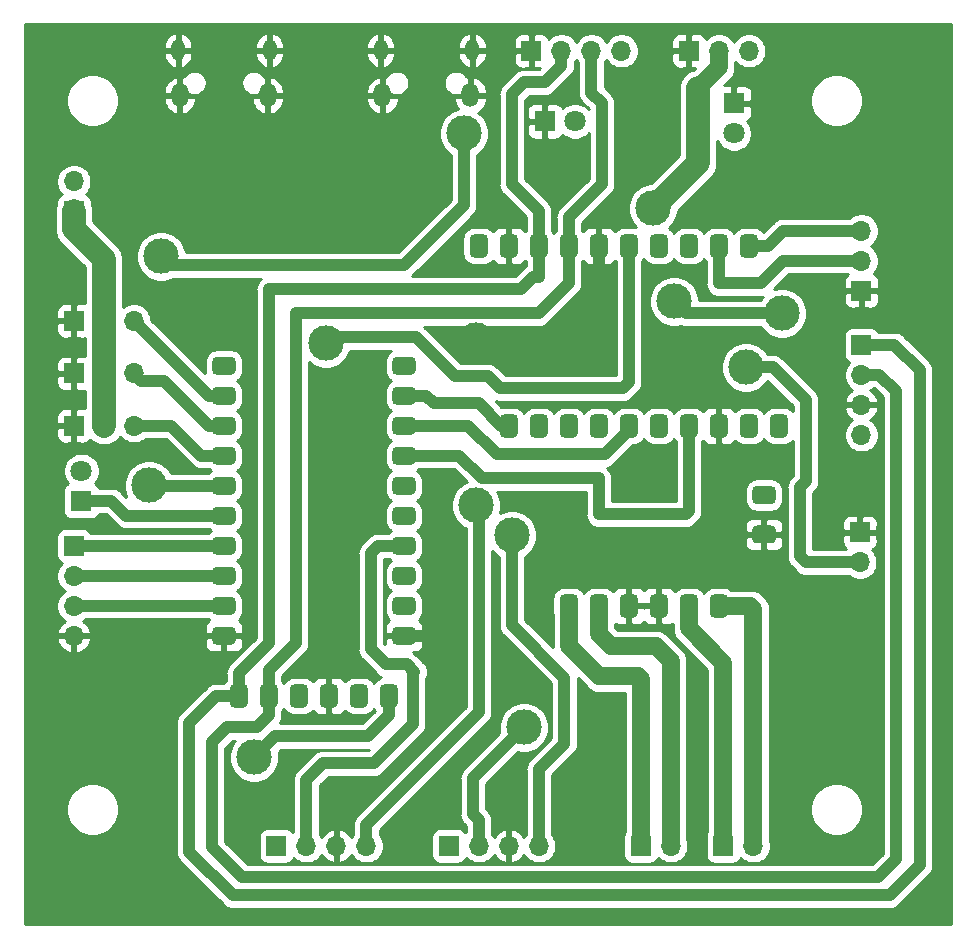
<source format=gbr>
%TF.GenerationSoftware,KiCad,Pcbnew,5.1.6-c6e7f7d~86~ubuntu18.04.1*%
%TF.CreationDate,2020-05-28T16:01:42+01:00*%
%TF.ProjectId,Frank-2-Pi,4672616e-6b2d-4322-9d50-692e6b696361,rev?*%
%TF.SameCoordinates,Original*%
%TF.FileFunction,Copper,L1,Top*%
%TF.FilePolarity,Positive*%
%FSLAX46Y46*%
G04 Gerber Fmt 4.6, Leading zero omitted, Abs format (unit mm)*
G04 Created by KiCad (PCBNEW 5.1.6-c6e7f7d~86~ubuntu18.04.1) date 2020-05-28 16:01:42*
%MOMM*%
%LPD*%
G01*
G04 APERTURE LIST*
%TA.AperFunction,ComponentPad*%
%ADD10R,1.800000X1.800000*%
%TD*%
%TA.AperFunction,ComponentPad*%
%ADD11C,1.800000*%
%TD*%
%TA.AperFunction,ComponentPad*%
%ADD12R,1.700000X1.700000*%
%TD*%
%TA.AperFunction,ComponentPad*%
%ADD13O,1.700000X1.700000*%
%TD*%
%TA.AperFunction,ComponentPad*%
%ADD14O,1.150000X1.800000*%
%TD*%
%TA.AperFunction,ComponentPad*%
%ADD15O,1.450000X2.000000*%
%TD*%
%TA.AperFunction,ViaPad*%
%ADD16C,3.000000*%
%TD*%
%TA.AperFunction,Conductor*%
%ADD17C,2.000000*%
%TD*%
%TA.AperFunction,Conductor*%
%ADD18C,1.000000*%
%TD*%
%TA.AperFunction,Conductor*%
%ADD19C,1.500000*%
%TD*%
%TA.AperFunction,Conductor*%
%ADD20C,0.254000*%
%TD*%
G04 APERTURE END LIST*
%TO.P,U1,1*%
%TO.N,Net-(C4-Pad1)*%
%TA.AperFunction,ComponentPad*%
G36*
G01*
X47371000Y-51165000D02*
X46609000Y-51165000D01*
G75*
G02*
X46228000Y-50784000I0J381000D01*
G01*
X46228000Y-49546000D01*
G75*
G02*
X46609000Y-49165000I381000J0D01*
G01*
X47371000Y-49165000D01*
G75*
G02*
X47752000Y-49546000I0J-381000D01*
G01*
X47752000Y-50784000D01*
G75*
G02*
X47371000Y-51165000I-381000J0D01*
G01*
G37*
%TD.AperFunction*%
%TO.P,U1,2*%
%TO.N,Net-(C4-Pad2)*%
%TA.AperFunction,ComponentPad*%
G36*
G01*
X49911000Y-51165000D02*
X49149000Y-51165000D01*
G75*
G02*
X48768000Y-50784000I0J381000D01*
G01*
X48768000Y-49546000D01*
G75*
G02*
X49149000Y-49165000I381000J0D01*
G01*
X49911000Y-49165000D01*
G75*
G02*
X50292000Y-49546000I0J-381000D01*
G01*
X50292000Y-50784000D01*
G75*
G02*
X49911000Y-51165000I-381000J0D01*
G01*
G37*
%TD.AperFunction*%
%TO.P,U1,3*%
%TO.N,GND*%
%TA.AperFunction,ComponentPad*%
G36*
G01*
X52451000Y-51165000D02*
X51689000Y-51165000D01*
G75*
G02*
X51308000Y-50784000I0J381000D01*
G01*
X51308000Y-49546000D01*
G75*
G02*
X51689000Y-49165000I381000J0D01*
G01*
X52451000Y-49165000D01*
G75*
G02*
X52832000Y-49546000I0J-381000D01*
G01*
X52832000Y-50784000D01*
G75*
G02*
X52451000Y-51165000I-381000J0D01*
G01*
G37*
%TD.AperFunction*%
%TO.P,U1,4*%
%TA.AperFunction,ComponentPad*%
G36*
G01*
X54991000Y-51165000D02*
X54229000Y-51165000D01*
G75*
G02*
X53848000Y-50784000I0J381000D01*
G01*
X53848000Y-49546000D01*
G75*
G02*
X54229000Y-49165000I381000J0D01*
G01*
X54991000Y-49165000D01*
G75*
G02*
X55372000Y-49546000I0J-381000D01*
G01*
X55372000Y-50784000D01*
G75*
G02*
X54991000Y-51165000I-381000J0D01*
G01*
G37*
%TD.AperFunction*%
%TO.P,U1,5*%
%TO.N,Net-(C2-Pad1)*%
%TA.AperFunction,ComponentPad*%
G36*
G01*
X57531000Y-51165000D02*
X56769000Y-51165000D01*
G75*
G02*
X56388000Y-50784000I0J381000D01*
G01*
X56388000Y-49546000D01*
G75*
G02*
X56769000Y-49165000I381000J0D01*
G01*
X57531000Y-49165000D01*
G75*
G02*
X57912000Y-49546000I0J-381000D01*
G01*
X57912000Y-50784000D01*
G75*
G02*
X57531000Y-51165000I-381000J0D01*
G01*
G37*
%TD.AperFunction*%
%TO.P,U1,6*%
%TO.N,Net-(C2-Pad2)*%
%TA.AperFunction,ComponentPad*%
G36*
G01*
X60071000Y-51165000D02*
X59309000Y-51165000D01*
G75*
G02*
X58928000Y-50784000I0J381000D01*
G01*
X58928000Y-49546000D01*
G75*
G02*
X59309000Y-49165000I381000J0D01*
G01*
X60071000Y-49165000D01*
G75*
G02*
X60452000Y-49546000I0J-381000D01*
G01*
X60452000Y-50784000D01*
G75*
G02*
X60071000Y-51165000I-381000J0D01*
G01*
G37*
%TD.AperFunction*%
%TO.P,U1,11*%
%TO.N,GND*%
%TA.AperFunction,ComponentPad*%
G36*
G01*
X60071000Y-35925000D02*
X59309000Y-35925000D01*
G75*
G02*
X58928000Y-35544000I0J381000D01*
G01*
X58928000Y-34306000D01*
G75*
G02*
X59309000Y-33925000I381000J0D01*
G01*
X60071000Y-33925000D01*
G75*
G02*
X60452000Y-34306000I0J-381000D01*
G01*
X60452000Y-35544000D01*
G75*
G02*
X60071000Y-35925000I-381000J0D01*
G01*
G37*
%TD.AperFunction*%
%TO.P,U1,12*%
%TO.N,IO4*%
%TA.AperFunction,ComponentPad*%
G36*
G01*
X57531000Y-35925000D02*
X56769000Y-35925000D01*
G75*
G02*
X56388000Y-35544000I0J381000D01*
G01*
X56388000Y-34306000D01*
G75*
G02*
X56769000Y-33925000I381000J0D01*
G01*
X57531000Y-33925000D01*
G75*
G02*
X57912000Y-34306000I0J-381000D01*
G01*
X57912000Y-35544000D01*
G75*
G02*
X57531000Y-35925000I-381000J0D01*
G01*
G37*
%TD.AperFunction*%
%TO.P,U1,13*%
%TO.N,Net-(Q1-Pad3)*%
%TA.AperFunction,ComponentPad*%
G36*
G01*
X54991000Y-35925000D02*
X54229000Y-35925000D01*
G75*
G02*
X53848000Y-35544000I0J381000D01*
G01*
X53848000Y-34306000D01*
G75*
G02*
X54229000Y-33925000I381000J0D01*
G01*
X54991000Y-33925000D01*
G75*
G02*
X55372000Y-34306000I0J-381000D01*
G01*
X55372000Y-35544000D01*
G75*
G02*
X54991000Y-35925000I-381000J0D01*
G01*
G37*
%TD.AperFunction*%
%TO.P,U1,14*%
%TO.N,IO5*%
%TA.AperFunction,ComponentPad*%
G36*
G01*
X52451000Y-35925000D02*
X51689000Y-35925000D01*
G75*
G02*
X51308000Y-35544000I0J381000D01*
G01*
X51308000Y-34306000D01*
G75*
G02*
X51689000Y-33925000I381000J0D01*
G01*
X52451000Y-33925000D01*
G75*
G02*
X52832000Y-34306000I0J-381000D01*
G01*
X52832000Y-35544000D01*
G75*
G02*
X52451000Y-35925000I-381000J0D01*
G01*
G37*
%TD.AperFunction*%
%TO.P,U1,15*%
%TO.N,Net-(U1-Pad15)*%
%TA.AperFunction,ComponentPad*%
G36*
G01*
X49911000Y-35925000D02*
X49149000Y-35925000D01*
G75*
G02*
X48768000Y-35544000I0J381000D01*
G01*
X48768000Y-34306000D01*
G75*
G02*
X49149000Y-33925000I381000J0D01*
G01*
X49911000Y-33925000D01*
G75*
G02*
X50292000Y-34306000I0J-381000D01*
G01*
X50292000Y-35544000D01*
G75*
G02*
X49911000Y-35925000I-381000J0D01*
G01*
G37*
%TD.AperFunction*%
%TO.P,U1,16*%
%TO.N,IO7*%
%TA.AperFunction,ComponentPad*%
G36*
G01*
X47371000Y-35925000D02*
X46609000Y-35925000D01*
G75*
G02*
X46228000Y-35544000I0J381000D01*
G01*
X46228000Y-34306000D01*
G75*
G02*
X46609000Y-33925000I381000J0D01*
G01*
X47371000Y-33925000D01*
G75*
G02*
X47752000Y-34306000I0J-381000D01*
G01*
X47752000Y-35544000D01*
G75*
G02*
X47371000Y-35925000I-381000J0D01*
G01*
G37*
%TD.AperFunction*%
%TO.P,U1,17*%
%TO.N,Net-(Q2-Pad3)*%
%TA.AperFunction,ComponentPad*%
G36*
G01*
X44831000Y-35925000D02*
X44069000Y-35925000D01*
G75*
G02*
X43688000Y-35544000I0J381000D01*
G01*
X43688000Y-34306000D01*
G75*
G02*
X44069000Y-33925000I381000J0D01*
G01*
X44831000Y-33925000D01*
G75*
G02*
X45212000Y-34306000I0J-381000D01*
G01*
X45212000Y-35544000D01*
G75*
G02*
X44831000Y-35925000I-381000J0D01*
G01*
G37*
%TD.AperFunction*%
%TO.P,U1,18*%
%TO.N,IO6*%
%TA.AperFunction,ComponentPad*%
G36*
G01*
X42291000Y-35925000D02*
X41529000Y-35925000D01*
G75*
G02*
X41148000Y-35544000I0J381000D01*
G01*
X41148000Y-34306000D01*
G75*
G02*
X41529000Y-33925000I381000J0D01*
G01*
X42291000Y-33925000D01*
G75*
G02*
X42672000Y-34306000I0J-381000D01*
G01*
X42672000Y-35544000D01*
G75*
G02*
X42291000Y-35925000I-381000J0D01*
G01*
G37*
%TD.AperFunction*%
%TO.P,U1,10*%
%TO.N,+3V3*%
%TA.AperFunction,ComponentPad*%
G36*
G01*
X62611000Y-35925000D02*
X61849000Y-35925000D01*
G75*
G02*
X61468000Y-35544000I0J381000D01*
G01*
X61468000Y-34306000D01*
G75*
G02*
X61849000Y-33925000I381000J0D01*
G01*
X62611000Y-33925000D01*
G75*
G02*
X62992000Y-34306000I0J-381000D01*
G01*
X62992000Y-35544000D01*
G75*
G02*
X62611000Y-35925000I-381000J0D01*
G01*
G37*
%TD.AperFunction*%
%TO.P,U1,9*%
%TO.N,+5V*%
%TA.AperFunction,ComponentPad*%
G36*
G01*
X65151000Y-35925000D02*
X64389000Y-35925000D01*
G75*
G02*
X64008000Y-35544000I0J381000D01*
G01*
X64008000Y-34306000D01*
G75*
G02*
X64389000Y-33925000I381000J0D01*
G01*
X65151000Y-33925000D01*
G75*
G02*
X65532000Y-34306000I0J-381000D01*
G01*
X65532000Y-35544000D01*
G75*
G02*
X65151000Y-35925000I-381000J0D01*
G01*
G37*
%TD.AperFunction*%
%TO.P,U1,8*%
%TO.N,Net-(U1-Pad8)*%
%TA.AperFunction,ComponentPad*%
G36*
G01*
X64500000Y-40394000D02*
X64500000Y-41156000D01*
G75*
G02*
X64119000Y-41537000I-381000J0D01*
G01*
X62881000Y-41537000D01*
G75*
G02*
X62500000Y-41156000I0J381000D01*
G01*
X62500000Y-40394000D01*
G75*
G02*
X62881000Y-40013000I381000J0D01*
G01*
X64119000Y-40013000D01*
G75*
G02*
X64500000Y-40394000I0J-381000D01*
G01*
G37*
%TD.AperFunction*%
%TO.P,U1,7*%
%TO.N,GND*%
%TA.AperFunction,ComponentPad*%
G36*
G01*
X64500000Y-43734000D02*
X64500000Y-44496000D01*
G75*
G02*
X64119000Y-44877000I-381000J0D01*
G01*
X62881000Y-44877000D01*
G75*
G02*
X62500000Y-44496000I0J381000D01*
G01*
X62500000Y-43734000D01*
G75*
G02*
X62881000Y-43353000I381000J0D01*
G01*
X64119000Y-43353000D01*
G75*
G02*
X64500000Y-43734000I0J-381000D01*
G01*
G37*
%TD.AperFunction*%
%TD*%
D10*
%TO.P,D2,1*%
%TO.N,GND*%
X60960000Y-7620000D03*
D11*
%TO.P,D2,2*%
%TO.N,Net-(D2-Pad2)*%
X60960000Y-10160000D03*
%TD*%
D10*
%TO.P,D3,1*%
%TO.N,GND*%
X44958000Y-9144000D03*
D11*
%TO.P,D3,2*%
%TO.N,Net-(D3-Pad2)*%
X47498000Y-9144000D03*
%TD*%
%TO.P,D1,2*%
%TO.N,Net-(D1-Pad2)*%
X5715000Y-38735000D03*
D10*
%TO.P,D1,1*%
%TO.N,Net-(D1-Pad1)*%
X5715000Y-41275000D03*
%TD*%
D12*
%TO.P,J1,1*%
%TO.N,Net-(J1-Pad1)*%
X36830000Y-70485000D03*
D13*
%TO.P,J1,2*%
%TO.N,IO0*%
X39370000Y-70485000D03*
%TO.P,J1,3*%
%TO.N,GND*%
X41910000Y-70485000D03*
%TO.P,J1,4*%
%TO.N,Net-(J1-Pad4)*%
X44450000Y-70485000D03*
%TD*%
%TO.P,J2,2*%
%TO.N,Net-(C2-Pad2)*%
X62611000Y-70485000D03*
D12*
%TO.P,J2,1*%
%TO.N,Net-(C2-Pad1)*%
X60071000Y-70485000D03*
%TD*%
D13*
%TO.P,J3,2*%
%TO.N,Net-(C4-Pad2)*%
X55626000Y-70485000D03*
D12*
%TO.P,J3,1*%
%TO.N,Net-(C4-Pad1)*%
X53086000Y-70485000D03*
%TD*%
D13*
%TO.P,J4,4*%
%TO.N,Net-(J4-Pad4)*%
X29845000Y-70485000D03*
%TO.P,J4,3*%
%TO.N,GND*%
X27305000Y-70485000D03*
%TO.P,J4,2*%
%TO.N,IO2*%
X24765000Y-70485000D03*
D12*
%TO.P,J4,1*%
%TO.N,Net-(J4-Pad1)*%
X22225000Y-70485000D03*
%TD*%
%TO.P,J5,1*%
%TO.N,GND*%
X71755000Y-23495000D03*
D13*
%TO.P,J5,2*%
%TO.N,Net-(J5-Pad2)*%
X71755000Y-20955000D03*
%TO.P,J5,3*%
%TO.N,Net-(J5-Pad3)*%
X71755000Y-18415000D03*
%TD*%
%TO.P,J6,4*%
%TO.N,+3V3*%
X71755000Y-35687000D03*
%TO.P,J6,3*%
%TO.N,GND*%
X71755000Y-33147000D03*
%TO.P,J6,2*%
%TO.N,SDA*%
X71755000Y-30607000D03*
D12*
%TO.P,J6,1*%
%TO.N,SCL*%
X71755000Y-28067000D03*
%TD*%
%TO.P,J7,1*%
%TO.N,GND*%
X71628000Y-43942000D03*
D13*
%TO.P,J7,2*%
%TO.N,Net-(J7-Pad2)*%
X71628000Y-46482000D03*
%TD*%
D14*
%TO.P,J8,6*%
%TO.N,GND*%
X21655000Y-3130000D03*
X13905000Y-3130000D03*
D15*
X21505000Y-6930000D03*
X14055000Y-6930000D03*
%TD*%
D12*
%TO.P,J9,1*%
%TO.N,+5V*%
X5080000Y-16764000D03*
D13*
%TO.P,J9,2*%
%TO.N,Net-(J8-Pad1)*%
X5080000Y-14224000D03*
%TD*%
D15*
%TO.P,J10,6*%
%TO.N,GND*%
X31200000Y-6930000D03*
X38650000Y-6930000D03*
D14*
X31050000Y-3130000D03*
X38800000Y-3130000D03*
%TD*%
D13*
%TO.P,J11,3*%
%TO.N,+5V*%
X62230000Y-3175000D03*
%TO.P,J11,2*%
%TO.N,+3V3*%
X59690000Y-3175000D03*
D12*
%TO.P,J11,1*%
%TO.N,GND*%
X57150000Y-3175000D03*
%TD*%
%TO.P,J12,1*%
%TO.N,GND*%
X5080000Y-34925000D03*
D13*
%TO.P,J12,2*%
%TO.N,+5V*%
X7620000Y-34925000D03*
%TO.P,J12,3*%
%TO.N,Net-(J12-Pad3)*%
X10160000Y-34925000D03*
%TD*%
%TO.P,J13,3*%
%TO.N,Net-(J13-Pad3)*%
X10160000Y-30480000D03*
%TO.P,J13,2*%
%TO.N,+5V*%
X7620000Y-30480000D03*
D12*
%TO.P,J13,1*%
%TO.N,GND*%
X5080000Y-30480000D03*
%TD*%
%TO.P,J14,1*%
%TO.N,GND*%
X5080000Y-26035000D03*
D13*
%TO.P,J14,2*%
%TO.N,+5V*%
X7620000Y-26035000D03*
%TO.P,J14,3*%
%TO.N,Net-(J14-Pad3)*%
X10160000Y-26035000D03*
%TD*%
D12*
%TO.P,J16,1*%
%TO.N,GND*%
X43815000Y-3175000D03*
D13*
%TO.P,J16,2*%
%TO.N,SCL*%
X46355000Y-3175000D03*
%TO.P,J16,3*%
%TO.N,SDA*%
X48895000Y-3175000D03*
%TO.P,J16,4*%
%TO.N,INTERRUPT*%
X51435000Y-3175000D03*
%TD*%
%TO.P,U3,1*%
%TO.N,+3V3*%
%TA.AperFunction,ComponentPad*%
G36*
G01*
X39751000Y-20685000D02*
X38989000Y-20685000D01*
G75*
G02*
X38608000Y-20304000I0J381000D01*
G01*
X38608000Y-19066000D01*
G75*
G02*
X38989000Y-18685000I381000J0D01*
G01*
X39751000Y-18685000D01*
G75*
G02*
X40132000Y-19066000I0J-381000D01*
G01*
X40132000Y-20304000D01*
G75*
G02*
X39751000Y-20685000I-381000J0D01*
G01*
G37*
%TD.AperFunction*%
%TO.P,U3,2*%
%TO.N,GND*%
%TA.AperFunction,ComponentPad*%
G36*
G01*
X42291000Y-20685000D02*
X41529000Y-20685000D01*
G75*
G02*
X41148000Y-20304000I0J381000D01*
G01*
X41148000Y-19066000D01*
G75*
G02*
X41529000Y-18685000I381000J0D01*
G01*
X42291000Y-18685000D01*
G75*
G02*
X42672000Y-19066000I0J-381000D01*
G01*
X42672000Y-20304000D01*
G75*
G02*
X42291000Y-20685000I-381000J0D01*
G01*
G37*
%TD.AperFunction*%
%TO.P,U3,3*%
%TO.N,SCL*%
%TA.AperFunction,ComponentPad*%
G36*
G01*
X44831000Y-20685000D02*
X44069000Y-20685000D01*
G75*
G02*
X43688000Y-20304000I0J381000D01*
G01*
X43688000Y-19066000D01*
G75*
G02*
X44069000Y-18685000I381000J0D01*
G01*
X44831000Y-18685000D01*
G75*
G02*
X45212000Y-19066000I0J-381000D01*
G01*
X45212000Y-20304000D01*
G75*
G02*
X44831000Y-20685000I-381000J0D01*
G01*
G37*
%TD.AperFunction*%
%TO.P,U3,4*%
%TO.N,SDA*%
%TA.AperFunction,ComponentPad*%
G36*
G01*
X47371000Y-20685000D02*
X46609000Y-20685000D01*
G75*
G02*
X46228000Y-20304000I0J381000D01*
G01*
X46228000Y-19066000D01*
G75*
G02*
X46609000Y-18685000I381000J0D01*
G01*
X47371000Y-18685000D01*
G75*
G02*
X47752000Y-19066000I0J-381000D01*
G01*
X47752000Y-20304000D01*
G75*
G02*
X47371000Y-20685000I-381000J0D01*
G01*
G37*
%TD.AperFunction*%
%TO.P,U3,5*%
%TO.N,GND*%
%TA.AperFunction,ComponentPad*%
G36*
G01*
X49911000Y-20685000D02*
X49149000Y-20685000D01*
G75*
G02*
X48768000Y-20304000I0J381000D01*
G01*
X48768000Y-19066000D01*
G75*
G02*
X49149000Y-18685000I381000J0D01*
G01*
X49911000Y-18685000D01*
G75*
G02*
X50292000Y-19066000I0J-381000D01*
G01*
X50292000Y-20304000D01*
G75*
G02*
X49911000Y-20685000I-381000J0D01*
G01*
G37*
%TD.AperFunction*%
%TO.P,U3,6*%
%TO.N,IO8*%
%TA.AperFunction,ComponentPad*%
G36*
G01*
X52451000Y-20685000D02*
X51689000Y-20685000D01*
G75*
G02*
X51308000Y-20304000I0J381000D01*
G01*
X51308000Y-19066000D01*
G75*
G02*
X51689000Y-18685000I381000J0D01*
G01*
X52451000Y-18685000D01*
G75*
G02*
X52832000Y-19066000I0J-381000D01*
G01*
X52832000Y-20304000D01*
G75*
G02*
X52451000Y-20685000I-381000J0D01*
G01*
G37*
%TD.AperFunction*%
%TO.P,U3,7*%
%TO.N,Net-(C8-Pad1)*%
%TA.AperFunction,ComponentPad*%
G36*
G01*
X54991000Y-20685000D02*
X54229000Y-20685000D01*
G75*
G02*
X53848000Y-20304000I0J381000D01*
G01*
X53848000Y-19066000D01*
G75*
G02*
X54229000Y-18685000I381000J0D01*
G01*
X54991000Y-18685000D01*
G75*
G02*
X55372000Y-19066000I0J-381000D01*
G01*
X55372000Y-20304000D01*
G75*
G02*
X54991000Y-20685000I-381000J0D01*
G01*
G37*
%TD.AperFunction*%
%TO.P,U3,8*%
%TO.N,Net-(J7-Pad2)*%
%TA.AperFunction,ComponentPad*%
G36*
G01*
X57531000Y-20685000D02*
X56769000Y-20685000D01*
G75*
G02*
X56388000Y-20304000I0J381000D01*
G01*
X56388000Y-19066000D01*
G75*
G02*
X56769000Y-18685000I381000J0D01*
G01*
X57531000Y-18685000D01*
G75*
G02*
X57912000Y-19066000I0J-381000D01*
G01*
X57912000Y-20304000D01*
G75*
G02*
X57531000Y-20685000I-381000J0D01*
G01*
G37*
%TD.AperFunction*%
%TO.P,U3,9*%
%TO.N,Net-(J5-Pad2)*%
%TA.AperFunction,ComponentPad*%
G36*
G01*
X60071000Y-20685000D02*
X59309000Y-20685000D01*
G75*
G02*
X58928000Y-20304000I0J381000D01*
G01*
X58928000Y-19066000D01*
G75*
G02*
X59309000Y-18685000I381000J0D01*
G01*
X60071000Y-18685000D01*
G75*
G02*
X60452000Y-19066000I0J-381000D01*
G01*
X60452000Y-20304000D01*
G75*
G02*
X60071000Y-20685000I-381000J0D01*
G01*
G37*
%TD.AperFunction*%
%TO.P,U3,10*%
%TO.N,Net-(J5-Pad3)*%
%TA.AperFunction,ComponentPad*%
G36*
G01*
X62611000Y-20685000D02*
X61849000Y-20685000D01*
G75*
G02*
X61468000Y-20304000I0J381000D01*
G01*
X61468000Y-19066000D01*
G75*
G02*
X61849000Y-18685000I381000J0D01*
G01*
X62611000Y-18685000D01*
G75*
G02*
X62992000Y-19066000I0J-381000D01*
G01*
X62992000Y-20304000D01*
G75*
G02*
X62611000Y-20685000I-381000J0D01*
G01*
G37*
%TD.AperFunction*%
%TD*%
%TO.P,U5,1*%
%TO.N,IO8*%
%TA.AperFunction,ComponentPad*%
G36*
G01*
X16780000Y-30226000D02*
X16780000Y-29464000D01*
G75*
G02*
X17161000Y-29083000I381000J0D01*
G01*
X18399000Y-29083000D01*
G75*
G02*
X18780000Y-29464000I0J-381000D01*
G01*
X18780000Y-30226000D01*
G75*
G02*
X18399000Y-30607000I-381000J0D01*
G01*
X17161000Y-30607000D01*
G75*
G02*
X16780000Y-30226000I0J381000D01*
G01*
G37*
%TD.AperFunction*%
%TO.P,U5,2*%
%TO.N,Net-(J14-Pad3)*%
%TA.AperFunction,ComponentPad*%
G36*
G01*
X16780000Y-32766000D02*
X16780000Y-32004000D01*
G75*
G02*
X17161000Y-31623000I381000J0D01*
G01*
X18399000Y-31623000D01*
G75*
G02*
X18780000Y-32004000I0J-381000D01*
G01*
X18780000Y-32766000D01*
G75*
G02*
X18399000Y-33147000I-381000J0D01*
G01*
X17161000Y-33147000D01*
G75*
G02*
X16780000Y-32766000I0J381000D01*
G01*
G37*
%TD.AperFunction*%
%TO.P,U5,3*%
%TO.N,Net-(J13-Pad3)*%
%TA.AperFunction,ComponentPad*%
G36*
G01*
X16780000Y-35306000D02*
X16780000Y-34544000D01*
G75*
G02*
X17161000Y-34163000I381000J0D01*
G01*
X18399000Y-34163000D01*
G75*
G02*
X18780000Y-34544000I0J-381000D01*
G01*
X18780000Y-35306000D01*
G75*
G02*
X18399000Y-35687000I-381000J0D01*
G01*
X17161000Y-35687000D01*
G75*
G02*
X16780000Y-35306000I0J381000D01*
G01*
G37*
%TD.AperFunction*%
%TO.P,U5,4*%
%TO.N,Net-(J12-Pad3)*%
%TA.AperFunction,ComponentPad*%
G36*
G01*
X16780000Y-37846000D02*
X16780000Y-37084000D01*
G75*
G02*
X17161000Y-36703000I381000J0D01*
G01*
X18399000Y-36703000D01*
G75*
G02*
X18780000Y-37084000I0J-381000D01*
G01*
X18780000Y-37846000D01*
G75*
G02*
X18399000Y-38227000I-381000J0D01*
G01*
X17161000Y-38227000D01*
G75*
G02*
X16780000Y-37846000I0J381000D01*
G01*
G37*
%TD.AperFunction*%
%TO.P,U5,5*%
%TO.N,+3V3*%
%TA.AperFunction,ComponentPad*%
G36*
G01*
X16780000Y-40386000D02*
X16780000Y-39624000D01*
G75*
G02*
X17161000Y-39243000I381000J0D01*
G01*
X18399000Y-39243000D01*
G75*
G02*
X18780000Y-39624000I0J-381000D01*
G01*
X18780000Y-40386000D01*
G75*
G02*
X18399000Y-40767000I-381000J0D01*
G01*
X17161000Y-40767000D01*
G75*
G02*
X16780000Y-40386000I0J381000D01*
G01*
G37*
%TD.AperFunction*%
%TO.P,U5,6*%
%TO.N,Net-(D1-Pad1)*%
%TA.AperFunction,ComponentPad*%
G36*
G01*
X16780000Y-42926000D02*
X16780000Y-42164000D01*
G75*
G02*
X17161000Y-41783000I381000J0D01*
G01*
X18399000Y-41783000D01*
G75*
G02*
X18780000Y-42164000I0J-381000D01*
G01*
X18780000Y-42926000D01*
G75*
G02*
X18399000Y-43307000I-381000J0D01*
G01*
X17161000Y-43307000D01*
G75*
G02*
X16780000Y-42926000I0J381000D01*
G01*
G37*
%TD.AperFunction*%
%TO.P,U5,7*%
%TO.N,Net-(J15-Pad1)*%
%TA.AperFunction,ComponentPad*%
G36*
G01*
X16780000Y-45466000D02*
X16780000Y-44704000D01*
G75*
G02*
X17161000Y-44323000I381000J0D01*
G01*
X18399000Y-44323000D01*
G75*
G02*
X18780000Y-44704000I0J-381000D01*
G01*
X18780000Y-45466000D01*
G75*
G02*
X18399000Y-45847000I-381000J0D01*
G01*
X17161000Y-45847000D01*
G75*
G02*
X16780000Y-45466000I0J381000D01*
G01*
G37*
%TD.AperFunction*%
%TO.P,U5,8*%
%TO.N,Net-(J15-Pad2)*%
%TA.AperFunction,ComponentPad*%
G36*
G01*
X16780000Y-48006000D02*
X16780000Y-47244000D01*
G75*
G02*
X17161000Y-46863000I381000J0D01*
G01*
X18399000Y-46863000D01*
G75*
G02*
X18780000Y-47244000I0J-381000D01*
G01*
X18780000Y-48006000D01*
G75*
G02*
X18399000Y-48387000I-381000J0D01*
G01*
X17161000Y-48387000D01*
G75*
G02*
X16780000Y-48006000I0J381000D01*
G01*
G37*
%TD.AperFunction*%
%TO.P,U5,9*%
%TO.N,Net-(J15-Pad3)*%
%TA.AperFunction,ComponentPad*%
G36*
G01*
X16780000Y-50546000D02*
X16780000Y-49784000D01*
G75*
G02*
X17161000Y-49403000I381000J0D01*
G01*
X18399000Y-49403000D01*
G75*
G02*
X18780000Y-49784000I0J-381000D01*
G01*
X18780000Y-50546000D01*
G75*
G02*
X18399000Y-50927000I-381000J0D01*
G01*
X17161000Y-50927000D01*
G75*
G02*
X16780000Y-50546000I0J381000D01*
G01*
G37*
%TD.AperFunction*%
%TO.P,U5,10*%
%TO.N,GND*%
%TA.AperFunction,ComponentPad*%
G36*
G01*
X16780000Y-53086000D02*
X16780000Y-52324000D01*
G75*
G02*
X17161000Y-51943000I381000J0D01*
G01*
X18399000Y-51943000D01*
G75*
G02*
X18780000Y-52324000I0J-381000D01*
G01*
X18780000Y-53086000D01*
G75*
G02*
X18399000Y-53467000I-381000J0D01*
G01*
X17161000Y-53467000D01*
G75*
G02*
X16780000Y-53086000I0J381000D01*
G01*
G37*
%TD.AperFunction*%
%TO.P,U5,11*%
%TO.N,SCL*%
%TA.AperFunction,ComponentPad*%
G36*
G01*
X19431000Y-58785000D02*
X18669000Y-58785000D01*
G75*
G02*
X18288000Y-58404000I0J381000D01*
G01*
X18288000Y-57166000D01*
G75*
G02*
X18669000Y-56785000I381000J0D01*
G01*
X19431000Y-56785000D01*
G75*
G02*
X19812000Y-57166000I0J-381000D01*
G01*
X19812000Y-58404000D01*
G75*
G02*
X19431000Y-58785000I-381000J0D01*
G01*
G37*
%TD.AperFunction*%
%TO.P,U5,12*%
%TO.N,SDA*%
%TA.AperFunction,ComponentPad*%
G36*
G01*
X21971000Y-58785000D02*
X21209000Y-58785000D01*
G75*
G02*
X20828000Y-58404000I0J381000D01*
G01*
X20828000Y-57166000D01*
G75*
G02*
X21209000Y-56785000I381000J0D01*
G01*
X21971000Y-56785000D01*
G75*
G02*
X22352000Y-57166000I0J-381000D01*
G01*
X22352000Y-58404000D01*
G75*
G02*
X21971000Y-58785000I-381000J0D01*
G01*
G37*
%TD.AperFunction*%
%TO.P,U5,13*%
%TO.N,+3V3*%
%TA.AperFunction,ComponentPad*%
G36*
G01*
X24511000Y-58785000D02*
X23749000Y-58785000D01*
G75*
G02*
X23368000Y-58404000I0J381000D01*
G01*
X23368000Y-57166000D01*
G75*
G02*
X23749000Y-56785000I381000J0D01*
G01*
X24511000Y-56785000D01*
G75*
G02*
X24892000Y-57166000I0J-381000D01*
G01*
X24892000Y-58404000D01*
G75*
G02*
X24511000Y-58785000I-381000J0D01*
G01*
G37*
%TD.AperFunction*%
%TO.P,U5,14*%
%TO.N,GND*%
%TA.AperFunction,ComponentPad*%
G36*
G01*
X27051000Y-58785000D02*
X26289000Y-58785000D01*
G75*
G02*
X25908000Y-58404000I0J381000D01*
G01*
X25908000Y-57166000D01*
G75*
G02*
X26289000Y-56785000I381000J0D01*
G01*
X27051000Y-56785000D01*
G75*
G02*
X27432000Y-57166000I0J-381000D01*
G01*
X27432000Y-58404000D01*
G75*
G02*
X27051000Y-58785000I-381000J0D01*
G01*
G37*
%TD.AperFunction*%
%TO.P,U5,15*%
%TO.N,Net-(U5-Pad15)*%
%TA.AperFunction,ComponentPad*%
G36*
G01*
X29591000Y-58785000D02*
X28829000Y-58785000D01*
G75*
G02*
X28448000Y-58404000I0J381000D01*
G01*
X28448000Y-57166000D01*
G75*
G02*
X28829000Y-56785000I381000J0D01*
G01*
X29591000Y-56785000D01*
G75*
G02*
X29972000Y-57166000I0J-381000D01*
G01*
X29972000Y-58404000D01*
G75*
G02*
X29591000Y-58785000I-381000J0D01*
G01*
G37*
%TD.AperFunction*%
%TO.P,U5,16*%
%TO.N,INTERRUPT*%
%TA.AperFunction,ComponentPad*%
G36*
G01*
X32131000Y-58785000D02*
X31369000Y-58785000D01*
G75*
G02*
X30988000Y-58404000I0J381000D01*
G01*
X30988000Y-57166000D01*
G75*
G02*
X31369000Y-56785000I381000J0D01*
G01*
X32131000Y-56785000D01*
G75*
G02*
X32512000Y-57166000I0J-381000D01*
G01*
X32512000Y-58404000D01*
G75*
G02*
X32131000Y-58785000I-381000J0D01*
G01*
G37*
%TD.AperFunction*%
%TO.P,U5,17*%
%TO.N,GND*%
%TA.AperFunction,ComponentPad*%
G36*
G01*
X34020000Y-52324000D02*
X34020000Y-53086000D01*
G75*
G02*
X33639000Y-53467000I-381000J0D01*
G01*
X32401000Y-53467000D01*
G75*
G02*
X32020000Y-53086000I0J381000D01*
G01*
X32020000Y-52324000D01*
G75*
G02*
X32401000Y-51943000I381000J0D01*
G01*
X33639000Y-51943000D01*
G75*
G02*
X34020000Y-52324000I0J-381000D01*
G01*
G37*
%TD.AperFunction*%
%TO.P,U5,18*%
%TO.N,IO0*%
%TA.AperFunction,ComponentPad*%
G36*
G01*
X34020000Y-49784000D02*
X34020000Y-50546000D01*
G75*
G02*
X33639000Y-50927000I-381000J0D01*
G01*
X32401000Y-50927000D01*
G75*
G02*
X32020000Y-50546000I0J381000D01*
G01*
X32020000Y-49784000D01*
G75*
G02*
X32401000Y-49403000I381000J0D01*
G01*
X33639000Y-49403000D01*
G75*
G02*
X34020000Y-49784000I0J-381000D01*
G01*
G37*
%TD.AperFunction*%
%TO.P,U5,19*%
%TO.N,IO1*%
%TA.AperFunction,ComponentPad*%
G36*
G01*
X34020000Y-47244000D02*
X34020000Y-48006000D01*
G75*
G02*
X33639000Y-48387000I-381000J0D01*
G01*
X32401000Y-48387000D01*
G75*
G02*
X32020000Y-48006000I0J381000D01*
G01*
X32020000Y-47244000D01*
G75*
G02*
X32401000Y-46863000I381000J0D01*
G01*
X33639000Y-46863000D01*
G75*
G02*
X34020000Y-47244000I0J-381000D01*
G01*
G37*
%TD.AperFunction*%
%TO.P,U5,20*%
%TO.N,IO2*%
%TA.AperFunction,ComponentPad*%
G36*
G01*
X34020000Y-44704000D02*
X34020000Y-45466000D01*
G75*
G02*
X33639000Y-45847000I-381000J0D01*
G01*
X32401000Y-45847000D01*
G75*
G02*
X32020000Y-45466000I0J381000D01*
G01*
X32020000Y-44704000D01*
G75*
G02*
X32401000Y-44323000I381000J0D01*
G01*
X33639000Y-44323000D01*
G75*
G02*
X34020000Y-44704000I0J-381000D01*
G01*
G37*
%TD.AperFunction*%
%TO.P,U5,21*%
%TO.N,IO3*%
%TA.AperFunction,ComponentPad*%
G36*
G01*
X34020000Y-42164000D02*
X34020000Y-42926000D01*
G75*
G02*
X33639000Y-43307000I-381000J0D01*
G01*
X32401000Y-43307000D01*
G75*
G02*
X32020000Y-42926000I0J381000D01*
G01*
X32020000Y-42164000D01*
G75*
G02*
X32401000Y-41783000I381000J0D01*
G01*
X33639000Y-41783000D01*
G75*
G02*
X34020000Y-42164000I0J-381000D01*
G01*
G37*
%TD.AperFunction*%
%TO.P,U5,22*%
%TO.N,+3V3*%
%TA.AperFunction,ComponentPad*%
G36*
G01*
X34020000Y-39624000D02*
X34020000Y-40386000D01*
G75*
G02*
X33639000Y-40767000I-381000J0D01*
G01*
X32401000Y-40767000D01*
G75*
G02*
X32020000Y-40386000I0J381000D01*
G01*
X32020000Y-39624000D01*
G75*
G02*
X32401000Y-39243000I381000J0D01*
G01*
X33639000Y-39243000D01*
G75*
G02*
X34020000Y-39624000I0J-381000D01*
G01*
G37*
%TD.AperFunction*%
%TO.P,U5,23*%
%TO.N,IO4*%
%TA.AperFunction,ComponentPad*%
G36*
G01*
X34020000Y-37084000D02*
X34020000Y-37846000D01*
G75*
G02*
X33639000Y-38227000I-381000J0D01*
G01*
X32401000Y-38227000D01*
G75*
G02*
X32020000Y-37846000I0J381000D01*
G01*
X32020000Y-37084000D01*
G75*
G02*
X32401000Y-36703000I381000J0D01*
G01*
X33639000Y-36703000D01*
G75*
G02*
X34020000Y-37084000I0J-381000D01*
G01*
G37*
%TD.AperFunction*%
%TO.P,U5,24*%
%TO.N,IO5*%
%TA.AperFunction,ComponentPad*%
G36*
G01*
X34020000Y-34544000D02*
X34020000Y-35306000D01*
G75*
G02*
X33639000Y-35687000I-381000J0D01*
G01*
X32401000Y-35687000D01*
G75*
G02*
X32020000Y-35306000I0J381000D01*
G01*
X32020000Y-34544000D01*
G75*
G02*
X32401000Y-34163000I381000J0D01*
G01*
X33639000Y-34163000D01*
G75*
G02*
X34020000Y-34544000I0J-381000D01*
G01*
G37*
%TD.AperFunction*%
%TO.P,U5,25*%
%TO.N,IO6*%
%TA.AperFunction,ComponentPad*%
G36*
G01*
X34020000Y-32004000D02*
X34020000Y-32766000D01*
G75*
G02*
X33639000Y-33147000I-381000J0D01*
G01*
X32401000Y-33147000D01*
G75*
G02*
X32020000Y-32766000I0J381000D01*
G01*
X32020000Y-32004000D01*
G75*
G02*
X32401000Y-31623000I381000J0D01*
G01*
X33639000Y-31623000D01*
G75*
G02*
X34020000Y-32004000I0J-381000D01*
G01*
G37*
%TD.AperFunction*%
%TO.P,U5,26*%
%TO.N,IO7*%
%TA.AperFunction,ComponentPad*%
G36*
G01*
X34020000Y-29464000D02*
X34020000Y-30226000D01*
G75*
G02*
X33639000Y-30607000I-381000J0D01*
G01*
X32401000Y-30607000D01*
G75*
G02*
X32020000Y-30226000I0J381000D01*
G01*
X32020000Y-29464000D01*
G75*
G02*
X32401000Y-29083000I381000J0D01*
G01*
X33639000Y-29083000D01*
G75*
G02*
X34020000Y-29464000I0J-381000D01*
G01*
G37*
%TD.AperFunction*%
%TD*%
D12*
%TO.P,J15,1*%
%TO.N,Net-(J15-Pad1)*%
X5080000Y-45085000D03*
D13*
%TO.P,J15,2*%
%TO.N,Net-(J15-Pad2)*%
X5080000Y-47625000D03*
%TO.P,J15,3*%
%TO.N,Net-(J15-Pad3)*%
X5080000Y-50165000D03*
%TO.P,J15,4*%
%TO.N,GND*%
X5080000Y-52705000D03*
%TD*%
D16*
%TO.N,+5V*%
X65024000Y-25400000D03*
X55880000Y-24384000D03*
%TO.N,GND*%
X52070000Y-39116000D03*
X41656000Y-66802000D03*
X36322000Y-45212000D03*
X39116000Y-27686000D03*
X26162000Y-5588000D03*
X27940000Y-13208000D03*
%TO.N,+3V3*%
X54102000Y-16510000D03*
X11430000Y-39956500D03*
%TO.N,Net-(J1-Pad4)*%
X42164000Y-44196000D03*
%TO.N,Net-(J4-Pad4)*%
X39116000Y-41656000D03*
%TO.N,Net-(J7-Pad2)*%
X61976000Y-29972000D03*
%TO.N,INTERRUPT*%
X20320000Y-62992000D03*
X38100000Y-10160000D03*
X12446000Y-20574000D03*
%TO.N,IO0*%
X43180000Y-60452000D03*
%TO.N,IO8*%
X26416000Y-27940000D03*
%TD*%
D17*
%TO.N,+5V*%
X5080000Y-16764000D02*
X5080000Y-18288000D01*
X7620000Y-20828000D02*
X7620000Y-26035000D01*
X5080000Y-18288000D02*
X7620000Y-20828000D01*
X7620000Y-26035000D02*
X7620000Y-30480000D01*
X7620000Y-30480000D02*
X7620000Y-34925000D01*
D18*
X65024000Y-25400000D02*
X58166000Y-25400000D01*
X58166000Y-25400000D02*
X56896000Y-25400000D01*
X56896000Y-25400000D02*
X55880000Y-24384000D01*
X55880000Y-24384000D02*
X55880000Y-24384000D01*
%TO.N,GND*%
X33020000Y-52705000D02*
X35179000Y-52705000D01*
X35179000Y-52705000D02*
X37338000Y-50546000D01*
X37338000Y-45212000D02*
X37338000Y-45212000D01*
X36322000Y-45466000D02*
X37338000Y-46482000D01*
X36322000Y-45212000D02*
X36322000Y-45466000D01*
X37338000Y-50546000D02*
X37338000Y-46482000D01*
X37338000Y-46482000D02*
X37338000Y-45212000D01*
X49530000Y-27686000D02*
X39116000Y-27686000D01*
X49530000Y-19685000D02*
X49530000Y-27686000D01*
X39116000Y-27686000D02*
X39116000Y-27686000D01*
X26162000Y-5588000D02*
X26162000Y-12192000D01*
X27940000Y-13970000D02*
X27940000Y-13970000D01*
X27178000Y-13208000D02*
X26162000Y-12192000D01*
X27940000Y-13208000D02*
X27178000Y-13208000D01*
D19*
%TO.N,Net-(C2-Pad1)*%
X57150000Y-50165000D02*
X57150000Y-52070000D01*
X60071000Y-54991000D02*
X60071000Y-70485000D01*
X57150000Y-52070000D02*
X60071000Y-54991000D01*
%TO.N,Net-(C2-Pad2)*%
X59690000Y-50165000D02*
X62357000Y-50165000D01*
X62611000Y-50419000D02*
X62611000Y-70485000D01*
X62357000Y-50165000D02*
X62611000Y-50419000D01*
%TO.N,Net-(C4-Pad1)*%
X46990000Y-50165000D02*
X46990000Y-53594000D01*
X46990000Y-53594000D02*
X49530000Y-56134000D01*
X49530000Y-56134000D02*
X52832000Y-56134000D01*
X53086000Y-56388000D02*
X53086000Y-70485000D01*
X52832000Y-56134000D02*
X53086000Y-56388000D01*
%TO.N,Net-(C4-Pad2)*%
X55626000Y-54864000D02*
X55626000Y-70485000D01*
X54356000Y-53594000D02*
X55626000Y-54864000D01*
X50546000Y-53594000D02*
X54356000Y-53594000D01*
X49530000Y-50165000D02*
X49530000Y-52578000D01*
X49530000Y-52578000D02*
X50546000Y-53594000D01*
%TO.N,+3V3*%
X59690000Y-4572000D02*
X57912000Y-6350000D01*
X59690000Y-3175000D02*
X59690000Y-4572000D01*
D17*
X57912000Y-12700000D02*
X57912000Y-6350000D01*
X54102000Y-16510000D02*
X54102000Y-16510000D01*
X54102000Y-16510000D02*
X57912000Y-12700000D01*
D18*
X11478500Y-40005000D02*
X11430000Y-39956500D01*
X17780000Y-40005000D02*
X11478500Y-40005000D01*
%TO.N,Net-(J1-Pad4)*%
X42164000Y-51816000D02*
X42164000Y-46736000D01*
X42164000Y-46736000D02*
X42164000Y-46736000D01*
X42164000Y-46736000D02*
X42164000Y-44196000D01*
X44450000Y-70485000D02*
X44450000Y-64008000D01*
X46609000Y-61849000D02*
X46609000Y-56261000D01*
X44450000Y-64008000D02*
X46609000Y-61849000D01*
X46609000Y-56261000D02*
X42164000Y-51816000D01*
%TO.N,Net-(J4-Pad4)*%
X38100000Y-60452000D02*
X38100000Y-60452000D01*
X39370000Y-41910000D02*
X39116000Y-41656000D01*
X39370000Y-59182000D02*
X39370000Y-41910000D01*
X29845000Y-68707000D02*
X32131000Y-66421000D01*
X29845000Y-70485000D02*
X29845000Y-68707000D01*
X31272000Y-67280000D02*
X32131000Y-66421000D01*
X32131000Y-66421000D02*
X39370000Y-59182000D01*
%TO.N,Net-(J5-Pad3)*%
X63881000Y-19685000D02*
X62230000Y-19685000D01*
X71755000Y-18415000D02*
X65151000Y-18415000D01*
X65151000Y-18415000D02*
X63881000Y-19685000D01*
%TO.N,Net-(J5-Pad2)*%
X59690000Y-22860000D02*
X59690000Y-19685000D01*
X63246000Y-22860000D02*
X59690000Y-22860000D01*
X71755000Y-20955000D02*
X65151000Y-20955000D01*
X65151000Y-20955000D02*
X63246000Y-22860000D01*
%TO.N,Net-(J7-Pad2)*%
X67056000Y-46482000D02*
X66548000Y-45974000D01*
X66548000Y-40132000D02*
X67056000Y-39624000D01*
X71628000Y-46482000D02*
X67056000Y-46482000D01*
X66548000Y-45974000D02*
X66548000Y-40132000D01*
X61976000Y-29972000D02*
X64262000Y-29972000D01*
X64262000Y-29972000D02*
X67056000Y-32766000D01*
X67056000Y-39624000D02*
X67056000Y-32766000D01*
%TO.N,IO4*%
X37719000Y-37465000D02*
X33020000Y-37465000D01*
X39624000Y-39370000D02*
X37719000Y-37465000D01*
X49530000Y-39370000D02*
X39624000Y-39370000D01*
X56896000Y-42418000D02*
X57150000Y-42164000D01*
X49530000Y-42418000D02*
X56896000Y-42418000D01*
X57150000Y-42164000D02*
X57150000Y-34925000D01*
X49530000Y-39370000D02*
X49530000Y-42418000D01*
%TO.N,IO6*%
X41910000Y-34925000D02*
X41275000Y-34925000D01*
X41275000Y-34925000D02*
X39370000Y-33020000D01*
X39370000Y-33020000D02*
X38100000Y-33020000D01*
X38100000Y-33020000D02*
X35560000Y-33020000D01*
X34925000Y-32385000D02*
X33020000Y-32385000D01*
X35560000Y-33020000D02*
X34925000Y-32385000D01*
%TO.N,SDA*%
X46990000Y-19685000D02*
X46990000Y-22860000D01*
X46990000Y-22860000D02*
X44450000Y-25400000D01*
X44450000Y-25400000D02*
X23876000Y-25400000D01*
X23876000Y-25400000D02*
X23876000Y-53340000D01*
X21590000Y-55626000D02*
X21590000Y-57785000D01*
X23876000Y-53340000D02*
X21590000Y-55626000D01*
X48895000Y-3175000D02*
X48895000Y-6731000D01*
X48895000Y-6731000D02*
X49784000Y-7620000D01*
X49784000Y-7620000D02*
X49784000Y-14478000D01*
X46990000Y-17272000D02*
X46990000Y-19685000D01*
X49784000Y-14478000D02*
X46990000Y-17272000D01*
X74676000Y-32004000D02*
X73279000Y-30607000D01*
X74676000Y-71628000D02*
X74676000Y-32004000D01*
X73152000Y-73152000D02*
X74676000Y-71628000D01*
X19304000Y-73152000D02*
X73152000Y-73152000D01*
X21590000Y-57785000D02*
X21590000Y-59436000D01*
X20574000Y-60452000D02*
X18034000Y-60452000D01*
X21590000Y-59436000D02*
X20574000Y-60452000D01*
X18034000Y-60452000D02*
X16764000Y-61722000D01*
X16764000Y-61722000D02*
X16764000Y-70612000D01*
X73279000Y-30607000D02*
X71755000Y-30607000D01*
X16764000Y-70612000D02*
X19304000Y-73152000D01*
%TO.N,SCL*%
X44450000Y-19685000D02*
X44450000Y-22352000D01*
X42926000Y-23368000D02*
X21590000Y-23368000D01*
X21590000Y-23368000D02*
X21590000Y-53340000D01*
X19050000Y-55880000D02*
X19050000Y-57785000D01*
X21590000Y-53340000D02*
X19050000Y-55880000D01*
X46355000Y-3175000D02*
X46355000Y-4445000D01*
X46355000Y-4445000D02*
X44958000Y-5842000D01*
X44958000Y-5842000D02*
X43180000Y-5842000D01*
X43180000Y-5842000D02*
X42164000Y-6858000D01*
X42164000Y-6858000D02*
X42164000Y-14478000D01*
X44450000Y-16764000D02*
X44450000Y-19685000D01*
X42164000Y-14478000D02*
X44450000Y-16764000D01*
X43942000Y-22352000D02*
X42926000Y-23368000D01*
X44450000Y-22352000D02*
X43942000Y-22352000D01*
X71755000Y-28067000D02*
X74549000Y-28067000D01*
X74549000Y-28067000D02*
X76708000Y-30226000D01*
X76708000Y-30226000D02*
X76708000Y-57150000D01*
X76708000Y-57150000D02*
X76708000Y-72136000D01*
X76708000Y-72136000D02*
X74168000Y-74676000D01*
X74168000Y-74676000D02*
X18542000Y-74676000D01*
X19050000Y-57785000D02*
X17145000Y-57785000D01*
X14859000Y-60071000D02*
X14859000Y-70993000D01*
X17145000Y-57785000D02*
X14859000Y-60071000D01*
X18542000Y-74676000D02*
X14859000Y-70993000D01*
%TO.N,Net-(J12-Pad3)*%
X17780000Y-37465000D02*
X15875000Y-37465000D01*
X13335000Y-34925000D02*
X10160000Y-34925000D01*
X15875000Y-37465000D02*
X13335000Y-34925000D01*
%TO.N,Net-(J13-Pad3)*%
X17780000Y-34925000D02*
X16510000Y-34925000D01*
X16510000Y-34925000D02*
X12700000Y-31115000D01*
X10795000Y-31115000D02*
X10160000Y-30480000D01*
X12700000Y-31115000D02*
X10795000Y-31115000D01*
%TO.N,Net-(J14-Pad3)*%
X17780000Y-32385000D02*
X16510000Y-32385000D01*
X16510000Y-32385000D02*
X12700000Y-28575000D01*
X12700000Y-28575000D02*
X10160000Y-26035000D01*
%TO.N,Net-(J15-Pad1)*%
X5080000Y-45085000D02*
X17780000Y-45085000D01*
%TO.N,Net-(J15-Pad2)*%
X5080000Y-47625000D02*
X17780000Y-47625000D01*
%TO.N,Net-(J15-Pad3)*%
X5080000Y-50165000D02*
X17780000Y-50165000D01*
%TO.N,INTERRUPT*%
X38100000Y-10160000D02*
X38100000Y-16256000D01*
X38100000Y-16256000D02*
X33020000Y-21336000D01*
X13208000Y-21336000D02*
X12446000Y-20574000D01*
X33020000Y-21336000D02*
X13208000Y-21336000D01*
X31750000Y-57785000D02*
X31750000Y-59436000D01*
X31750000Y-59436000D02*
X29972000Y-61214000D01*
X22098000Y-61214000D02*
X20320000Y-62992000D01*
X29972000Y-61214000D02*
X22098000Y-61214000D01*
%TO.N,IO2*%
X24765000Y-64897000D02*
X24765000Y-70485000D01*
X30480000Y-63500000D02*
X26162000Y-63500000D01*
X33782000Y-60198000D02*
X30480000Y-63500000D01*
X26162000Y-63500000D02*
X24765000Y-64897000D01*
X33782000Y-55880000D02*
X33782000Y-60198000D01*
X33020000Y-45085000D02*
X30861000Y-45085000D01*
X30861000Y-45085000D02*
X30226000Y-45720000D01*
X30226000Y-45720000D02*
X30226000Y-53848000D01*
X30226000Y-53848000D02*
X31496000Y-55118000D01*
X33274000Y-55118000D02*
X33909000Y-55753000D01*
X31496000Y-55118000D02*
X33274000Y-55118000D01*
X33909000Y-55753000D02*
X33782000Y-55880000D01*
%TO.N,IO0*%
X39370000Y-68326000D02*
X39370000Y-70485000D01*
X38862000Y-67818000D02*
X39370000Y-68326000D01*
X43180000Y-60452000D02*
X38862000Y-64770000D01*
X38862000Y-64770000D02*
X38862000Y-67818000D01*
%TO.N,IO3*%
X33147000Y-42418000D02*
X33020000Y-42545000D01*
%TO.N,IO5*%
X38481000Y-34925000D02*
X33020000Y-34925000D01*
X40894000Y-37338000D02*
X38481000Y-34925000D01*
X52070000Y-34925000D02*
X52070000Y-35306000D01*
X50038000Y-37338000D02*
X40894000Y-37338000D01*
X52070000Y-35306000D02*
X50038000Y-37338000D01*
%TO.N,IO8*%
X26924000Y-27432000D02*
X26416000Y-27940000D01*
X52070000Y-19685000D02*
X52070000Y-31242000D01*
X52070000Y-31242000D02*
X51562000Y-31750000D01*
X51562000Y-31750000D02*
X41148000Y-31750000D01*
X40132000Y-30734000D02*
X37338000Y-30734000D01*
X41148000Y-31750000D02*
X40132000Y-30734000D01*
X34036000Y-27432000D02*
X26924000Y-27432000D01*
X37338000Y-30734000D02*
X34036000Y-27432000D01*
%TO.N,Net-(D1-Pad1)*%
X5715000Y-41275000D02*
X8255000Y-41275000D01*
X9525000Y-42545000D02*
X17780000Y-42545000D01*
X8255000Y-41275000D02*
X9525000Y-42545000D01*
%TD*%
D20*
%TO.N,GND*%
G36*
X79375000Y-77089000D02*
G01*
X914000Y-77089000D01*
X914000Y-67149872D01*
X4435000Y-67149872D01*
X4435000Y-67590128D01*
X4520890Y-68021925D01*
X4689369Y-68428669D01*
X4933962Y-68794729D01*
X5245271Y-69106038D01*
X5611331Y-69350631D01*
X6018075Y-69519110D01*
X6449872Y-69605000D01*
X6890128Y-69605000D01*
X7321925Y-69519110D01*
X7728669Y-69350631D01*
X8094729Y-69106038D01*
X8406038Y-68794729D01*
X8650631Y-68428669D01*
X8819110Y-68021925D01*
X8905000Y-67590128D01*
X8905000Y-67149872D01*
X8819110Y-66718075D01*
X8650631Y-66311331D01*
X8406038Y-65945271D01*
X8094729Y-65633962D01*
X7728669Y-65389369D01*
X7321925Y-65220890D01*
X6890128Y-65135000D01*
X6449872Y-65135000D01*
X6018075Y-65220890D01*
X5611331Y-65389369D01*
X5245271Y-65633962D01*
X4933962Y-65945271D01*
X4689369Y-66311331D01*
X4520890Y-66718075D01*
X4435000Y-67149872D01*
X914000Y-67149872D01*
X914000Y-53061890D01*
X3638524Y-53061890D01*
X3683175Y-53209099D01*
X3808359Y-53471920D01*
X3982412Y-53705269D01*
X4198645Y-53900178D01*
X4448748Y-54049157D01*
X4723109Y-54146481D01*
X4953000Y-54025814D01*
X4953000Y-52832000D01*
X5207000Y-52832000D01*
X5207000Y-54025814D01*
X5436891Y-54146481D01*
X5711252Y-54049157D01*
X5961355Y-53900178D01*
X6177588Y-53705269D01*
X6351641Y-53471920D01*
X6353984Y-53467000D01*
X16141928Y-53467000D01*
X16154188Y-53591482D01*
X16190498Y-53711180D01*
X16249463Y-53821494D01*
X16328815Y-53918185D01*
X16425506Y-53997537D01*
X16535820Y-54056502D01*
X16655518Y-54092812D01*
X16780000Y-54105072D01*
X17494250Y-54102000D01*
X17653000Y-53943250D01*
X17653000Y-52832000D01*
X17907000Y-52832000D01*
X17907000Y-53943250D01*
X18065750Y-54102000D01*
X18780000Y-54105072D01*
X18904482Y-54092812D01*
X19024180Y-54056502D01*
X19134494Y-53997537D01*
X19231185Y-53918185D01*
X19310537Y-53821494D01*
X19369502Y-53711180D01*
X19405812Y-53591482D01*
X19418072Y-53467000D01*
X19415000Y-52990750D01*
X19256250Y-52832000D01*
X17907000Y-52832000D01*
X17653000Y-52832000D01*
X16303750Y-52832000D01*
X16145000Y-52990750D01*
X16141928Y-53467000D01*
X6353984Y-53467000D01*
X6476825Y-53209099D01*
X6521476Y-53061890D01*
X6400155Y-52832000D01*
X5207000Y-52832000D01*
X4953000Y-52832000D01*
X3759845Y-52832000D01*
X3638524Y-53061890D01*
X914000Y-53061890D01*
X914000Y-35775000D01*
X3591928Y-35775000D01*
X3604188Y-35899482D01*
X3640498Y-36019180D01*
X3699463Y-36129494D01*
X3778815Y-36226185D01*
X3875506Y-36305537D01*
X3985820Y-36364502D01*
X4105518Y-36400812D01*
X4230000Y-36413072D01*
X4794250Y-36410000D01*
X4953000Y-36251250D01*
X4953000Y-35052000D01*
X3753750Y-35052000D01*
X3595000Y-35210750D01*
X3591928Y-35775000D01*
X914000Y-35775000D01*
X914000Y-34075000D01*
X3591928Y-34075000D01*
X3595000Y-34639250D01*
X3753750Y-34798000D01*
X4953000Y-34798000D01*
X4953000Y-33598750D01*
X4794250Y-33440000D01*
X4230000Y-33436928D01*
X4105518Y-33449188D01*
X3985820Y-33485498D01*
X3875506Y-33544463D01*
X3778815Y-33623815D01*
X3699463Y-33720506D01*
X3640498Y-33830820D01*
X3604188Y-33950518D01*
X3591928Y-34075000D01*
X914000Y-34075000D01*
X914000Y-31330000D01*
X3591928Y-31330000D01*
X3604188Y-31454482D01*
X3640498Y-31574180D01*
X3699463Y-31684494D01*
X3778815Y-31781185D01*
X3875506Y-31860537D01*
X3985820Y-31919502D01*
X4105518Y-31955812D01*
X4230000Y-31968072D01*
X4794250Y-31965000D01*
X4953000Y-31806250D01*
X4953000Y-30607000D01*
X3753750Y-30607000D01*
X3595000Y-30765750D01*
X3591928Y-31330000D01*
X914000Y-31330000D01*
X914000Y-29630000D01*
X3591928Y-29630000D01*
X3595000Y-30194250D01*
X3753750Y-30353000D01*
X4953000Y-30353000D01*
X4953000Y-29153750D01*
X4794250Y-28995000D01*
X4230000Y-28991928D01*
X4105518Y-29004188D01*
X3985820Y-29040498D01*
X3875506Y-29099463D01*
X3778815Y-29178815D01*
X3699463Y-29275506D01*
X3640498Y-29385820D01*
X3604188Y-29505518D01*
X3591928Y-29630000D01*
X914000Y-29630000D01*
X914000Y-26885000D01*
X3591928Y-26885000D01*
X3604188Y-27009482D01*
X3640498Y-27129180D01*
X3699463Y-27239494D01*
X3778815Y-27336185D01*
X3875506Y-27415537D01*
X3985820Y-27474502D01*
X4105518Y-27510812D01*
X4230000Y-27523072D01*
X4794250Y-27520000D01*
X4953000Y-27361250D01*
X4953000Y-26162000D01*
X3753750Y-26162000D01*
X3595000Y-26320750D01*
X3591928Y-26885000D01*
X914000Y-26885000D01*
X914000Y-25185000D01*
X3591928Y-25185000D01*
X3595000Y-25749250D01*
X3753750Y-25908000D01*
X4953000Y-25908000D01*
X4953000Y-24708750D01*
X4794250Y-24550000D01*
X4230000Y-24546928D01*
X4105518Y-24559188D01*
X3985820Y-24595498D01*
X3875506Y-24654463D01*
X3778815Y-24733815D01*
X3699463Y-24830506D01*
X3640498Y-24940820D01*
X3604188Y-25060518D01*
X3591928Y-25185000D01*
X914000Y-25185000D01*
X914000Y-18288000D01*
X3437089Y-18288000D01*
X3445000Y-18368319D01*
X3445000Y-18368322D01*
X3468657Y-18608516D01*
X3523761Y-18790167D01*
X3562148Y-18916714D01*
X3669958Y-19118411D01*
X3713970Y-19200752D01*
X3918287Y-19449714D01*
X3980682Y-19500920D01*
X5985000Y-21505239D01*
X5985001Y-24552345D01*
X5930000Y-24546928D01*
X5365750Y-24550000D01*
X5207000Y-24708750D01*
X5207000Y-25908000D01*
X5227000Y-25908000D01*
X5227000Y-26162000D01*
X5207000Y-26162000D01*
X5207000Y-27361250D01*
X5365750Y-27520000D01*
X5930000Y-27523072D01*
X5985000Y-27517655D01*
X5985001Y-28997345D01*
X5930000Y-28991928D01*
X5365750Y-28995000D01*
X5207000Y-29153750D01*
X5207000Y-30353000D01*
X5227000Y-30353000D01*
X5227000Y-30607000D01*
X5207000Y-30607000D01*
X5207000Y-31806250D01*
X5365750Y-31965000D01*
X5930000Y-31968072D01*
X5985000Y-31962655D01*
X5985001Y-33442345D01*
X5930000Y-33436928D01*
X5365750Y-33440000D01*
X5207000Y-33598750D01*
X5207000Y-34798000D01*
X5227000Y-34798000D01*
X5227000Y-35052000D01*
X5207000Y-35052000D01*
X5207000Y-36251250D01*
X5365750Y-36410000D01*
X5930000Y-36413072D01*
X6054482Y-36400812D01*
X6174180Y-36364502D01*
X6284494Y-36305537D01*
X6381185Y-36226185D01*
X6460537Y-36129494D01*
X6475745Y-36101042D01*
X6707249Y-36291031D01*
X6991286Y-36442852D01*
X7299485Y-36536343D01*
X7620000Y-36567911D01*
X7940516Y-36536343D01*
X8248715Y-36442852D01*
X8532752Y-36291031D01*
X8781714Y-36086714D01*
X8984849Y-35839192D01*
X9006525Y-35871632D01*
X9213368Y-36078475D01*
X9456589Y-36240990D01*
X9726842Y-36352932D01*
X10013740Y-36410000D01*
X10306260Y-36410000D01*
X10593158Y-36352932D01*
X10863411Y-36240990D01*
X11106632Y-36078475D01*
X11125107Y-36060000D01*
X12864869Y-36060000D01*
X15033009Y-38228141D01*
X15068551Y-38271449D01*
X15241377Y-38413284D01*
X15438553Y-38518676D01*
X15652501Y-38583577D01*
X15819248Y-38600000D01*
X15819257Y-38600000D01*
X15874999Y-38605490D01*
X15930741Y-38600000D01*
X16481114Y-38600000D01*
X16594834Y-38693327D01*
X16672798Y-38735000D01*
X16594834Y-38776673D01*
X16481114Y-38870000D01*
X13271766Y-38870000D01*
X13088363Y-38595517D01*
X12790983Y-38298137D01*
X12441302Y-38064488D01*
X12052756Y-37903547D01*
X11640279Y-37821500D01*
X11219721Y-37821500D01*
X10807244Y-37903547D01*
X10418698Y-38064488D01*
X10069017Y-38298137D01*
X9771637Y-38595517D01*
X9537988Y-38945198D01*
X9377047Y-39333744D01*
X9295000Y-39746221D01*
X9295000Y-40166779D01*
X9377047Y-40579256D01*
X9527420Y-40942289D01*
X9096996Y-40511865D01*
X9061449Y-40468551D01*
X8888623Y-40326716D01*
X8691447Y-40221324D01*
X8477499Y-40156423D01*
X8310752Y-40140000D01*
X8310751Y-40140000D01*
X8255000Y-40134509D01*
X8199249Y-40140000D01*
X7207287Y-40140000D01*
X7204502Y-40130820D01*
X7145537Y-40020506D01*
X7066185Y-39923815D01*
X6969494Y-39844463D01*
X6859180Y-39785498D01*
X6840873Y-39779944D01*
X6907312Y-39713505D01*
X7075299Y-39462095D01*
X7191011Y-39182743D01*
X7250000Y-38886184D01*
X7250000Y-38583816D01*
X7191011Y-38287257D01*
X7075299Y-38007905D01*
X6907312Y-37756495D01*
X6693505Y-37542688D01*
X6442095Y-37374701D01*
X6162743Y-37258989D01*
X5866184Y-37200000D01*
X5563816Y-37200000D01*
X5267257Y-37258989D01*
X4987905Y-37374701D01*
X4736495Y-37542688D01*
X4522688Y-37756495D01*
X4354701Y-38007905D01*
X4238989Y-38287257D01*
X4180000Y-38583816D01*
X4180000Y-38886184D01*
X4238989Y-39182743D01*
X4354701Y-39462095D01*
X4522688Y-39713505D01*
X4589127Y-39779944D01*
X4570820Y-39785498D01*
X4460506Y-39844463D01*
X4363815Y-39923815D01*
X4284463Y-40020506D01*
X4225498Y-40130820D01*
X4189188Y-40250518D01*
X4176928Y-40375000D01*
X4176928Y-42175000D01*
X4189188Y-42299482D01*
X4225498Y-42419180D01*
X4284463Y-42529494D01*
X4363815Y-42626185D01*
X4460506Y-42705537D01*
X4570820Y-42764502D01*
X4690518Y-42800812D01*
X4815000Y-42813072D01*
X6615000Y-42813072D01*
X6739482Y-42800812D01*
X6859180Y-42764502D01*
X6969494Y-42705537D01*
X7066185Y-42626185D01*
X7145537Y-42529494D01*
X7204502Y-42419180D01*
X7207287Y-42410000D01*
X7784869Y-42410000D01*
X8683008Y-43308140D01*
X8718551Y-43351449D01*
X8891377Y-43493284D01*
X9088553Y-43598676D01*
X9242903Y-43645498D01*
X9302500Y-43663577D01*
X9323493Y-43665644D01*
X9469248Y-43680000D01*
X9469255Y-43680000D01*
X9524999Y-43685490D01*
X9580743Y-43680000D01*
X16481114Y-43680000D01*
X16594834Y-43773327D01*
X16672798Y-43815000D01*
X16594834Y-43856673D01*
X16481114Y-43950000D01*
X6497683Y-43950000D01*
X6460537Y-43880506D01*
X6381185Y-43783815D01*
X6284494Y-43704463D01*
X6174180Y-43645498D01*
X6054482Y-43609188D01*
X5930000Y-43596928D01*
X4230000Y-43596928D01*
X4105518Y-43609188D01*
X3985820Y-43645498D01*
X3875506Y-43704463D01*
X3778815Y-43783815D01*
X3699463Y-43880506D01*
X3640498Y-43990820D01*
X3604188Y-44110518D01*
X3591928Y-44235000D01*
X3591928Y-45935000D01*
X3604188Y-46059482D01*
X3640498Y-46179180D01*
X3699463Y-46289494D01*
X3778815Y-46386185D01*
X3875506Y-46465537D01*
X3985820Y-46524502D01*
X4058380Y-46546513D01*
X3926525Y-46678368D01*
X3764010Y-46921589D01*
X3652068Y-47191842D01*
X3595000Y-47478740D01*
X3595000Y-47771260D01*
X3652068Y-48058158D01*
X3764010Y-48328411D01*
X3926525Y-48571632D01*
X4133368Y-48778475D01*
X4307760Y-48895000D01*
X4133368Y-49011525D01*
X3926525Y-49218368D01*
X3764010Y-49461589D01*
X3652068Y-49731842D01*
X3595000Y-50018740D01*
X3595000Y-50311260D01*
X3652068Y-50598158D01*
X3764010Y-50868411D01*
X3926525Y-51111632D01*
X4133368Y-51318475D01*
X4315534Y-51440195D01*
X4198645Y-51509822D01*
X3982412Y-51704731D01*
X3808359Y-51938080D01*
X3683175Y-52200901D01*
X3638524Y-52348110D01*
X3759845Y-52578000D01*
X4953000Y-52578000D01*
X4953000Y-52558000D01*
X5207000Y-52558000D01*
X5207000Y-52578000D01*
X6400155Y-52578000D01*
X6521476Y-52348110D01*
X6476825Y-52200901D01*
X6351641Y-51938080D01*
X6177588Y-51704731D01*
X5961355Y-51509822D01*
X5844466Y-51440195D01*
X6026632Y-51318475D01*
X6045107Y-51300000D01*
X16481114Y-51300000D01*
X16543473Y-51351176D01*
X16535820Y-51353498D01*
X16425506Y-51412463D01*
X16328815Y-51491815D01*
X16249463Y-51588506D01*
X16190498Y-51698820D01*
X16154188Y-51818518D01*
X16141928Y-51943000D01*
X16145000Y-52419250D01*
X16303750Y-52578000D01*
X17653000Y-52578000D01*
X17653000Y-52558000D01*
X17907000Y-52558000D01*
X17907000Y-52578000D01*
X19256250Y-52578000D01*
X19415000Y-52419250D01*
X19418072Y-51943000D01*
X19405812Y-51818518D01*
X19369502Y-51698820D01*
X19310537Y-51588506D01*
X19231185Y-51491815D01*
X19134494Y-51412463D01*
X19024180Y-51353498D01*
X19016527Y-51351176D01*
X19119593Y-51266593D01*
X19246327Y-51112166D01*
X19340500Y-50935982D01*
X19398491Y-50744811D01*
X19418072Y-50546000D01*
X19418072Y-49784000D01*
X19398491Y-49585189D01*
X19340500Y-49394018D01*
X19246327Y-49217834D01*
X19119593Y-49063407D01*
X18965166Y-48936673D01*
X18887202Y-48895000D01*
X18965166Y-48853327D01*
X19119593Y-48726593D01*
X19246327Y-48572166D01*
X19340500Y-48395982D01*
X19398491Y-48204811D01*
X19418072Y-48006000D01*
X19418072Y-47244000D01*
X19398491Y-47045189D01*
X19340500Y-46854018D01*
X19246327Y-46677834D01*
X19119593Y-46523407D01*
X18965166Y-46396673D01*
X18887202Y-46355000D01*
X18965166Y-46313327D01*
X19119593Y-46186593D01*
X19246327Y-46032166D01*
X19340500Y-45855982D01*
X19398491Y-45664811D01*
X19418072Y-45466000D01*
X19418072Y-44704000D01*
X19398491Y-44505189D01*
X19340500Y-44314018D01*
X19246327Y-44137834D01*
X19119593Y-43983407D01*
X18965166Y-43856673D01*
X18887202Y-43815000D01*
X18965166Y-43773327D01*
X19119593Y-43646593D01*
X19246327Y-43492166D01*
X19340500Y-43315982D01*
X19398491Y-43124811D01*
X19418072Y-42926000D01*
X19418072Y-42164000D01*
X19398491Y-41965189D01*
X19340500Y-41774018D01*
X19246327Y-41597834D01*
X19119593Y-41443407D01*
X18965166Y-41316673D01*
X18887202Y-41275000D01*
X18965166Y-41233327D01*
X19119593Y-41106593D01*
X19246327Y-40952166D01*
X19340500Y-40775982D01*
X19398491Y-40584811D01*
X19418072Y-40386000D01*
X19418072Y-39624000D01*
X19398491Y-39425189D01*
X19340500Y-39234018D01*
X19246327Y-39057834D01*
X19119593Y-38903407D01*
X18965166Y-38776673D01*
X18887202Y-38735000D01*
X18965166Y-38693327D01*
X19119593Y-38566593D01*
X19246327Y-38412166D01*
X19340500Y-38235982D01*
X19398491Y-38044811D01*
X19418072Y-37846000D01*
X19418072Y-37084000D01*
X19398491Y-36885189D01*
X19340500Y-36694018D01*
X19246327Y-36517834D01*
X19119593Y-36363407D01*
X18965166Y-36236673D01*
X18887202Y-36195000D01*
X18965166Y-36153327D01*
X19119593Y-36026593D01*
X19246327Y-35872166D01*
X19340500Y-35695982D01*
X19398491Y-35504811D01*
X19418072Y-35306000D01*
X19418072Y-34544000D01*
X19398491Y-34345189D01*
X19340500Y-34154018D01*
X19246327Y-33977834D01*
X19119593Y-33823407D01*
X18965166Y-33696673D01*
X18887202Y-33655000D01*
X18965166Y-33613327D01*
X19119593Y-33486593D01*
X19246327Y-33332166D01*
X19340500Y-33155982D01*
X19398491Y-32964811D01*
X19418072Y-32766000D01*
X19418072Y-32004000D01*
X19398491Y-31805189D01*
X19340500Y-31614018D01*
X19246327Y-31437834D01*
X19119593Y-31283407D01*
X18965166Y-31156673D01*
X18887202Y-31115000D01*
X18965166Y-31073327D01*
X19119593Y-30946593D01*
X19246327Y-30792166D01*
X19340500Y-30615982D01*
X19398491Y-30424811D01*
X19418072Y-30226000D01*
X19418072Y-29464000D01*
X19398491Y-29265189D01*
X19340500Y-29074018D01*
X19246327Y-28897834D01*
X19119593Y-28743407D01*
X18965166Y-28616673D01*
X18788982Y-28522500D01*
X18597811Y-28464509D01*
X18399000Y-28444928D01*
X17161000Y-28444928D01*
X16962189Y-28464509D01*
X16771018Y-28522500D01*
X16594834Y-28616673D01*
X16440407Y-28743407D01*
X16313673Y-28897834D01*
X16219500Y-29074018D01*
X16161509Y-29265189D01*
X16141928Y-29464000D01*
X16141928Y-30226000D01*
X16161509Y-30424811D01*
X16164368Y-30434235D01*
X13541992Y-27811861D01*
X13541988Y-27811856D01*
X11645000Y-25914869D01*
X11645000Y-25888740D01*
X11587932Y-25601842D01*
X11475990Y-25331589D01*
X11313475Y-25088368D01*
X11106632Y-24881525D01*
X10863411Y-24719010D01*
X10593158Y-24607068D01*
X10306260Y-24550000D01*
X10013740Y-24550000D01*
X9726842Y-24607068D01*
X9456589Y-24719010D01*
X9255000Y-24853707D01*
X9255000Y-20908319D01*
X9262911Y-20827999D01*
X9249711Y-20693982D01*
X9231343Y-20507484D01*
X9187734Y-20363721D01*
X10311000Y-20363721D01*
X10311000Y-20784279D01*
X10393047Y-21196756D01*
X10553988Y-21585302D01*
X10787637Y-21934983D01*
X11085017Y-22232363D01*
X11434698Y-22466012D01*
X11823244Y-22626953D01*
X12235721Y-22709000D01*
X12656279Y-22709000D01*
X13068756Y-22626953D01*
X13445260Y-22471000D01*
X20893887Y-22471000D01*
X20783551Y-22561551D01*
X20641716Y-22734377D01*
X20536324Y-22931553D01*
X20471423Y-23145501D01*
X20449509Y-23368000D01*
X20455000Y-23423752D01*
X20455001Y-52869867D01*
X18286865Y-55038004D01*
X18243551Y-55073551D01*
X18101716Y-55246377D01*
X18021432Y-55396580D01*
X17996324Y-55443554D01*
X17931423Y-55657502D01*
X17909509Y-55880000D01*
X17915000Y-55935752D01*
X17915000Y-56486113D01*
X17821673Y-56599834D01*
X17794859Y-56650000D01*
X17200743Y-56650000D01*
X17144999Y-56644510D01*
X17089255Y-56650000D01*
X17089248Y-56650000D01*
X16943493Y-56664356D01*
X16922500Y-56666423D01*
X16878812Y-56679676D01*
X16708553Y-56731324D01*
X16511377Y-56836716D01*
X16338551Y-56978551D01*
X16303009Y-57021859D01*
X14095865Y-59229004D01*
X14052551Y-59264551D01*
X13910716Y-59437377D01*
X13818442Y-59610012D01*
X13805324Y-59634554D01*
X13740423Y-59848502D01*
X13718509Y-60071000D01*
X13724000Y-60126752D01*
X13724001Y-70937239D01*
X13718509Y-70993000D01*
X13740423Y-71215498D01*
X13805324Y-71429446D01*
X13844307Y-71502378D01*
X13910717Y-71626623D01*
X14052552Y-71799449D01*
X14095860Y-71834991D01*
X17700013Y-75439146D01*
X17735551Y-75482449D01*
X17778854Y-75517987D01*
X17778856Y-75517989D01*
X17908377Y-75624284D01*
X18105553Y-75729676D01*
X18319501Y-75794577D01*
X18542000Y-75816491D01*
X18597752Y-75811000D01*
X74112249Y-75811000D01*
X74168000Y-75816491D01*
X74223751Y-75811000D01*
X74223752Y-75811000D01*
X74390499Y-75794577D01*
X74604447Y-75729676D01*
X74801623Y-75624284D01*
X74974449Y-75482449D01*
X75009996Y-75439135D01*
X77471141Y-72977991D01*
X77514449Y-72942449D01*
X77656284Y-72769623D01*
X77761676Y-72572447D01*
X77826577Y-72358499D01*
X77843000Y-72191752D01*
X77843000Y-72191743D01*
X77848490Y-72136001D01*
X77843000Y-72080259D01*
X77843000Y-30281751D01*
X77848491Y-30225999D01*
X77826577Y-30003501D01*
X77761676Y-29789553D01*
X77748559Y-29765012D01*
X77656284Y-29592377D01*
X77514449Y-29419551D01*
X77471141Y-29384009D01*
X75390996Y-27303865D01*
X75355449Y-27260551D01*
X75182623Y-27118716D01*
X74985447Y-27013324D01*
X74771499Y-26948423D01*
X74604752Y-26932000D01*
X74604751Y-26932000D01*
X74549000Y-26926509D01*
X74493249Y-26932000D01*
X73172683Y-26932000D01*
X73135537Y-26862506D01*
X73056185Y-26765815D01*
X72959494Y-26686463D01*
X72849180Y-26627498D01*
X72729482Y-26591188D01*
X72605000Y-26578928D01*
X70905000Y-26578928D01*
X70780518Y-26591188D01*
X70660820Y-26627498D01*
X70550506Y-26686463D01*
X70453815Y-26765815D01*
X70374463Y-26862506D01*
X70315498Y-26972820D01*
X70279188Y-27092518D01*
X70266928Y-27217000D01*
X70266928Y-28917000D01*
X70279188Y-29041482D01*
X70315498Y-29161180D01*
X70374463Y-29271494D01*
X70453815Y-29368185D01*
X70550506Y-29447537D01*
X70660820Y-29506502D01*
X70733380Y-29528513D01*
X70601525Y-29660368D01*
X70439010Y-29903589D01*
X70327068Y-30173842D01*
X70270000Y-30460740D01*
X70270000Y-30753260D01*
X70327068Y-31040158D01*
X70439010Y-31310411D01*
X70601525Y-31553632D01*
X70808368Y-31760475D01*
X70990534Y-31882195D01*
X70873645Y-31951822D01*
X70657412Y-32146731D01*
X70483359Y-32380080D01*
X70358175Y-32642901D01*
X70313524Y-32790110D01*
X70434845Y-33020000D01*
X71628000Y-33020000D01*
X71628000Y-33000000D01*
X71882000Y-33000000D01*
X71882000Y-33020000D01*
X73075155Y-33020000D01*
X73196476Y-32790110D01*
X73151825Y-32642901D01*
X73026641Y-32380080D01*
X72852588Y-32146731D01*
X72636355Y-31951822D01*
X72519466Y-31882195D01*
X72701632Y-31760475D01*
X72720107Y-31742000D01*
X72808869Y-31742000D01*
X73541001Y-32474133D01*
X73541000Y-71157868D01*
X72681869Y-72017000D01*
X19774132Y-72017000D01*
X17899000Y-70141869D01*
X17899000Y-62192131D01*
X18504132Y-61587000D01*
X18705654Y-61587000D01*
X18661637Y-61631017D01*
X18427988Y-61980698D01*
X18267047Y-62369244D01*
X18185000Y-62781721D01*
X18185000Y-63202279D01*
X18267047Y-63614756D01*
X18427988Y-64003302D01*
X18661637Y-64352983D01*
X18959017Y-64650363D01*
X19308698Y-64884012D01*
X19697244Y-65044953D01*
X20109721Y-65127000D01*
X20530279Y-65127000D01*
X20942756Y-65044953D01*
X21331302Y-64884012D01*
X21680983Y-64650363D01*
X21978363Y-64352983D01*
X22212012Y-64003302D01*
X22372953Y-63614756D01*
X22455000Y-63202279D01*
X22455000Y-62781721D01*
X22401977Y-62515156D01*
X22568133Y-62349000D01*
X29916249Y-62349000D01*
X29972000Y-62354491D01*
X30025663Y-62349206D01*
X30009869Y-62365000D01*
X26217741Y-62365000D01*
X26161999Y-62359510D01*
X26106257Y-62365000D01*
X26106248Y-62365000D01*
X25939501Y-62381423D01*
X25725553Y-62446324D01*
X25528377Y-62551716D01*
X25355551Y-62693551D01*
X25320011Y-62736857D01*
X24001865Y-64055004D01*
X23958551Y-64090551D01*
X23816716Y-64263377D01*
X23719934Y-64444446D01*
X23711324Y-64460554D01*
X23646423Y-64674502D01*
X23624509Y-64897000D01*
X23630000Y-64952752D01*
X23630001Y-69326274D01*
X23605537Y-69280506D01*
X23526185Y-69183815D01*
X23429494Y-69104463D01*
X23319180Y-69045498D01*
X23199482Y-69009188D01*
X23075000Y-68996928D01*
X21375000Y-68996928D01*
X21250518Y-69009188D01*
X21130820Y-69045498D01*
X21020506Y-69104463D01*
X20923815Y-69183815D01*
X20844463Y-69280506D01*
X20785498Y-69390820D01*
X20749188Y-69510518D01*
X20736928Y-69635000D01*
X20736928Y-71335000D01*
X20749188Y-71459482D01*
X20785498Y-71579180D01*
X20844463Y-71689494D01*
X20923815Y-71786185D01*
X21020506Y-71865537D01*
X21130820Y-71924502D01*
X21250518Y-71960812D01*
X21375000Y-71973072D01*
X23075000Y-71973072D01*
X23199482Y-71960812D01*
X23319180Y-71924502D01*
X23429494Y-71865537D01*
X23526185Y-71786185D01*
X23605537Y-71689494D01*
X23664502Y-71579180D01*
X23686513Y-71506620D01*
X23818368Y-71638475D01*
X24061589Y-71800990D01*
X24331842Y-71912932D01*
X24618740Y-71970000D01*
X24911260Y-71970000D01*
X25198158Y-71912932D01*
X25468411Y-71800990D01*
X25711632Y-71638475D01*
X25918475Y-71431632D01*
X26040195Y-71249466D01*
X26109822Y-71366355D01*
X26304731Y-71582588D01*
X26538080Y-71756641D01*
X26800901Y-71881825D01*
X26948110Y-71926476D01*
X27178000Y-71805155D01*
X27178000Y-70612000D01*
X27158000Y-70612000D01*
X27158000Y-70358000D01*
X27178000Y-70358000D01*
X27178000Y-69164845D01*
X26948110Y-69043524D01*
X26800901Y-69088175D01*
X26538080Y-69213359D01*
X26304731Y-69387412D01*
X26109822Y-69603645D01*
X26040195Y-69720534D01*
X25918475Y-69538368D01*
X25900000Y-69519893D01*
X25900000Y-65367131D01*
X26632132Y-64635000D01*
X30424249Y-64635000D01*
X30480000Y-64640491D01*
X30535751Y-64635000D01*
X30535752Y-64635000D01*
X30702499Y-64618577D01*
X30916447Y-64553676D01*
X31113623Y-64448284D01*
X31286449Y-64306449D01*
X31321996Y-64263135D01*
X34545141Y-61039991D01*
X34588449Y-61004449D01*
X34730284Y-60831623D01*
X34835676Y-60634447D01*
X34900577Y-60420499D01*
X34917000Y-60253752D01*
X34917000Y-60253745D01*
X34922490Y-60198001D01*
X34917000Y-60142257D01*
X34917000Y-56274901D01*
X34962676Y-56189447D01*
X35027577Y-55975499D01*
X35049491Y-55753000D01*
X35027577Y-55530501D01*
X34962676Y-55316553D01*
X34857284Y-55119377D01*
X34750989Y-54989857D01*
X34750981Y-54989849D01*
X34715448Y-54946552D01*
X34672150Y-54911018D01*
X34115995Y-54354864D01*
X34080449Y-54311551D01*
X33907623Y-54169716D01*
X33784789Y-54104060D01*
X34020000Y-54105072D01*
X34144482Y-54092812D01*
X34264180Y-54056502D01*
X34374494Y-53997537D01*
X34471185Y-53918185D01*
X34550537Y-53821494D01*
X34609502Y-53711180D01*
X34645812Y-53591482D01*
X34658072Y-53467000D01*
X34655000Y-52990750D01*
X34496250Y-52832000D01*
X33147000Y-52832000D01*
X33147000Y-52852000D01*
X32893000Y-52852000D01*
X32893000Y-52832000D01*
X31543750Y-52832000D01*
X31385000Y-52990750D01*
X31382365Y-53399234D01*
X31361000Y-53377869D01*
X31361000Y-46220000D01*
X31721114Y-46220000D01*
X31834834Y-46313327D01*
X31912798Y-46355000D01*
X31834834Y-46396673D01*
X31680407Y-46523407D01*
X31553673Y-46677834D01*
X31459500Y-46854018D01*
X31401509Y-47045189D01*
X31381928Y-47244000D01*
X31381928Y-48006000D01*
X31401509Y-48204811D01*
X31459500Y-48395982D01*
X31553673Y-48572166D01*
X31680407Y-48726593D01*
X31834834Y-48853327D01*
X31912798Y-48895000D01*
X31834834Y-48936673D01*
X31680407Y-49063407D01*
X31553673Y-49217834D01*
X31459500Y-49394018D01*
X31401509Y-49585189D01*
X31381928Y-49784000D01*
X31381928Y-50546000D01*
X31401509Y-50744811D01*
X31459500Y-50935982D01*
X31553673Y-51112166D01*
X31680407Y-51266593D01*
X31783473Y-51351176D01*
X31775820Y-51353498D01*
X31665506Y-51412463D01*
X31568815Y-51491815D01*
X31489463Y-51588506D01*
X31430498Y-51698820D01*
X31394188Y-51818518D01*
X31381928Y-51943000D01*
X31385000Y-52419250D01*
X31543750Y-52578000D01*
X32893000Y-52578000D01*
X32893000Y-52558000D01*
X33147000Y-52558000D01*
X33147000Y-52578000D01*
X34496250Y-52578000D01*
X34655000Y-52419250D01*
X34658072Y-51943000D01*
X34645812Y-51818518D01*
X34609502Y-51698820D01*
X34550537Y-51588506D01*
X34471185Y-51491815D01*
X34374494Y-51412463D01*
X34264180Y-51353498D01*
X34256527Y-51351176D01*
X34359593Y-51266593D01*
X34486327Y-51112166D01*
X34580500Y-50935982D01*
X34638491Y-50744811D01*
X34658072Y-50546000D01*
X34658072Y-49784000D01*
X34638491Y-49585189D01*
X34580500Y-49394018D01*
X34486327Y-49217834D01*
X34359593Y-49063407D01*
X34205166Y-48936673D01*
X34127202Y-48895000D01*
X34205166Y-48853327D01*
X34359593Y-48726593D01*
X34486327Y-48572166D01*
X34580500Y-48395982D01*
X34638491Y-48204811D01*
X34658072Y-48006000D01*
X34658072Y-47244000D01*
X34638491Y-47045189D01*
X34580500Y-46854018D01*
X34486327Y-46677834D01*
X34359593Y-46523407D01*
X34205166Y-46396673D01*
X34127202Y-46355000D01*
X34205166Y-46313327D01*
X34359593Y-46186593D01*
X34486327Y-46032166D01*
X34580500Y-45855982D01*
X34638491Y-45664811D01*
X34658072Y-45466000D01*
X34658072Y-44704000D01*
X34638491Y-44505189D01*
X34580500Y-44314018D01*
X34486327Y-44137834D01*
X34359593Y-43983407D01*
X34205166Y-43856673D01*
X34127202Y-43815000D01*
X34205166Y-43773327D01*
X34359593Y-43646593D01*
X34486327Y-43492166D01*
X34580500Y-43315982D01*
X34638491Y-43124811D01*
X34658072Y-42926000D01*
X34658072Y-42164000D01*
X34638491Y-41965189D01*
X34580500Y-41774018D01*
X34486327Y-41597834D01*
X34359593Y-41443407D01*
X34205166Y-41316673D01*
X34127202Y-41275000D01*
X34205166Y-41233327D01*
X34359593Y-41106593D01*
X34486327Y-40952166D01*
X34580500Y-40775982D01*
X34638491Y-40584811D01*
X34658072Y-40386000D01*
X34658072Y-39624000D01*
X34638491Y-39425189D01*
X34580500Y-39234018D01*
X34486327Y-39057834D01*
X34359593Y-38903407D01*
X34205166Y-38776673D01*
X34127202Y-38735000D01*
X34205166Y-38693327D01*
X34318886Y-38600000D01*
X37248869Y-38600000D01*
X38322599Y-39673731D01*
X38104698Y-39763988D01*
X37755017Y-39997637D01*
X37457637Y-40295017D01*
X37223988Y-40644698D01*
X37063047Y-41033244D01*
X36981000Y-41445721D01*
X36981000Y-41866279D01*
X37063047Y-42278756D01*
X37223988Y-42667302D01*
X37457637Y-43016983D01*
X37755017Y-43314363D01*
X38104698Y-43548012D01*
X38235001Y-43601985D01*
X38235000Y-58711868D01*
X37336860Y-59610008D01*
X37293551Y-59645551D01*
X37258011Y-59688857D01*
X31367862Y-65579007D01*
X31367856Y-65579012D01*
X29081860Y-67865009D01*
X29038552Y-67900551D01*
X28896717Y-68073377D01*
X28880616Y-68103500D01*
X28791324Y-68270554D01*
X28726423Y-68484502D01*
X28704509Y-68707000D01*
X28710000Y-68762751D01*
X28710000Y-69519893D01*
X28691525Y-69538368D01*
X28569805Y-69720534D01*
X28500178Y-69603645D01*
X28305269Y-69387412D01*
X28071920Y-69213359D01*
X27809099Y-69088175D01*
X27661890Y-69043524D01*
X27432000Y-69164845D01*
X27432000Y-70358000D01*
X27452000Y-70358000D01*
X27452000Y-70612000D01*
X27432000Y-70612000D01*
X27432000Y-71805155D01*
X27661890Y-71926476D01*
X27809099Y-71881825D01*
X28071920Y-71756641D01*
X28305269Y-71582588D01*
X28500178Y-71366355D01*
X28569805Y-71249466D01*
X28691525Y-71431632D01*
X28898368Y-71638475D01*
X29141589Y-71800990D01*
X29411842Y-71912932D01*
X29698740Y-71970000D01*
X29991260Y-71970000D01*
X30278158Y-71912932D01*
X30548411Y-71800990D01*
X30791632Y-71638475D01*
X30998475Y-71431632D01*
X31160990Y-71188411D01*
X31272932Y-70918158D01*
X31330000Y-70631260D01*
X31330000Y-70338740D01*
X31272932Y-70051842D01*
X31160990Y-69781589D01*
X31063043Y-69635000D01*
X35341928Y-69635000D01*
X35341928Y-71335000D01*
X35354188Y-71459482D01*
X35390498Y-71579180D01*
X35449463Y-71689494D01*
X35528815Y-71786185D01*
X35625506Y-71865537D01*
X35735820Y-71924502D01*
X35855518Y-71960812D01*
X35980000Y-71973072D01*
X37680000Y-71973072D01*
X37804482Y-71960812D01*
X37924180Y-71924502D01*
X38034494Y-71865537D01*
X38131185Y-71786185D01*
X38210537Y-71689494D01*
X38269502Y-71579180D01*
X38291513Y-71506620D01*
X38423368Y-71638475D01*
X38666589Y-71800990D01*
X38936842Y-71912932D01*
X39223740Y-71970000D01*
X39516260Y-71970000D01*
X39803158Y-71912932D01*
X40073411Y-71800990D01*
X40316632Y-71638475D01*
X40523475Y-71431632D01*
X40645195Y-71249466D01*
X40714822Y-71366355D01*
X40909731Y-71582588D01*
X41143080Y-71756641D01*
X41405901Y-71881825D01*
X41553110Y-71926476D01*
X41783000Y-71805155D01*
X41783000Y-70612000D01*
X41763000Y-70612000D01*
X41763000Y-70358000D01*
X41783000Y-70358000D01*
X41783000Y-69164845D01*
X41553110Y-69043524D01*
X41405901Y-69088175D01*
X41143080Y-69213359D01*
X40909731Y-69387412D01*
X40714822Y-69603645D01*
X40645195Y-69720534D01*
X40523475Y-69538368D01*
X40505000Y-69519893D01*
X40505000Y-68381741D01*
X40510490Y-68325999D01*
X40505000Y-68270257D01*
X40505000Y-68270248D01*
X40488577Y-68103501D01*
X40423676Y-67889553D01*
X40318284Y-67692377D01*
X40176449Y-67519551D01*
X40133135Y-67484004D01*
X39997000Y-67347869D01*
X39997000Y-65240131D01*
X42703155Y-62533977D01*
X42969721Y-62587000D01*
X43390279Y-62587000D01*
X43802756Y-62504953D01*
X44191302Y-62344012D01*
X44540983Y-62110363D01*
X44838363Y-61812983D01*
X45072012Y-61463302D01*
X45232953Y-61074756D01*
X45315000Y-60662279D01*
X45315000Y-60241721D01*
X45232953Y-59829244D01*
X45072012Y-59440698D01*
X44838363Y-59091017D01*
X44540983Y-58793637D01*
X44191302Y-58559988D01*
X43802756Y-58399047D01*
X43390279Y-58317000D01*
X42969721Y-58317000D01*
X42557244Y-58399047D01*
X42168698Y-58559988D01*
X41819017Y-58793637D01*
X41521637Y-59091017D01*
X41287988Y-59440698D01*
X41127047Y-59829244D01*
X41045000Y-60241721D01*
X41045000Y-60662279D01*
X41098023Y-60928845D01*
X38098865Y-63928004D01*
X38055551Y-63963551D01*
X37913716Y-64136377D01*
X37822812Y-64306448D01*
X37808324Y-64333554D01*
X37743423Y-64547502D01*
X37721509Y-64770000D01*
X37727000Y-64825752D01*
X37727001Y-67762239D01*
X37721509Y-67818000D01*
X37743423Y-68040498D01*
X37808324Y-68254446D01*
X37816934Y-68270554D01*
X37913717Y-68451623D01*
X38055552Y-68624449D01*
X38098860Y-68659991D01*
X38235000Y-68796131D01*
X38235000Y-69326273D01*
X38210537Y-69280506D01*
X38131185Y-69183815D01*
X38034494Y-69104463D01*
X37924180Y-69045498D01*
X37804482Y-69009188D01*
X37680000Y-68996928D01*
X35980000Y-68996928D01*
X35855518Y-69009188D01*
X35735820Y-69045498D01*
X35625506Y-69104463D01*
X35528815Y-69183815D01*
X35449463Y-69280506D01*
X35390498Y-69390820D01*
X35354188Y-69510518D01*
X35341928Y-69635000D01*
X31063043Y-69635000D01*
X30998475Y-69538368D01*
X30980000Y-69519893D01*
X30980000Y-69177131D01*
X32972988Y-67184144D01*
X32972993Y-67184138D01*
X38863140Y-61293992D01*
X38906449Y-61258449D01*
X38941992Y-61215140D01*
X40133141Y-60023991D01*
X40176449Y-59988449D01*
X40318284Y-59815623D01*
X40423676Y-59618447D01*
X40488577Y-59404499D01*
X40505000Y-59237752D01*
X40505000Y-59237751D01*
X40510491Y-59182000D01*
X40505000Y-59126249D01*
X40505000Y-45556030D01*
X40505637Y-45556983D01*
X40803017Y-45854363D01*
X41029000Y-46005360D01*
X41029000Y-46680248D01*
X41023509Y-46736000D01*
X41029001Y-46791762D01*
X41029000Y-51760248D01*
X41023509Y-51816000D01*
X41029000Y-51871751D01*
X41045423Y-52038498D01*
X41110324Y-52252446D01*
X41215716Y-52449623D01*
X41357551Y-52622449D01*
X41400865Y-52657996D01*
X45474001Y-56731133D01*
X45474000Y-61378868D01*
X43686860Y-63166009D01*
X43643552Y-63201551D01*
X43501717Y-63374377D01*
X43472817Y-63428446D01*
X43396324Y-63571554D01*
X43331423Y-63785502D01*
X43309509Y-64008000D01*
X43315001Y-64063761D01*
X43315000Y-69519893D01*
X43296525Y-69538368D01*
X43174805Y-69720534D01*
X43105178Y-69603645D01*
X42910269Y-69387412D01*
X42676920Y-69213359D01*
X42414099Y-69088175D01*
X42266890Y-69043524D01*
X42037000Y-69164845D01*
X42037000Y-70358000D01*
X42057000Y-70358000D01*
X42057000Y-70612000D01*
X42037000Y-70612000D01*
X42037000Y-71805155D01*
X42266890Y-71926476D01*
X42414099Y-71881825D01*
X42676920Y-71756641D01*
X42910269Y-71582588D01*
X43105178Y-71366355D01*
X43174805Y-71249466D01*
X43296525Y-71431632D01*
X43503368Y-71638475D01*
X43746589Y-71800990D01*
X44016842Y-71912932D01*
X44303740Y-71970000D01*
X44596260Y-71970000D01*
X44883158Y-71912932D01*
X45153411Y-71800990D01*
X45396632Y-71638475D01*
X45603475Y-71431632D01*
X45765990Y-71188411D01*
X45877932Y-70918158D01*
X45935000Y-70631260D01*
X45935000Y-70338740D01*
X45877932Y-70051842D01*
X45765990Y-69781589D01*
X45603475Y-69538368D01*
X45585000Y-69519893D01*
X45585000Y-64478131D01*
X47372141Y-62690991D01*
X47415449Y-62655449D01*
X47557284Y-62482623D01*
X47662676Y-62285447D01*
X47727577Y-62071499D01*
X47744000Y-61904752D01*
X47744000Y-61904751D01*
X47749491Y-61849001D01*
X47744000Y-61793249D01*
X47744000Y-56316741D01*
X47744902Y-56307587D01*
X48502546Y-57065231D01*
X48545919Y-57118081D01*
X48756812Y-57291157D01*
X48997419Y-57419764D01*
X49258493Y-57498960D01*
X49461963Y-57519000D01*
X49461972Y-57519000D01*
X49529999Y-57525700D01*
X49598026Y-57519000D01*
X51701000Y-57519000D01*
X51701001Y-69288854D01*
X51646498Y-69390820D01*
X51610188Y-69510518D01*
X51597928Y-69635000D01*
X51597928Y-71335000D01*
X51610188Y-71459482D01*
X51646498Y-71579180D01*
X51705463Y-71689494D01*
X51784815Y-71786185D01*
X51881506Y-71865537D01*
X51991820Y-71924502D01*
X52111518Y-71960812D01*
X52236000Y-71973072D01*
X53936000Y-71973072D01*
X54060482Y-71960812D01*
X54180180Y-71924502D01*
X54290494Y-71865537D01*
X54387185Y-71786185D01*
X54466537Y-71689494D01*
X54525502Y-71579180D01*
X54547513Y-71506620D01*
X54679368Y-71638475D01*
X54922589Y-71800990D01*
X55192842Y-71912932D01*
X55479740Y-71970000D01*
X55772260Y-71970000D01*
X56059158Y-71912932D01*
X56329411Y-71800990D01*
X56572632Y-71638475D01*
X56779475Y-71431632D01*
X56941990Y-71188411D01*
X57053932Y-70918158D01*
X57111000Y-70631260D01*
X57111000Y-70338740D01*
X57053932Y-70051842D01*
X57011000Y-69948195D01*
X57011000Y-54932026D01*
X57017700Y-54863999D01*
X57011000Y-54795972D01*
X57011000Y-54795963D01*
X56990960Y-54592493D01*
X56911764Y-54331419D01*
X56783157Y-54090812D01*
X56729814Y-54025814D01*
X56653452Y-53932766D01*
X56653445Y-53932759D01*
X56610080Y-53879919D01*
X56557241Y-53836555D01*
X55383454Y-52662769D01*
X55340081Y-52609919D01*
X55129188Y-52436843D01*
X54888581Y-52308236D01*
X54627507Y-52229040D01*
X54424037Y-52209000D01*
X54424029Y-52209000D01*
X54356000Y-52202300D01*
X54287971Y-52209000D01*
X51119686Y-52209000D01*
X50915000Y-52004315D01*
X50915000Y-51663936D01*
X50953506Y-51695537D01*
X51063820Y-51754502D01*
X51183518Y-51790812D01*
X51308000Y-51803072D01*
X51784250Y-51800000D01*
X51943000Y-51641250D01*
X51943000Y-50292000D01*
X52197000Y-50292000D01*
X52197000Y-51641250D01*
X52355750Y-51800000D01*
X52832000Y-51803072D01*
X52956482Y-51790812D01*
X53076180Y-51754502D01*
X53186494Y-51695537D01*
X53283185Y-51616185D01*
X53340000Y-51546956D01*
X53396815Y-51616185D01*
X53493506Y-51695537D01*
X53603820Y-51754502D01*
X53723518Y-51790812D01*
X53848000Y-51803072D01*
X54324250Y-51800000D01*
X54483000Y-51641250D01*
X54483000Y-50292000D01*
X53371750Y-50292000D01*
X53340000Y-50323750D01*
X53308250Y-50292000D01*
X52197000Y-50292000D01*
X51943000Y-50292000D01*
X51923000Y-50292000D01*
X51923000Y-50038000D01*
X51943000Y-50038000D01*
X51943000Y-48688750D01*
X52197000Y-48688750D01*
X52197000Y-50038000D01*
X53308250Y-50038000D01*
X53340000Y-50006250D01*
X53371750Y-50038000D01*
X54483000Y-50038000D01*
X54483000Y-48688750D01*
X54737000Y-48688750D01*
X54737000Y-50038000D01*
X54757000Y-50038000D01*
X54757000Y-50292000D01*
X54737000Y-50292000D01*
X54737000Y-51641250D01*
X54895750Y-51800000D01*
X55372000Y-51803072D01*
X55496482Y-51790812D01*
X55616180Y-51754502D01*
X55726494Y-51695537D01*
X55765001Y-51663935D01*
X55765001Y-52001961D01*
X55758300Y-52070000D01*
X55785040Y-52341507D01*
X55864236Y-52602580D01*
X55992844Y-52843188D01*
X56122548Y-53001233D01*
X56122551Y-53001236D01*
X56165920Y-53054081D01*
X56218764Y-53097449D01*
X58686000Y-55564686D01*
X58686001Y-69288854D01*
X58631498Y-69390820D01*
X58595188Y-69510518D01*
X58582928Y-69635000D01*
X58582928Y-71335000D01*
X58595188Y-71459482D01*
X58631498Y-71579180D01*
X58690463Y-71689494D01*
X58769815Y-71786185D01*
X58866506Y-71865537D01*
X58976820Y-71924502D01*
X59096518Y-71960812D01*
X59221000Y-71973072D01*
X60921000Y-71973072D01*
X61045482Y-71960812D01*
X61165180Y-71924502D01*
X61275494Y-71865537D01*
X61372185Y-71786185D01*
X61451537Y-71689494D01*
X61510502Y-71579180D01*
X61532513Y-71506620D01*
X61664368Y-71638475D01*
X61907589Y-71800990D01*
X62177842Y-71912932D01*
X62464740Y-71970000D01*
X62757260Y-71970000D01*
X63044158Y-71912932D01*
X63314411Y-71800990D01*
X63557632Y-71638475D01*
X63764475Y-71431632D01*
X63926990Y-71188411D01*
X64038932Y-70918158D01*
X64096000Y-70631260D01*
X64096000Y-70338740D01*
X64038932Y-70051842D01*
X63996000Y-69948195D01*
X63996000Y-67149872D01*
X67435000Y-67149872D01*
X67435000Y-67590128D01*
X67520890Y-68021925D01*
X67689369Y-68428669D01*
X67933962Y-68794729D01*
X68245271Y-69106038D01*
X68611331Y-69350631D01*
X69018075Y-69519110D01*
X69449872Y-69605000D01*
X69890128Y-69605000D01*
X70321925Y-69519110D01*
X70728669Y-69350631D01*
X71094729Y-69106038D01*
X71406038Y-68794729D01*
X71650631Y-68428669D01*
X71819110Y-68021925D01*
X71905000Y-67590128D01*
X71905000Y-67149872D01*
X71819110Y-66718075D01*
X71650631Y-66311331D01*
X71406038Y-65945271D01*
X71094729Y-65633962D01*
X70728669Y-65389369D01*
X70321925Y-65220890D01*
X69890128Y-65135000D01*
X69449872Y-65135000D01*
X69018075Y-65220890D01*
X68611331Y-65389369D01*
X68245271Y-65633962D01*
X67933962Y-65945271D01*
X67689369Y-66311331D01*
X67520890Y-66718075D01*
X67435000Y-67149872D01*
X63996000Y-67149872D01*
X63996000Y-50487026D01*
X64002700Y-50418999D01*
X63996000Y-50350973D01*
X63996000Y-50350963D01*
X63975960Y-50147493D01*
X63896764Y-49886419D01*
X63768157Y-49645812D01*
X63595080Y-49434919D01*
X63542235Y-49391550D01*
X63384454Y-49233769D01*
X63341081Y-49180919D01*
X63130188Y-49007843D01*
X62889581Y-48879236D01*
X62628507Y-48800040D01*
X62425037Y-48780000D01*
X62425029Y-48780000D01*
X62357000Y-48773300D01*
X62288971Y-48780000D01*
X60736264Y-48780000D01*
X60637166Y-48698673D01*
X60460982Y-48604500D01*
X60269811Y-48546509D01*
X60071000Y-48526928D01*
X59309000Y-48526928D01*
X59110189Y-48546509D01*
X58919018Y-48604500D01*
X58742834Y-48698673D01*
X58588407Y-48825407D01*
X58461673Y-48979834D01*
X58420000Y-49057798D01*
X58378327Y-48979834D01*
X58251593Y-48825407D01*
X58097166Y-48698673D01*
X57920982Y-48604500D01*
X57729811Y-48546509D01*
X57531000Y-48526928D01*
X56769000Y-48526928D01*
X56570189Y-48546509D01*
X56379018Y-48604500D01*
X56202834Y-48698673D01*
X56048407Y-48825407D01*
X55963824Y-48928473D01*
X55961502Y-48920820D01*
X55902537Y-48810506D01*
X55823185Y-48713815D01*
X55726494Y-48634463D01*
X55616180Y-48575498D01*
X55496482Y-48539188D01*
X55372000Y-48526928D01*
X54895750Y-48530000D01*
X54737000Y-48688750D01*
X54483000Y-48688750D01*
X54324250Y-48530000D01*
X53848000Y-48526928D01*
X53723518Y-48539188D01*
X53603820Y-48575498D01*
X53493506Y-48634463D01*
X53396815Y-48713815D01*
X53340000Y-48783044D01*
X53283185Y-48713815D01*
X53186494Y-48634463D01*
X53076180Y-48575498D01*
X52956482Y-48539188D01*
X52832000Y-48526928D01*
X52355750Y-48530000D01*
X52197000Y-48688750D01*
X51943000Y-48688750D01*
X51784250Y-48530000D01*
X51308000Y-48526928D01*
X51183518Y-48539188D01*
X51063820Y-48575498D01*
X50953506Y-48634463D01*
X50856815Y-48713815D01*
X50777463Y-48810506D01*
X50718498Y-48920820D01*
X50716176Y-48928473D01*
X50631593Y-48825407D01*
X50477166Y-48698673D01*
X50300982Y-48604500D01*
X50109811Y-48546509D01*
X49911000Y-48526928D01*
X49149000Y-48526928D01*
X48950189Y-48546509D01*
X48759018Y-48604500D01*
X48582834Y-48698673D01*
X48428407Y-48825407D01*
X48301673Y-48979834D01*
X48260000Y-49057798D01*
X48218327Y-48979834D01*
X48091593Y-48825407D01*
X47937166Y-48698673D01*
X47760982Y-48604500D01*
X47569811Y-48546509D01*
X47371000Y-48526928D01*
X46609000Y-48526928D01*
X46410189Y-48546509D01*
X46219018Y-48604500D01*
X46042834Y-48698673D01*
X45888407Y-48825407D01*
X45761673Y-48979834D01*
X45667500Y-49156018D01*
X45609509Y-49347189D01*
X45589928Y-49546000D01*
X45589928Y-50784000D01*
X45605000Y-50937032D01*
X45605001Y-53525961D01*
X45598300Y-53594000D01*
X45603890Y-53650758D01*
X43299000Y-51345869D01*
X43299000Y-46791751D01*
X43304491Y-46736000D01*
X43299000Y-46680248D01*
X43299000Y-46005360D01*
X43524983Y-45854363D01*
X43822363Y-45556983D01*
X44056012Y-45207302D01*
X44192827Y-44877000D01*
X61861928Y-44877000D01*
X61874188Y-45001482D01*
X61910498Y-45121180D01*
X61969463Y-45231494D01*
X62048815Y-45328185D01*
X62145506Y-45407537D01*
X62255820Y-45466502D01*
X62375518Y-45502812D01*
X62500000Y-45515072D01*
X63214250Y-45512000D01*
X63373000Y-45353250D01*
X63373000Y-44242000D01*
X63627000Y-44242000D01*
X63627000Y-45353250D01*
X63785750Y-45512000D01*
X64500000Y-45515072D01*
X64624482Y-45502812D01*
X64744180Y-45466502D01*
X64854494Y-45407537D01*
X64951185Y-45328185D01*
X65030537Y-45231494D01*
X65089502Y-45121180D01*
X65125812Y-45001482D01*
X65138072Y-44877000D01*
X65135000Y-44400750D01*
X64976250Y-44242000D01*
X63627000Y-44242000D01*
X63373000Y-44242000D01*
X62023750Y-44242000D01*
X61865000Y-44400750D01*
X61861928Y-44877000D01*
X44192827Y-44877000D01*
X44216953Y-44818756D01*
X44299000Y-44406279D01*
X44299000Y-43985721D01*
X44216953Y-43573244D01*
X44056012Y-43184698D01*
X43822363Y-42835017D01*
X43524983Y-42537637D01*
X43175302Y-42303988D01*
X42786756Y-42143047D01*
X42374279Y-42061000D01*
X41953721Y-42061000D01*
X41541244Y-42143047D01*
X41159704Y-42301086D01*
X41168953Y-42278756D01*
X41251000Y-41866279D01*
X41251000Y-41445721D01*
X41168953Y-41033244D01*
X41008012Y-40644698D01*
X40914669Y-40505000D01*
X48395000Y-40505000D01*
X48395001Y-42362239D01*
X48389509Y-42418000D01*
X48411423Y-42640499D01*
X48476324Y-42854447D01*
X48581716Y-43051623D01*
X48723551Y-43224449D01*
X48896377Y-43366284D01*
X49093553Y-43471676D01*
X49307501Y-43536577D01*
X49474248Y-43553000D01*
X49474249Y-43553000D01*
X49530000Y-43558491D01*
X49585752Y-43553000D01*
X56840249Y-43553000D01*
X56896000Y-43558491D01*
X56951751Y-43553000D01*
X56951752Y-43553000D01*
X57118499Y-43536577D01*
X57332447Y-43471676D01*
X57529623Y-43366284D01*
X57545809Y-43353000D01*
X61861928Y-43353000D01*
X61865000Y-43829250D01*
X62023750Y-43988000D01*
X63373000Y-43988000D01*
X63373000Y-42876750D01*
X63627000Y-42876750D01*
X63627000Y-43988000D01*
X64976250Y-43988000D01*
X65135000Y-43829250D01*
X65138072Y-43353000D01*
X65125812Y-43228518D01*
X65089502Y-43108820D01*
X65030537Y-42998506D01*
X64951185Y-42901815D01*
X64854494Y-42822463D01*
X64744180Y-42763498D01*
X64624482Y-42727188D01*
X64500000Y-42714928D01*
X63785750Y-42718000D01*
X63627000Y-42876750D01*
X63373000Y-42876750D01*
X63214250Y-42718000D01*
X62500000Y-42714928D01*
X62375518Y-42727188D01*
X62255820Y-42763498D01*
X62145506Y-42822463D01*
X62048815Y-42901815D01*
X61969463Y-42998506D01*
X61910498Y-43108820D01*
X61874188Y-43228518D01*
X61861928Y-43353000D01*
X57545809Y-43353000D01*
X57702449Y-43224449D01*
X57737996Y-43181135D01*
X57913135Y-43005996D01*
X57956449Y-42970449D01*
X58098284Y-42797623D01*
X58203676Y-42600447D01*
X58268577Y-42386499D01*
X58285000Y-42219752D01*
X58285000Y-42219743D01*
X58290490Y-42164001D01*
X58285000Y-42108259D01*
X58285000Y-40394000D01*
X61861928Y-40394000D01*
X61861928Y-41156000D01*
X61881509Y-41354811D01*
X61939500Y-41545982D01*
X62033673Y-41722166D01*
X62160407Y-41876593D01*
X62314834Y-42003327D01*
X62491018Y-42097500D01*
X62682189Y-42155491D01*
X62881000Y-42175072D01*
X64119000Y-42175072D01*
X64317811Y-42155491D01*
X64508982Y-42097500D01*
X64685166Y-42003327D01*
X64839593Y-41876593D01*
X64966327Y-41722166D01*
X65060500Y-41545982D01*
X65118491Y-41354811D01*
X65138072Y-41156000D01*
X65138072Y-40394000D01*
X65118491Y-40195189D01*
X65060500Y-40004018D01*
X64966327Y-39827834D01*
X64839593Y-39673407D01*
X64685166Y-39546673D01*
X64508982Y-39452500D01*
X64317811Y-39394509D01*
X64119000Y-39374928D01*
X62881000Y-39374928D01*
X62682189Y-39394509D01*
X62491018Y-39452500D01*
X62314834Y-39546673D01*
X62160407Y-39673407D01*
X62033673Y-39827834D01*
X61939500Y-40004018D01*
X61881509Y-40195189D01*
X61861928Y-40394000D01*
X58285000Y-40394000D01*
X58285000Y-36223886D01*
X58336176Y-36161527D01*
X58338498Y-36169180D01*
X58397463Y-36279494D01*
X58476815Y-36376185D01*
X58573506Y-36455537D01*
X58683820Y-36514502D01*
X58803518Y-36550812D01*
X58928000Y-36563072D01*
X59404250Y-36560000D01*
X59563000Y-36401250D01*
X59563000Y-35052000D01*
X59543000Y-35052000D01*
X59543000Y-34798000D01*
X59563000Y-34798000D01*
X59563000Y-33448750D01*
X59817000Y-33448750D01*
X59817000Y-34798000D01*
X59837000Y-34798000D01*
X59837000Y-35052000D01*
X59817000Y-35052000D01*
X59817000Y-36401250D01*
X59975750Y-36560000D01*
X60452000Y-36563072D01*
X60576482Y-36550812D01*
X60696180Y-36514502D01*
X60806494Y-36455537D01*
X60903185Y-36376185D01*
X60982537Y-36279494D01*
X61041502Y-36169180D01*
X61043824Y-36161527D01*
X61128407Y-36264593D01*
X61282834Y-36391327D01*
X61459018Y-36485500D01*
X61650189Y-36543491D01*
X61849000Y-36563072D01*
X62611000Y-36563072D01*
X62809811Y-36543491D01*
X63000982Y-36485500D01*
X63177166Y-36391327D01*
X63331593Y-36264593D01*
X63458327Y-36110166D01*
X63500000Y-36032202D01*
X63541673Y-36110166D01*
X63668407Y-36264593D01*
X63822834Y-36391327D01*
X63999018Y-36485500D01*
X64190189Y-36543491D01*
X64389000Y-36563072D01*
X65151000Y-36563072D01*
X65349811Y-36543491D01*
X65540982Y-36485500D01*
X65717166Y-36391327D01*
X65871593Y-36264593D01*
X65921000Y-36204389D01*
X65921000Y-39153869D01*
X65784860Y-39290009D01*
X65741552Y-39325551D01*
X65599717Y-39498377D01*
X65549408Y-39592499D01*
X65494324Y-39695554D01*
X65429423Y-39909502D01*
X65407509Y-40132000D01*
X65413001Y-40187761D01*
X65413000Y-45918248D01*
X65407509Y-45974000D01*
X65413000Y-46029751D01*
X65429423Y-46196498D01*
X65494324Y-46410446D01*
X65599716Y-46607623D01*
X65741551Y-46780449D01*
X65784865Y-46815996D01*
X66214004Y-47245135D01*
X66249551Y-47288449D01*
X66422377Y-47430284D01*
X66619553Y-47535676D01*
X66833501Y-47600577D01*
X67000248Y-47617000D01*
X67000257Y-47617000D01*
X67055999Y-47622490D01*
X67111741Y-47617000D01*
X70662893Y-47617000D01*
X70681368Y-47635475D01*
X70924589Y-47797990D01*
X71194842Y-47909932D01*
X71481740Y-47967000D01*
X71774260Y-47967000D01*
X72061158Y-47909932D01*
X72331411Y-47797990D01*
X72574632Y-47635475D01*
X72781475Y-47428632D01*
X72943990Y-47185411D01*
X73055932Y-46915158D01*
X73113000Y-46628260D01*
X73113000Y-46335740D01*
X73055932Y-46048842D01*
X72943990Y-45778589D01*
X72781475Y-45535368D01*
X72649620Y-45403513D01*
X72722180Y-45381502D01*
X72832494Y-45322537D01*
X72929185Y-45243185D01*
X73008537Y-45146494D01*
X73067502Y-45036180D01*
X73103812Y-44916482D01*
X73116072Y-44792000D01*
X73113000Y-44227750D01*
X72954250Y-44069000D01*
X71755000Y-44069000D01*
X71755000Y-44089000D01*
X71501000Y-44089000D01*
X71501000Y-44069000D01*
X70301750Y-44069000D01*
X70143000Y-44227750D01*
X70139928Y-44792000D01*
X70152188Y-44916482D01*
X70188498Y-45036180D01*
X70247463Y-45146494D01*
X70326815Y-45243185D01*
X70423506Y-45322537D01*
X70469272Y-45347000D01*
X67683000Y-45347000D01*
X67683000Y-43092000D01*
X70139928Y-43092000D01*
X70143000Y-43656250D01*
X70301750Y-43815000D01*
X71501000Y-43815000D01*
X71501000Y-42615750D01*
X71755000Y-42615750D01*
X71755000Y-43815000D01*
X72954250Y-43815000D01*
X73113000Y-43656250D01*
X73116072Y-43092000D01*
X73103812Y-42967518D01*
X73067502Y-42847820D01*
X73008537Y-42737506D01*
X72929185Y-42640815D01*
X72832494Y-42561463D01*
X72722180Y-42502498D01*
X72602482Y-42466188D01*
X72478000Y-42453928D01*
X71913750Y-42457000D01*
X71755000Y-42615750D01*
X71501000Y-42615750D01*
X71342250Y-42457000D01*
X70778000Y-42453928D01*
X70653518Y-42466188D01*
X70533820Y-42502498D01*
X70423506Y-42561463D01*
X70326815Y-42640815D01*
X70247463Y-42737506D01*
X70188498Y-42847820D01*
X70152188Y-42967518D01*
X70139928Y-43092000D01*
X67683000Y-43092000D01*
X67683000Y-40602131D01*
X67819135Y-40465996D01*
X67862449Y-40430449D01*
X68004284Y-40257623D01*
X68109676Y-40060447D01*
X68174577Y-39846499D01*
X68191000Y-39679752D01*
X68191000Y-39679743D01*
X68196490Y-39624001D01*
X68191000Y-39568259D01*
X68191000Y-35540740D01*
X70270000Y-35540740D01*
X70270000Y-35833260D01*
X70327068Y-36120158D01*
X70439010Y-36390411D01*
X70601525Y-36633632D01*
X70808368Y-36840475D01*
X71051589Y-37002990D01*
X71321842Y-37114932D01*
X71608740Y-37172000D01*
X71901260Y-37172000D01*
X72188158Y-37114932D01*
X72458411Y-37002990D01*
X72701632Y-36840475D01*
X72908475Y-36633632D01*
X73070990Y-36390411D01*
X73182932Y-36120158D01*
X73240000Y-35833260D01*
X73240000Y-35540740D01*
X73182932Y-35253842D01*
X73070990Y-34983589D01*
X72908475Y-34740368D01*
X72701632Y-34533525D01*
X72519466Y-34411805D01*
X72636355Y-34342178D01*
X72852588Y-34147269D01*
X73026641Y-33913920D01*
X73151825Y-33651099D01*
X73196476Y-33503890D01*
X73075155Y-33274000D01*
X71882000Y-33274000D01*
X71882000Y-33294000D01*
X71628000Y-33294000D01*
X71628000Y-33274000D01*
X70434845Y-33274000D01*
X70313524Y-33503890D01*
X70358175Y-33651099D01*
X70483359Y-33913920D01*
X70657412Y-34147269D01*
X70873645Y-34342178D01*
X70990534Y-34411805D01*
X70808368Y-34533525D01*
X70601525Y-34740368D01*
X70439010Y-34983589D01*
X70327068Y-35253842D01*
X70270000Y-35540740D01*
X68191000Y-35540740D01*
X68191000Y-32821752D01*
X68196491Y-32766000D01*
X68174577Y-32543501D01*
X68109676Y-32329553D01*
X68004284Y-32132377D01*
X67897989Y-32002856D01*
X67897987Y-32002854D01*
X67862449Y-31959551D01*
X67819146Y-31924013D01*
X65103996Y-29208865D01*
X65068449Y-29165551D01*
X64895623Y-29023716D01*
X64698447Y-28918324D01*
X64484499Y-28853423D01*
X64317752Y-28837000D01*
X64317751Y-28837000D01*
X64262000Y-28831509D01*
X64206249Y-28837000D01*
X63785360Y-28837000D01*
X63634363Y-28611017D01*
X63336983Y-28313637D01*
X62987302Y-28079988D01*
X62598756Y-27919047D01*
X62186279Y-27837000D01*
X61765721Y-27837000D01*
X61353244Y-27919047D01*
X60964698Y-28079988D01*
X60615017Y-28313637D01*
X60317637Y-28611017D01*
X60083988Y-28960698D01*
X59923047Y-29349244D01*
X59841000Y-29761721D01*
X59841000Y-30182279D01*
X59923047Y-30594756D01*
X60083988Y-30983302D01*
X60317637Y-31332983D01*
X60615017Y-31630363D01*
X60964698Y-31864012D01*
X61353244Y-32024953D01*
X61765721Y-32107000D01*
X62186279Y-32107000D01*
X62598756Y-32024953D01*
X62987302Y-31864012D01*
X63336983Y-31630363D01*
X63634363Y-31332983D01*
X63785360Y-31107000D01*
X63791869Y-31107000D01*
X65921001Y-33236134D01*
X65921001Y-33645611D01*
X65871593Y-33585407D01*
X65717166Y-33458673D01*
X65540982Y-33364500D01*
X65349811Y-33306509D01*
X65151000Y-33286928D01*
X64389000Y-33286928D01*
X64190189Y-33306509D01*
X63999018Y-33364500D01*
X63822834Y-33458673D01*
X63668407Y-33585407D01*
X63541673Y-33739834D01*
X63500000Y-33817798D01*
X63458327Y-33739834D01*
X63331593Y-33585407D01*
X63177166Y-33458673D01*
X63000982Y-33364500D01*
X62809811Y-33306509D01*
X62611000Y-33286928D01*
X61849000Y-33286928D01*
X61650189Y-33306509D01*
X61459018Y-33364500D01*
X61282834Y-33458673D01*
X61128407Y-33585407D01*
X61043824Y-33688473D01*
X61041502Y-33680820D01*
X60982537Y-33570506D01*
X60903185Y-33473815D01*
X60806494Y-33394463D01*
X60696180Y-33335498D01*
X60576482Y-33299188D01*
X60452000Y-33286928D01*
X59975750Y-33290000D01*
X59817000Y-33448750D01*
X59563000Y-33448750D01*
X59404250Y-33290000D01*
X58928000Y-33286928D01*
X58803518Y-33299188D01*
X58683820Y-33335498D01*
X58573506Y-33394463D01*
X58476815Y-33473815D01*
X58397463Y-33570506D01*
X58338498Y-33680820D01*
X58336176Y-33688473D01*
X58251593Y-33585407D01*
X58097166Y-33458673D01*
X57920982Y-33364500D01*
X57729811Y-33306509D01*
X57531000Y-33286928D01*
X56769000Y-33286928D01*
X56570189Y-33306509D01*
X56379018Y-33364500D01*
X56202834Y-33458673D01*
X56048407Y-33585407D01*
X55921673Y-33739834D01*
X55880000Y-33817798D01*
X55838327Y-33739834D01*
X55711593Y-33585407D01*
X55557166Y-33458673D01*
X55380982Y-33364500D01*
X55189811Y-33306509D01*
X54991000Y-33286928D01*
X54229000Y-33286928D01*
X54030189Y-33306509D01*
X53839018Y-33364500D01*
X53662834Y-33458673D01*
X53508407Y-33585407D01*
X53381673Y-33739834D01*
X53340000Y-33817798D01*
X53298327Y-33739834D01*
X53171593Y-33585407D01*
X53017166Y-33458673D01*
X52840982Y-33364500D01*
X52649811Y-33306509D01*
X52451000Y-33286928D01*
X51689000Y-33286928D01*
X51490189Y-33306509D01*
X51299018Y-33364500D01*
X51122834Y-33458673D01*
X50968407Y-33585407D01*
X50841673Y-33739834D01*
X50800000Y-33817798D01*
X50758327Y-33739834D01*
X50631593Y-33585407D01*
X50477166Y-33458673D01*
X50300982Y-33364500D01*
X50109811Y-33306509D01*
X49911000Y-33286928D01*
X49149000Y-33286928D01*
X48950189Y-33306509D01*
X48759018Y-33364500D01*
X48582834Y-33458673D01*
X48428407Y-33585407D01*
X48301673Y-33739834D01*
X48260000Y-33817798D01*
X48218327Y-33739834D01*
X48091593Y-33585407D01*
X47937166Y-33458673D01*
X47760982Y-33364500D01*
X47569811Y-33306509D01*
X47371000Y-33286928D01*
X46609000Y-33286928D01*
X46410189Y-33306509D01*
X46219018Y-33364500D01*
X46042834Y-33458673D01*
X45888407Y-33585407D01*
X45761673Y-33739834D01*
X45720000Y-33817798D01*
X45678327Y-33739834D01*
X45551593Y-33585407D01*
X45397166Y-33458673D01*
X45220982Y-33364500D01*
X45029811Y-33306509D01*
X44831000Y-33286928D01*
X44069000Y-33286928D01*
X43870189Y-33306509D01*
X43679018Y-33364500D01*
X43502834Y-33458673D01*
X43348407Y-33585407D01*
X43221673Y-33739834D01*
X43180000Y-33817798D01*
X43138327Y-33739834D01*
X43011593Y-33585407D01*
X42857166Y-33458673D01*
X42680982Y-33364500D01*
X42489811Y-33306509D01*
X42291000Y-33286928D01*
X41529000Y-33286928D01*
X41330189Y-33306509D01*
X41277595Y-33322463D01*
X40779384Y-32824252D01*
X40925501Y-32868577D01*
X41148000Y-32890491D01*
X41203751Y-32885000D01*
X51506249Y-32885000D01*
X51562000Y-32890491D01*
X51617751Y-32885000D01*
X51617752Y-32885000D01*
X51784499Y-32868577D01*
X51998447Y-32803676D01*
X52195623Y-32698284D01*
X52368449Y-32556449D01*
X52403996Y-32513135D01*
X52833135Y-32083996D01*
X52876449Y-32048449D01*
X53018284Y-31875623D01*
X53123676Y-31678447D01*
X53188577Y-31464499D01*
X53205000Y-31297752D01*
X53205000Y-31297743D01*
X53210490Y-31242001D01*
X53205000Y-31186259D01*
X53205000Y-20983886D01*
X53298327Y-20870166D01*
X53340000Y-20792202D01*
X53381673Y-20870166D01*
X53508407Y-21024593D01*
X53662834Y-21151327D01*
X53839018Y-21245500D01*
X54030189Y-21303491D01*
X54229000Y-21323072D01*
X54991000Y-21323072D01*
X55189811Y-21303491D01*
X55380982Y-21245500D01*
X55557166Y-21151327D01*
X55711593Y-21024593D01*
X55838327Y-20870166D01*
X55880000Y-20792202D01*
X55921673Y-20870166D01*
X56048407Y-21024593D01*
X56202834Y-21151327D01*
X56379018Y-21245500D01*
X56570189Y-21303491D01*
X56769000Y-21323072D01*
X57531000Y-21323072D01*
X57729811Y-21303491D01*
X57920982Y-21245500D01*
X58097166Y-21151327D01*
X58251593Y-21024593D01*
X58378327Y-20870166D01*
X58420000Y-20792202D01*
X58461673Y-20870166D01*
X58555001Y-20983887D01*
X58555000Y-22804248D01*
X58549509Y-22860000D01*
X58571423Y-23082499D01*
X58636324Y-23296447D01*
X58654432Y-23330324D01*
X58741716Y-23493623D01*
X58883551Y-23666449D01*
X59056377Y-23808284D01*
X59253553Y-23913676D01*
X59467501Y-23978577D01*
X59690000Y-24000491D01*
X59745751Y-23995000D01*
X63190249Y-23995000D01*
X63246000Y-24000491D01*
X63301751Y-23995000D01*
X63301752Y-23995000D01*
X63421442Y-23983212D01*
X63365637Y-24039017D01*
X63214640Y-24265000D01*
X58015000Y-24265000D01*
X58015000Y-24173721D01*
X57932953Y-23761244D01*
X57772012Y-23372698D01*
X57538363Y-23023017D01*
X57240983Y-22725637D01*
X56891302Y-22491988D01*
X56502756Y-22331047D01*
X56090279Y-22249000D01*
X55669721Y-22249000D01*
X55257244Y-22331047D01*
X54868698Y-22491988D01*
X54519017Y-22725637D01*
X54221637Y-23023017D01*
X53987988Y-23372698D01*
X53827047Y-23761244D01*
X53745000Y-24173721D01*
X53745000Y-24594279D01*
X53827047Y-25006756D01*
X53987988Y-25395302D01*
X54221637Y-25744983D01*
X54519017Y-26042363D01*
X54868698Y-26276012D01*
X55257244Y-26436953D01*
X55669721Y-26519000D01*
X56090279Y-26519000D01*
X56448469Y-26447751D01*
X56459553Y-26453676D01*
X56673501Y-26518577D01*
X56896000Y-26540491D01*
X56951751Y-26535000D01*
X63214640Y-26535000D01*
X63365637Y-26760983D01*
X63663017Y-27058363D01*
X64012698Y-27292012D01*
X64401244Y-27452953D01*
X64813721Y-27535000D01*
X65234279Y-27535000D01*
X65646756Y-27452953D01*
X66035302Y-27292012D01*
X66384983Y-27058363D01*
X66682363Y-26760983D01*
X66916012Y-26411302D01*
X67076953Y-26022756D01*
X67159000Y-25610279D01*
X67159000Y-25189721D01*
X67076953Y-24777244D01*
X66916012Y-24388698D01*
X66886814Y-24345000D01*
X70266928Y-24345000D01*
X70279188Y-24469482D01*
X70315498Y-24589180D01*
X70374463Y-24699494D01*
X70453815Y-24796185D01*
X70550506Y-24875537D01*
X70660820Y-24934502D01*
X70780518Y-24970812D01*
X70905000Y-24983072D01*
X71469250Y-24980000D01*
X71628000Y-24821250D01*
X71628000Y-23622000D01*
X71882000Y-23622000D01*
X71882000Y-24821250D01*
X72040750Y-24980000D01*
X72605000Y-24983072D01*
X72729482Y-24970812D01*
X72849180Y-24934502D01*
X72959494Y-24875537D01*
X73056185Y-24796185D01*
X73135537Y-24699494D01*
X73194502Y-24589180D01*
X73230812Y-24469482D01*
X73243072Y-24345000D01*
X73240000Y-23780750D01*
X73081250Y-23622000D01*
X71882000Y-23622000D01*
X71628000Y-23622000D01*
X70428750Y-23622000D01*
X70270000Y-23780750D01*
X70266928Y-24345000D01*
X66886814Y-24345000D01*
X66682363Y-24039017D01*
X66384983Y-23741637D01*
X66035302Y-23507988D01*
X65646756Y-23347047D01*
X65234279Y-23265000D01*
X64813721Y-23265000D01*
X64401244Y-23347047D01*
X64337808Y-23373323D01*
X65621132Y-22090000D01*
X70596272Y-22090000D01*
X70550506Y-22114463D01*
X70453815Y-22193815D01*
X70374463Y-22290506D01*
X70315498Y-22400820D01*
X70279188Y-22520518D01*
X70266928Y-22645000D01*
X70270000Y-23209250D01*
X70428750Y-23368000D01*
X71628000Y-23368000D01*
X71628000Y-23348000D01*
X71882000Y-23348000D01*
X71882000Y-23368000D01*
X73081250Y-23368000D01*
X73240000Y-23209250D01*
X73243072Y-22645000D01*
X73230812Y-22520518D01*
X73194502Y-22400820D01*
X73135537Y-22290506D01*
X73056185Y-22193815D01*
X72959494Y-22114463D01*
X72849180Y-22055498D01*
X72776620Y-22033487D01*
X72908475Y-21901632D01*
X73070990Y-21658411D01*
X73182932Y-21388158D01*
X73240000Y-21101260D01*
X73240000Y-20808740D01*
X73182932Y-20521842D01*
X73070990Y-20251589D01*
X72908475Y-20008368D01*
X72701632Y-19801525D01*
X72527240Y-19685000D01*
X72701632Y-19568475D01*
X72908475Y-19361632D01*
X73070990Y-19118411D01*
X73182932Y-18848158D01*
X73240000Y-18561260D01*
X73240000Y-18268740D01*
X73182932Y-17981842D01*
X73070990Y-17711589D01*
X72908475Y-17468368D01*
X72701632Y-17261525D01*
X72458411Y-17099010D01*
X72188158Y-16987068D01*
X71901260Y-16930000D01*
X71608740Y-16930000D01*
X71321842Y-16987068D01*
X71051589Y-17099010D01*
X70808368Y-17261525D01*
X70789893Y-17280000D01*
X65206743Y-17280000D01*
X65150999Y-17274510D01*
X65095255Y-17280000D01*
X65095248Y-17280000D01*
X64949493Y-17294356D01*
X64928500Y-17296423D01*
X64884812Y-17309676D01*
X64714553Y-17361324D01*
X64517377Y-17466716D01*
X64344551Y-17608551D01*
X64309008Y-17651860D01*
X63459270Y-18501599D01*
X63458327Y-18499834D01*
X63331593Y-18345407D01*
X63177166Y-18218673D01*
X63000982Y-18124500D01*
X62809811Y-18066509D01*
X62611000Y-18046928D01*
X61849000Y-18046928D01*
X61650189Y-18066509D01*
X61459018Y-18124500D01*
X61282834Y-18218673D01*
X61128407Y-18345407D01*
X61001673Y-18499834D01*
X60960000Y-18577798D01*
X60918327Y-18499834D01*
X60791593Y-18345407D01*
X60637166Y-18218673D01*
X60460982Y-18124500D01*
X60269811Y-18066509D01*
X60071000Y-18046928D01*
X59309000Y-18046928D01*
X59110189Y-18066509D01*
X58919018Y-18124500D01*
X58742834Y-18218673D01*
X58588407Y-18345407D01*
X58461673Y-18499834D01*
X58420000Y-18577798D01*
X58378327Y-18499834D01*
X58251593Y-18345407D01*
X58097166Y-18218673D01*
X57920982Y-18124500D01*
X57729811Y-18066509D01*
X57531000Y-18046928D01*
X56769000Y-18046928D01*
X56570189Y-18066509D01*
X56379018Y-18124500D01*
X56202834Y-18218673D01*
X56048407Y-18345407D01*
X55921673Y-18499834D01*
X55880000Y-18577798D01*
X55838327Y-18499834D01*
X55711593Y-18345407D01*
X55557166Y-18218673D01*
X55463004Y-18168342D01*
X55760363Y-17870983D01*
X55994012Y-17521302D01*
X56154953Y-17132756D01*
X56237000Y-16720279D01*
X56237000Y-16687239D01*
X59011325Y-13912915D01*
X59073714Y-13861714D01*
X59278031Y-13612752D01*
X59429852Y-13328715D01*
X59523343Y-13020516D01*
X59547000Y-12780322D01*
X59547000Y-12780321D01*
X59554911Y-12700000D01*
X59547000Y-12619678D01*
X59547000Y-10759864D01*
X59599701Y-10887095D01*
X59767688Y-11138505D01*
X59981495Y-11352312D01*
X60232905Y-11520299D01*
X60512257Y-11636011D01*
X60808816Y-11695000D01*
X61111184Y-11695000D01*
X61407743Y-11636011D01*
X61687095Y-11520299D01*
X61938505Y-11352312D01*
X62152312Y-11138505D01*
X62320299Y-10887095D01*
X62436011Y-10607743D01*
X62495000Y-10311184D01*
X62495000Y-10008816D01*
X62436011Y-9712257D01*
X62320299Y-9432905D01*
X62152312Y-9181495D01*
X62085873Y-9115056D01*
X62104180Y-9109502D01*
X62214494Y-9050537D01*
X62311185Y-8971185D01*
X62390537Y-8874494D01*
X62449502Y-8764180D01*
X62485812Y-8644482D01*
X62498072Y-8520000D01*
X62495000Y-7905750D01*
X62336250Y-7747000D01*
X61087000Y-7747000D01*
X61087000Y-7767000D01*
X60833000Y-7767000D01*
X60833000Y-7747000D01*
X60813000Y-7747000D01*
X60813000Y-7493000D01*
X60833000Y-7493000D01*
X60833000Y-6243750D01*
X61087000Y-6243750D01*
X61087000Y-7493000D01*
X62336250Y-7493000D01*
X62495000Y-7334250D01*
X62495922Y-7149872D01*
X67435000Y-7149872D01*
X67435000Y-7590128D01*
X67520890Y-8021925D01*
X67689369Y-8428669D01*
X67933962Y-8794729D01*
X68245271Y-9106038D01*
X68611331Y-9350631D01*
X69018075Y-9519110D01*
X69449872Y-9605000D01*
X69890128Y-9605000D01*
X70321925Y-9519110D01*
X70728669Y-9350631D01*
X71094729Y-9106038D01*
X71406038Y-8794729D01*
X71650631Y-8428669D01*
X71819110Y-8021925D01*
X71905000Y-7590128D01*
X71905000Y-7149872D01*
X71819110Y-6718075D01*
X71650631Y-6311331D01*
X71406038Y-5945271D01*
X71094729Y-5633962D01*
X70728669Y-5389369D01*
X70321925Y-5220890D01*
X69890128Y-5135000D01*
X69449872Y-5135000D01*
X69018075Y-5220890D01*
X68611331Y-5389369D01*
X68245271Y-5633962D01*
X67933962Y-5945271D01*
X67689369Y-6311331D01*
X67520890Y-6718075D01*
X67435000Y-7149872D01*
X62495922Y-7149872D01*
X62498072Y-6720000D01*
X62485812Y-6595518D01*
X62449502Y-6475820D01*
X62390537Y-6365506D01*
X62311185Y-6268815D01*
X62214494Y-6189463D01*
X62104180Y-6130498D01*
X61984482Y-6094188D01*
X61860000Y-6081928D01*
X61245750Y-6085000D01*
X61087000Y-6243750D01*
X60833000Y-6243750D01*
X60674250Y-6085000D01*
X60138366Y-6082320D01*
X60621236Y-5599450D01*
X60674081Y-5556081D01*
X60721193Y-5498676D01*
X60847157Y-5345188D01*
X60975764Y-5104581D01*
X61054960Y-4843507D01*
X61060395Y-4788324D01*
X61075000Y-4640037D01*
X61075000Y-4640029D01*
X61081700Y-4572000D01*
X61075000Y-4503971D01*
X61075000Y-4119350D01*
X61076525Y-4121632D01*
X61283368Y-4328475D01*
X61526589Y-4490990D01*
X61796842Y-4602932D01*
X62083740Y-4660000D01*
X62376260Y-4660000D01*
X62663158Y-4602932D01*
X62933411Y-4490990D01*
X63176632Y-4328475D01*
X63383475Y-4121632D01*
X63545990Y-3878411D01*
X63657932Y-3608158D01*
X63715000Y-3321260D01*
X63715000Y-3028740D01*
X63657932Y-2741842D01*
X63545990Y-2471589D01*
X63383475Y-2228368D01*
X63176632Y-2021525D01*
X62933411Y-1859010D01*
X62663158Y-1747068D01*
X62376260Y-1690000D01*
X62083740Y-1690000D01*
X61796842Y-1747068D01*
X61526589Y-1859010D01*
X61283368Y-2021525D01*
X61076525Y-2228368D01*
X60960000Y-2402760D01*
X60843475Y-2228368D01*
X60636632Y-2021525D01*
X60393411Y-1859010D01*
X60123158Y-1747068D01*
X59836260Y-1690000D01*
X59543740Y-1690000D01*
X59256842Y-1747068D01*
X58986589Y-1859010D01*
X58743368Y-2021525D01*
X58611513Y-2153380D01*
X58589502Y-2080820D01*
X58530537Y-1970506D01*
X58451185Y-1873815D01*
X58354494Y-1794463D01*
X58244180Y-1735498D01*
X58124482Y-1699188D01*
X58000000Y-1686928D01*
X57435750Y-1690000D01*
X57277000Y-1848750D01*
X57277000Y-3048000D01*
X57297000Y-3048000D01*
X57297000Y-3302000D01*
X57277000Y-3302000D01*
X57277000Y-4501250D01*
X57435750Y-4660000D01*
X57642191Y-4661124D01*
X57552976Y-4750339D01*
X57283286Y-4832148D01*
X56999249Y-4983969D01*
X56750287Y-5188286D01*
X56545970Y-5437248D01*
X56394149Y-5721285D01*
X56300658Y-6029484D01*
X56277001Y-6269678D01*
X56277000Y-12022760D01*
X53924761Y-14375000D01*
X53891721Y-14375000D01*
X53479244Y-14457047D01*
X53090698Y-14617988D01*
X52741017Y-14851637D01*
X52443637Y-15149017D01*
X52209988Y-15498698D01*
X52049047Y-15887244D01*
X51967000Y-16299721D01*
X51967000Y-16720279D01*
X52049047Y-17132756D01*
X52209988Y-17521302D01*
X52443637Y-17870983D01*
X52638000Y-18065346D01*
X52451000Y-18046928D01*
X51689000Y-18046928D01*
X51490189Y-18066509D01*
X51299018Y-18124500D01*
X51122834Y-18218673D01*
X50968407Y-18345407D01*
X50883824Y-18448473D01*
X50881502Y-18440820D01*
X50822537Y-18330506D01*
X50743185Y-18233815D01*
X50646494Y-18154463D01*
X50536180Y-18095498D01*
X50416482Y-18059188D01*
X50292000Y-18046928D01*
X49815750Y-18050000D01*
X49657000Y-18208750D01*
X49657000Y-19558000D01*
X49677000Y-19558000D01*
X49677000Y-19812000D01*
X49657000Y-19812000D01*
X49657000Y-21161250D01*
X49815750Y-21320000D01*
X50292000Y-21323072D01*
X50416482Y-21310812D01*
X50536180Y-21274502D01*
X50646494Y-21215537D01*
X50743185Y-21136185D01*
X50822537Y-21039494D01*
X50881502Y-20929180D01*
X50883824Y-20921527D01*
X50935000Y-20983886D01*
X50935001Y-30615000D01*
X41618132Y-30615000D01*
X40973996Y-29970864D01*
X40938449Y-29927551D01*
X40765623Y-29785716D01*
X40568447Y-29680324D01*
X40354499Y-29615423D01*
X40187752Y-29599000D01*
X40187751Y-29599000D01*
X40132000Y-29593509D01*
X40076249Y-29599000D01*
X37808132Y-29599000D01*
X34877996Y-26668865D01*
X34842449Y-26625551D01*
X34732113Y-26535000D01*
X44394249Y-26535000D01*
X44450000Y-26540491D01*
X44505751Y-26535000D01*
X44505752Y-26535000D01*
X44672499Y-26518577D01*
X44886447Y-26453676D01*
X45083623Y-26348284D01*
X45256449Y-26206449D01*
X45291996Y-26163135D01*
X47753141Y-23701991D01*
X47796449Y-23666449D01*
X47938284Y-23493623D01*
X48043676Y-23296447D01*
X48108577Y-23082499D01*
X48125000Y-22915752D01*
X48125000Y-22915743D01*
X48130490Y-22860001D01*
X48125000Y-22804259D01*
X48125000Y-20983886D01*
X48176176Y-20921527D01*
X48178498Y-20929180D01*
X48237463Y-21039494D01*
X48316815Y-21136185D01*
X48413506Y-21215537D01*
X48523820Y-21274502D01*
X48643518Y-21310812D01*
X48768000Y-21323072D01*
X49244250Y-21320000D01*
X49403000Y-21161250D01*
X49403000Y-19812000D01*
X49383000Y-19812000D01*
X49383000Y-19558000D01*
X49403000Y-19558000D01*
X49403000Y-18208750D01*
X49244250Y-18050000D01*
X48768000Y-18046928D01*
X48643518Y-18059188D01*
X48523820Y-18095498D01*
X48413506Y-18154463D01*
X48316815Y-18233815D01*
X48237463Y-18330506D01*
X48178498Y-18440820D01*
X48176176Y-18448473D01*
X48125000Y-18386114D01*
X48125000Y-17742131D01*
X50547146Y-15319987D01*
X50590449Y-15284449D01*
X50625990Y-15241143D01*
X50732284Y-15111623D01*
X50837676Y-14914447D01*
X50902577Y-14700499D01*
X50924491Y-14478000D01*
X50919000Y-14422248D01*
X50919000Y-7675752D01*
X50924491Y-7620000D01*
X50902577Y-7397501D01*
X50837676Y-7183553D01*
X50732284Y-6986377D01*
X50657847Y-6895676D01*
X50590449Y-6813551D01*
X50547140Y-6778008D01*
X50030000Y-6260869D01*
X50030000Y-4140107D01*
X50048475Y-4121632D01*
X50165000Y-3947240D01*
X50281525Y-4121632D01*
X50488368Y-4328475D01*
X50731589Y-4490990D01*
X51001842Y-4602932D01*
X51288740Y-4660000D01*
X51581260Y-4660000D01*
X51868158Y-4602932D01*
X52138411Y-4490990D01*
X52381632Y-4328475D01*
X52588475Y-4121632D01*
X52653042Y-4025000D01*
X55661928Y-4025000D01*
X55674188Y-4149482D01*
X55710498Y-4269180D01*
X55769463Y-4379494D01*
X55848815Y-4476185D01*
X55945506Y-4555537D01*
X56055820Y-4614502D01*
X56175518Y-4650812D01*
X56300000Y-4663072D01*
X56864250Y-4660000D01*
X57023000Y-4501250D01*
X57023000Y-3302000D01*
X55823750Y-3302000D01*
X55665000Y-3460750D01*
X55661928Y-4025000D01*
X52653042Y-4025000D01*
X52750990Y-3878411D01*
X52862932Y-3608158D01*
X52920000Y-3321260D01*
X52920000Y-3028740D01*
X52862932Y-2741842D01*
X52750990Y-2471589D01*
X52653043Y-2325000D01*
X55661928Y-2325000D01*
X55665000Y-2889250D01*
X55823750Y-3048000D01*
X57023000Y-3048000D01*
X57023000Y-1848750D01*
X56864250Y-1690000D01*
X56300000Y-1686928D01*
X56175518Y-1699188D01*
X56055820Y-1735498D01*
X55945506Y-1794463D01*
X55848815Y-1873815D01*
X55769463Y-1970506D01*
X55710498Y-2080820D01*
X55674188Y-2200518D01*
X55661928Y-2325000D01*
X52653043Y-2325000D01*
X52588475Y-2228368D01*
X52381632Y-2021525D01*
X52138411Y-1859010D01*
X51868158Y-1747068D01*
X51581260Y-1690000D01*
X51288740Y-1690000D01*
X51001842Y-1747068D01*
X50731589Y-1859010D01*
X50488368Y-2021525D01*
X50281525Y-2228368D01*
X50165000Y-2402760D01*
X50048475Y-2228368D01*
X49841632Y-2021525D01*
X49598411Y-1859010D01*
X49328158Y-1747068D01*
X49041260Y-1690000D01*
X48748740Y-1690000D01*
X48461842Y-1747068D01*
X48191589Y-1859010D01*
X47948368Y-2021525D01*
X47741525Y-2228368D01*
X47625000Y-2402760D01*
X47508475Y-2228368D01*
X47301632Y-2021525D01*
X47058411Y-1859010D01*
X46788158Y-1747068D01*
X46501260Y-1690000D01*
X46208740Y-1690000D01*
X45921842Y-1747068D01*
X45651589Y-1859010D01*
X45408368Y-2021525D01*
X45276513Y-2153380D01*
X45254502Y-2080820D01*
X45195537Y-1970506D01*
X45116185Y-1873815D01*
X45019494Y-1794463D01*
X44909180Y-1735498D01*
X44789482Y-1699188D01*
X44665000Y-1686928D01*
X44100750Y-1690000D01*
X43942000Y-1848750D01*
X43942000Y-3048000D01*
X43962000Y-3048000D01*
X43962000Y-3302000D01*
X43942000Y-3302000D01*
X43942000Y-4501250D01*
X44100750Y-4660000D01*
X44532518Y-4662351D01*
X44487869Y-4707000D01*
X43235751Y-4707000D01*
X43180000Y-4701509D01*
X43124248Y-4707000D01*
X42957501Y-4723423D01*
X42743553Y-4788324D01*
X42546377Y-4893716D01*
X42373551Y-5035551D01*
X42338011Y-5078857D01*
X41400864Y-6016004D01*
X41357551Y-6051551D01*
X41215716Y-6224377D01*
X41148570Y-6350000D01*
X41110324Y-6421554D01*
X41045423Y-6635502D01*
X41023509Y-6858000D01*
X41029000Y-6913752D01*
X41029001Y-14422239D01*
X41023509Y-14478000D01*
X41045423Y-14700498D01*
X41110324Y-14914446D01*
X41110325Y-14914447D01*
X41215717Y-15111623D01*
X41357552Y-15284449D01*
X41400860Y-15319991D01*
X43315000Y-17234132D01*
X43315001Y-18386113D01*
X43263824Y-18448473D01*
X43261502Y-18440820D01*
X43202537Y-18330506D01*
X43123185Y-18233815D01*
X43026494Y-18154463D01*
X42916180Y-18095498D01*
X42796482Y-18059188D01*
X42672000Y-18046928D01*
X42195750Y-18050000D01*
X42037000Y-18208750D01*
X42037000Y-19558000D01*
X42057000Y-19558000D01*
X42057000Y-19812000D01*
X42037000Y-19812000D01*
X42037000Y-21161250D01*
X42195750Y-21320000D01*
X42672000Y-21323072D01*
X42796482Y-21310812D01*
X42916180Y-21274502D01*
X43026494Y-21215537D01*
X43123185Y-21136185D01*
X43202537Y-21039494D01*
X43261502Y-20929180D01*
X43263824Y-20921527D01*
X43315000Y-20983887D01*
X43315001Y-21400176D01*
X43308377Y-21403716D01*
X43135551Y-21545551D01*
X43100008Y-21588860D01*
X42455869Y-22233000D01*
X33716113Y-22233000D01*
X33826449Y-22142449D01*
X33861996Y-22099135D01*
X36895131Y-19066000D01*
X37969928Y-19066000D01*
X37969928Y-20304000D01*
X37989509Y-20502811D01*
X38047500Y-20693982D01*
X38141673Y-20870166D01*
X38268407Y-21024593D01*
X38422834Y-21151327D01*
X38599018Y-21245500D01*
X38790189Y-21303491D01*
X38989000Y-21323072D01*
X39751000Y-21323072D01*
X39949811Y-21303491D01*
X40140982Y-21245500D01*
X40317166Y-21151327D01*
X40471593Y-21024593D01*
X40556176Y-20921527D01*
X40558498Y-20929180D01*
X40617463Y-21039494D01*
X40696815Y-21136185D01*
X40793506Y-21215537D01*
X40903820Y-21274502D01*
X41023518Y-21310812D01*
X41148000Y-21323072D01*
X41624250Y-21320000D01*
X41783000Y-21161250D01*
X41783000Y-19812000D01*
X41763000Y-19812000D01*
X41763000Y-19558000D01*
X41783000Y-19558000D01*
X41783000Y-18208750D01*
X41624250Y-18050000D01*
X41148000Y-18046928D01*
X41023518Y-18059188D01*
X40903820Y-18095498D01*
X40793506Y-18154463D01*
X40696815Y-18233815D01*
X40617463Y-18330506D01*
X40558498Y-18440820D01*
X40556176Y-18448473D01*
X40471593Y-18345407D01*
X40317166Y-18218673D01*
X40140982Y-18124500D01*
X39949811Y-18066509D01*
X39751000Y-18046928D01*
X38989000Y-18046928D01*
X38790189Y-18066509D01*
X38599018Y-18124500D01*
X38422834Y-18218673D01*
X38268407Y-18345407D01*
X38141673Y-18499834D01*
X38047500Y-18676018D01*
X37989509Y-18867189D01*
X37969928Y-19066000D01*
X36895131Y-19066000D01*
X38863141Y-17097991D01*
X38906449Y-17062449D01*
X39048284Y-16889623D01*
X39153676Y-16692447D01*
X39218577Y-16478499D01*
X39235000Y-16311752D01*
X39240491Y-16256000D01*
X39235000Y-16200249D01*
X39235000Y-11969360D01*
X39460983Y-11818363D01*
X39758363Y-11520983D01*
X39992012Y-11171302D01*
X40152953Y-10782756D01*
X40235000Y-10370279D01*
X40235000Y-9949721D01*
X40152953Y-9537244D01*
X39992012Y-9148698D01*
X39758363Y-8799017D01*
X39460983Y-8501637D01*
X39309132Y-8400174D01*
X39521863Y-8256469D01*
X39710242Y-8066173D01*
X39857876Y-7842783D01*
X39959092Y-7594883D01*
X40010000Y-7332000D01*
X40010000Y-7057000D01*
X38777000Y-7057000D01*
X38777000Y-7077000D01*
X38523000Y-7077000D01*
X38523000Y-7057000D01*
X37290000Y-7057000D01*
X37290000Y-7332000D01*
X37340908Y-7594883D01*
X37442124Y-7842783D01*
X37589758Y-8066173D01*
X37605053Y-8081624D01*
X37477244Y-8107047D01*
X37088698Y-8267988D01*
X36739017Y-8501637D01*
X36441637Y-8799017D01*
X36207988Y-9148698D01*
X36047047Y-9537244D01*
X35965000Y-9949721D01*
X35965000Y-10370279D01*
X36047047Y-10782756D01*
X36207988Y-11171302D01*
X36441637Y-11520983D01*
X36739017Y-11818363D01*
X36965000Y-11969360D01*
X36965001Y-15785867D01*
X32549869Y-20201000D01*
X14548633Y-20201000D01*
X14498953Y-19951244D01*
X14338012Y-19562698D01*
X14104363Y-19213017D01*
X13806983Y-18915637D01*
X13457302Y-18681988D01*
X13068756Y-18521047D01*
X12656279Y-18439000D01*
X12235721Y-18439000D01*
X11823244Y-18521047D01*
X11434698Y-18681988D01*
X11085017Y-18915637D01*
X10787637Y-19213017D01*
X10553988Y-19562698D01*
X10393047Y-19951244D01*
X10311000Y-20363721D01*
X9187734Y-20363721D01*
X9137852Y-20199285D01*
X8986031Y-19915248D01*
X8781714Y-19666286D01*
X8719320Y-19615081D01*
X6715000Y-17610762D01*
X6715000Y-16683678D01*
X6691343Y-16443484D01*
X6597852Y-16135285D01*
X6568072Y-16079571D01*
X6568072Y-15914000D01*
X6555812Y-15789518D01*
X6519502Y-15669820D01*
X6460537Y-15559506D01*
X6381185Y-15462815D01*
X6284494Y-15383463D01*
X6174180Y-15324498D01*
X6101620Y-15302487D01*
X6233475Y-15170632D01*
X6395990Y-14927411D01*
X6507932Y-14657158D01*
X6565000Y-14370260D01*
X6565000Y-14077740D01*
X6507932Y-13790842D01*
X6395990Y-13520589D01*
X6233475Y-13277368D01*
X6026632Y-13070525D01*
X5783411Y-12908010D01*
X5513158Y-12796068D01*
X5226260Y-12739000D01*
X4933740Y-12739000D01*
X4646842Y-12796068D01*
X4376589Y-12908010D01*
X4133368Y-13070525D01*
X3926525Y-13277368D01*
X3764010Y-13520589D01*
X3652068Y-13790842D01*
X3595000Y-14077740D01*
X3595000Y-14370260D01*
X3652068Y-14657158D01*
X3764010Y-14927411D01*
X3926525Y-15170632D01*
X4058380Y-15302487D01*
X3985820Y-15324498D01*
X3875506Y-15383463D01*
X3778815Y-15462815D01*
X3699463Y-15559506D01*
X3640498Y-15669820D01*
X3604188Y-15789518D01*
X3591928Y-15914000D01*
X3591928Y-16079572D01*
X3562148Y-16135286D01*
X3468657Y-16443485D01*
X3445000Y-16683679D01*
X3445000Y-18207681D01*
X3437089Y-18288000D01*
X914000Y-18288000D01*
X914000Y-7149872D01*
X4435000Y-7149872D01*
X4435000Y-7590128D01*
X4520890Y-8021925D01*
X4689369Y-8428669D01*
X4933962Y-8794729D01*
X5245271Y-9106038D01*
X5611331Y-9350631D01*
X6018075Y-9519110D01*
X6449872Y-9605000D01*
X6890128Y-9605000D01*
X7321925Y-9519110D01*
X7728669Y-9350631D01*
X8094729Y-9106038D01*
X8406038Y-8794729D01*
X8650631Y-8428669D01*
X8819110Y-8021925D01*
X8905000Y-7590128D01*
X8905000Y-7149872D01*
X8886527Y-7057000D01*
X12695000Y-7057000D01*
X12695000Y-7332000D01*
X12745908Y-7594883D01*
X12847124Y-7842783D01*
X12994758Y-8066173D01*
X13183137Y-8256469D01*
X13405021Y-8406357D01*
X13651883Y-8510078D01*
X13717742Y-8522519D01*
X13928000Y-8399518D01*
X13928000Y-7057000D01*
X14182000Y-7057000D01*
X14182000Y-8399518D01*
X14392258Y-8522519D01*
X14458117Y-8510078D01*
X14704979Y-8406357D01*
X14926863Y-8256469D01*
X15115242Y-8066173D01*
X15262876Y-7842783D01*
X15364092Y-7594883D01*
X15415000Y-7332000D01*
X15415000Y-7057000D01*
X20145000Y-7057000D01*
X20145000Y-7332000D01*
X20195908Y-7594883D01*
X20297124Y-7842783D01*
X20444758Y-8066173D01*
X20633137Y-8256469D01*
X20855021Y-8406357D01*
X21101883Y-8510078D01*
X21167742Y-8522519D01*
X21378000Y-8399518D01*
X21378000Y-7057000D01*
X21632000Y-7057000D01*
X21632000Y-8399518D01*
X21842258Y-8522519D01*
X21908117Y-8510078D01*
X22154979Y-8406357D01*
X22376863Y-8256469D01*
X22565242Y-8066173D01*
X22712876Y-7842783D01*
X22814092Y-7594883D01*
X22865000Y-7332000D01*
X22865000Y-7057000D01*
X29840000Y-7057000D01*
X29840000Y-7332000D01*
X29890908Y-7594883D01*
X29992124Y-7842783D01*
X30139758Y-8066173D01*
X30328137Y-8256469D01*
X30550021Y-8406357D01*
X30796883Y-8510078D01*
X30862742Y-8522519D01*
X31073000Y-8399518D01*
X31073000Y-7057000D01*
X31327000Y-7057000D01*
X31327000Y-8399518D01*
X31537258Y-8522519D01*
X31603117Y-8510078D01*
X31849979Y-8406357D01*
X32071863Y-8256469D01*
X32260242Y-8066173D01*
X32407876Y-7842783D01*
X32509092Y-7594883D01*
X32560000Y-7332000D01*
X32560000Y-7057000D01*
X31327000Y-7057000D01*
X31073000Y-7057000D01*
X29840000Y-7057000D01*
X22865000Y-7057000D01*
X21632000Y-7057000D01*
X21378000Y-7057000D01*
X20145000Y-7057000D01*
X15415000Y-7057000D01*
X14182000Y-7057000D01*
X13928000Y-7057000D01*
X12695000Y-7057000D01*
X8886527Y-7057000D01*
X8819110Y-6718075D01*
X8740379Y-6528000D01*
X12695000Y-6528000D01*
X12695000Y-6803000D01*
X13928000Y-6803000D01*
X13928000Y-5460482D01*
X14182000Y-5460482D01*
X14182000Y-6803000D01*
X14803734Y-6803000D01*
X14978102Y-6875226D01*
X15178061Y-6915000D01*
X15381939Y-6915000D01*
X15581898Y-6875226D01*
X15770256Y-6797205D01*
X15939774Y-6683937D01*
X16083937Y-6539774D01*
X16197205Y-6370256D01*
X16275226Y-6181898D01*
X16315000Y-5981939D01*
X16315000Y-5778061D01*
X19245000Y-5778061D01*
X19245000Y-5981939D01*
X19284774Y-6181898D01*
X19362795Y-6370256D01*
X19476063Y-6539774D01*
X19620226Y-6683937D01*
X19789744Y-6797205D01*
X19978102Y-6875226D01*
X20178061Y-6915000D01*
X20381939Y-6915000D01*
X20581898Y-6875226D01*
X20756266Y-6803000D01*
X21378000Y-6803000D01*
X21378000Y-5460482D01*
X21632000Y-5460482D01*
X21632000Y-6803000D01*
X22865000Y-6803000D01*
X22865000Y-6528000D01*
X29840000Y-6528000D01*
X29840000Y-6803000D01*
X31073000Y-6803000D01*
X31073000Y-5460482D01*
X31327000Y-5460482D01*
X31327000Y-6803000D01*
X31948734Y-6803000D01*
X32123102Y-6875226D01*
X32323061Y-6915000D01*
X32526939Y-6915000D01*
X32726898Y-6875226D01*
X32915256Y-6797205D01*
X33084774Y-6683937D01*
X33228937Y-6539774D01*
X33342205Y-6370256D01*
X33420226Y-6181898D01*
X33460000Y-5981939D01*
X33460000Y-5778061D01*
X36390000Y-5778061D01*
X36390000Y-5981939D01*
X36429774Y-6181898D01*
X36507795Y-6370256D01*
X36621063Y-6539774D01*
X36765226Y-6683937D01*
X36934744Y-6797205D01*
X37123102Y-6875226D01*
X37323061Y-6915000D01*
X37526939Y-6915000D01*
X37726898Y-6875226D01*
X37901266Y-6803000D01*
X38523000Y-6803000D01*
X38523000Y-5460482D01*
X38777000Y-5460482D01*
X38777000Y-6803000D01*
X40010000Y-6803000D01*
X40010000Y-6528000D01*
X39959092Y-6265117D01*
X39857876Y-6017217D01*
X39710242Y-5793827D01*
X39521863Y-5603531D01*
X39299979Y-5453643D01*
X39053117Y-5349922D01*
X38987258Y-5337481D01*
X38777000Y-5460482D01*
X38523000Y-5460482D01*
X38312742Y-5337481D01*
X38307896Y-5338396D01*
X38228937Y-5220226D01*
X38084774Y-5076063D01*
X37915256Y-4962795D01*
X37726898Y-4884774D01*
X37526939Y-4845000D01*
X37323061Y-4845000D01*
X37123102Y-4884774D01*
X36934744Y-4962795D01*
X36765226Y-5076063D01*
X36621063Y-5220226D01*
X36507795Y-5389744D01*
X36429774Y-5578102D01*
X36390000Y-5778061D01*
X33460000Y-5778061D01*
X33420226Y-5578102D01*
X33342205Y-5389744D01*
X33228937Y-5220226D01*
X33084774Y-5076063D01*
X32915256Y-4962795D01*
X32726898Y-4884774D01*
X32526939Y-4845000D01*
X32323061Y-4845000D01*
X32123102Y-4884774D01*
X31934744Y-4962795D01*
X31765226Y-5076063D01*
X31621063Y-5220226D01*
X31542104Y-5338396D01*
X31537258Y-5337481D01*
X31327000Y-5460482D01*
X31073000Y-5460482D01*
X30862742Y-5337481D01*
X30796883Y-5349922D01*
X30550021Y-5453643D01*
X30328137Y-5603531D01*
X30139758Y-5793827D01*
X29992124Y-6017217D01*
X29890908Y-6265117D01*
X29840000Y-6528000D01*
X22865000Y-6528000D01*
X22814092Y-6265117D01*
X22712876Y-6017217D01*
X22565242Y-5793827D01*
X22376863Y-5603531D01*
X22154979Y-5453643D01*
X21908117Y-5349922D01*
X21842258Y-5337481D01*
X21632000Y-5460482D01*
X21378000Y-5460482D01*
X21167742Y-5337481D01*
X21162896Y-5338396D01*
X21083937Y-5220226D01*
X20939774Y-5076063D01*
X20770256Y-4962795D01*
X20581898Y-4884774D01*
X20381939Y-4845000D01*
X20178061Y-4845000D01*
X19978102Y-4884774D01*
X19789744Y-4962795D01*
X19620226Y-5076063D01*
X19476063Y-5220226D01*
X19362795Y-5389744D01*
X19284774Y-5578102D01*
X19245000Y-5778061D01*
X16315000Y-5778061D01*
X16275226Y-5578102D01*
X16197205Y-5389744D01*
X16083937Y-5220226D01*
X15939774Y-5076063D01*
X15770256Y-4962795D01*
X15581898Y-4884774D01*
X15381939Y-4845000D01*
X15178061Y-4845000D01*
X14978102Y-4884774D01*
X14789744Y-4962795D01*
X14620226Y-5076063D01*
X14476063Y-5220226D01*
X14397104Y-5338396D01*
X14392258Y-5337481D01*
X14182000Y-5460482D01*
X13928000Y-5460482D01*
X13717742Y-5337481D01*
X13651883Y-5349922D01*
X13405021Y-5453643D01*
X13183137Y-5603531D01*
X12994758Y-5793827D01*
X12847124Y-6017217D01*
X12745908Y-6265117D01*
X12695000Y-6528000D01*
X8740379Y-6528000D01*
X8650631Y-6311331D01*
X8406038Y-5945271D01*
X8094729Y-5633962D01*
X7728669Y-5389369D01*
X7321925Y-5220890D01*
X6890128Y-5135000D01*
X6449872Y-5135000D01*
X6018075Y-5220890D01*
X5611331Y-5389369D01*
X5245271Y-5633962D01*
X4933962Y-5945271D01*
X4689369Y-6311331D01*
X4520890Y-6718075D01*
X4435000Y-7149872D01*
X914000Y-7149872D01*
X914000Y-3257000D01*
X12695000Y-3257000D01*
X12695000Y-3582000D01*
X12743026Y-3815619D01*
X12835706Y-4035380D01*
X12969479Y-4232837D01*
X13139203Y-4400402D01*
X13338356Y-4531636D01*
X13559285Y-4621496D01*
X13591323Y-4623635D01*
X13778000Y-4498550D01*
X13778000Y-3257000D01*
X14032000Y-3257000D01*
X14032000Y-4498550D01*
X14218677Y-4623635D01*
X14250715Y-4621496D01*
X14471644Y-4531636D01*
X14670797Y-4400402D01*
X14840521Y-4232837D01*
X14974294Y-4035380D01*
X15066974Y-3815619D01*
X15115000Y-3582000D01*
X15115000Y-3257000D01*
X20445000Y-3257000D01*
X20445000Y-3582000D01*
X20493026Y-3815619D01*
X20585706Y-4035380D01*
X20719479Y-4232837D01*
X20889203Y-4400402D01*
X21088356Y-4531636D01*
X21309285Y-4621496D01*
X21341323Y-4623635D01*
X21528000Y-4498550D01*
X21528000Y-3257000D01*
X21782000Y-3257000D01*
X21782000Y-4498550D01*
X21968677Y-4623635D01*
X22000715Y-4621496D01*
X22221644Y-4531636D01*
X22420797Y-4400402D01*
X22590521Y-4232837D01*
X22724294Y-4035380D01*
X22816974Y-3815619D01*
X22865000Y-3582000D01*
X22865000Y-3257000D01*
X29840000Y-3257000D01*
X29840000Y-3582000D01*
X29888026Y-3815619D01*
X29980706Y-4035380D01*
X30114479Y-4232837D01*
X30284203Y-4400402D01*
X30483356Y-4531636D01*
X30704285Y-4621496D01*
X30736323Y-4623635D01*
X30923000Y-4498550D01*
X30923000Y-3257000D01*
X31177000Y-3257000D01*
X31177000Y-4498550D01*
X31363677Y-4623635D01*
X31395715Y-4621496D01*
X31616644Y-4531636D01*
X31815797Y-4400402D01*
X31985521Y-4232837D01*
X32119294Y-4035380D01*
X32211974Y-3815619D01*
X32260000Y-3582000D01*
X32260000Y-3257000D01*
X37590000Y-3257000D01*
X37590000Y-3582000D01*
X37638026Y-3815619D01*
X37730706Y-4035380D01*
X37864479Y-4232837D01*
X38034203Y-4400402D01*
X38233356Y-4531636D01*
X38454285Y-4621496D01*
X38486323Y-4623635D01*
X38673000Y-4498550D01*
X38673000Y-3257000D01*
X38927000Y-3257000D01*
X38927000Y-4498550D01*
X39113677Y-4623635D01*
X39145715Y-4621496D01*
X39366644Y-4531636D01*
X39565797Y-4400402D01*
X39735521Y-4232837D01*
X39869294Y-4035380D01*
X39873671Y-4025000D01*
X42326928Y-4025000D01*
X42339188Y-4149482D01*
X42375498Y-4269180D01*
X42434463Y-4379494D01*
X42513815Y-4476185D01*
X42610506Y-4555537D01*
X42720820Y-4614502D01*
X42840518Y-4650812D01*
X42965000Y-4663072D01*
X43529250Y-4660000D01*
X43688000Y-4501250D01*
X43688000Y-3302000D01*
X42488750Y-3302000D01*
X42330000Y-3460750D01*
X42326928Y-4025000D01*
X39873671Y-4025000D01*
X39961974Y-3815619D01*
X40010000Y-3582000D01*
X40010000Y-3257000D01*
X38927000Y-3257000D01*
X38673000Y-3257000D01*
X37590000Y-3257000D01*
X32260000Y-3257000D01*
X31177000Y-3257000D01*
X30923000Y-3257000D01*
X29840000Y-3257000D01*
X22865000Y-3257000D01*
X21782000Y-3257000D01*
X21528000Y-3257000D01*
X20445000Y-3257000D01*
X15115000Y-3257000D01*
X14032000Y-3257000D01*
X13778000Y-3257000D01*
X12695000Y-3257000D01*
X914000Y-3257000D01*
X914000Y-2678000D01*
X12695000Y-2678000D01*
X12695000Y-3003000D01*
X13778000Y-3003000D01*
X13778000Y-1761450D01*
X14032000Y-1761450D01*
X14032000Y-3003000D01*
X15115000Y-3003000D01*
X15115000Y-2678000D01*
X20445000Y-2678000D01*
X20445000Y-3003000D01*
X21528000Y-3003000D01*
X21528000Y-1761450D01*
X21782000Y-1761450D01*
X21782000Y-3003000D01*
X22865000Y-3003000D01*
X22865000Y-2678000D01*
X29840000Y-2678000D01*
X29840000Y-3003000D01*
X30923000Y-3003000D01*
X30923000Y-1761450D01*
X31177000Y-1761450D01*
X31177000Y-3003000D01*
X32260000Y-3003000D01*
X32260000Y-2678000D01*
X37590000Y-2678000D01*
X37590000Y-3003000D01*
X38673000Y-3003000D01*
X38673000Y-1761450D01*
X38927000Y-1761450D01*
X38927000Y-3003000D01*
X40010000Y-3003000D01*
X40010000Y-2678000D01*
X39961974Y-2444381D01*
X39911628Y-2325000D01*
X42326928Y-2325000D01*
X42330000Y-2889250D01*
X42488750Y-3048000D01*
X43688000Y-3048000D01*
X43688000Y-1848750D01*
X43529250Y-1690000D01*
X42965000Y-1686928D01*
X42840518Y-1699188D01*
X42720820Y-1735498D01*
X42610506Y-1794463D01*
X42513815Y-1873815D01*
X42434463Y-1970506D01*
X42375498Y-2080820D01*
X42339188Y-2200518D01*
X42326928Y-2325000D01*
X39911628Y-2325000D01*
X39869294Y-2224620D01*
X39735521Y-2027163D01*
X39565797Y-1859598D01*
X39366644Y-1728364D01*
X39145715Y-1638504D01*
X39113677Y-1636365D01*
X38927000Y-1761450D01*
X38673000Y-1761450D01*
X38486323Y-1636365D01*
X38454285Y-1638504D01*
X38233356Y-1728364D01*
X38034203Y-1859598D01*
X37864479Y-2027163D01*
X37730706Y-2224620D01*
X37638026Y-2444381D01*
X37590000Y-2678000D01*
X32260000Y-2678000D01*
X32211974Y-2444381D01*
X32119294Y-2224620D01*
X31985521Y-2027163D01*
X31815797Y-1859598D01*
X31616644Y-1728364D01*
X31395715Y-1638504D01*
X31363677Y-1636365D01*
X31177000Y-1761450D01*
X30923000Y-1761450D01*
X30736323Y-1636365D01*
X30704285Y-1638504D01*
X30483356Y-1728364D01*
X30284203Y-1859598D01*
X30114479Y-2027163D01*
X29980706Y-2224620D01*
X29888026Y-2444381D01*
X29840000Y-2678000D01*
X22865000Y-2678000D01*
X22816974Y-2444381D01*
X22724294Y-2224620D01*
X22590521Y-2027163D01*
X22420797Y-1859598D01*
X22221644Y-1728364D01*
X22000715Y-1638504D01*
X21968677Y-1636365D01*
X21782000Y-1761450D01*
X21528000Y-1761450D01*
X21341323Y-1636365D01*
X21309285Y-1638504D01*
X21088356Y-1728364D01*
X20889203Y-1859598D01*
X20719479Y-2027163D01*
X20585706Y-2224620D01*
X20493026Y-2444381D01*
X20445000Y-2678000D01*
X15115000Y-2678000D01*
X15066974Y-2444381D01*
X14974294Y-2224620D01*
X14840521Y-2027163D01*
X14670797Y-1859598D01*
X14471644Y-1728364D01*
X14250715Y-1638504D01*
X14218677Y-1636365D01*
X14032000Y-1761450D01*
X13778000Y-1761450D01*
X13591323Y-1636365D01*
X13559285Y-1638504D01*
X13338356Y-1728364D01*
X13139203Y-1859598D01*
X12969479Y-2027163D01*
X12835706Y-2224620D01*
X12743026Y-2444381D01*
X12695000Y-2678000D01*
X914000Y-2678000D01*
X914000Y-914000D01*
X79375000Y-914000D01*
X79375000Y-77089000D01*
G37*
X79375000Y-77089000D02*
X914000Y-77089000D01*
X914000Y-67149872D01*
X4435000Y-67149872D01*
X4435000Y-67590128D01*
X4520890Y-68021925D01*
X4689369Y-68428669D01*
X4933962Y-68794729D01*
X5245271Y-69106038D01*
X5611331Y-69350631D01*
X6018075Y-69519110D01*
X6449872Y-69605000D01*
X6890128Y-69605000D01*
X7321925Y-69519110D01*
X7728669Y-69350631D01*
X8094729Y-69106038D01*
X8406038Y-68794729D01*
X8650631Y-68428669D01*
X8819110Y-68021925D01*
X8905000Y-67590128D01*
X8905000Y-67149872D01*
X8819110Y-66718075D01*
X8650631Y-66311331D01*
X8406038Y-65945271D01*
X8094729Y-65633962D01*
X7728669Y-65389369D01*
X7321925Y-65220890D01*
X6890128Y-65135000D01*
X6449872Y-65135000D01*
X6018075Y-65220890D01*
X5611331Y-65389369D01*
X5245271Y-65633962D01*
X4933962Y-65945271D01*
X4689369Y-66311331D01*
X4520890Y-66718075D01*
X4435000Y-67149872D01*
X914000Y-67149872D01*
X914000Y-53061890D01*
X3638524Y-53061890D01*
X3683175Y-53209099D01*
X3808359Y-53471920D01*
X3982412Y-53705269D01*
X4198645Y-53900178D01*
X4448748Y-54049157D01*
X4723109Y-54146481D01*
X4953000Y-54025814D01*
X4953000Y-52832000D01*
X5207000Y-52832000D01*
X5207000Y-54025814D01*
X5436891Y-54146481D01*
X5711252Y-54049157D01*
X5961355Y-53900178D01*
X6177588Y-53705269D01*
X6351641Y-53471920D01*
X6353984Y-53467000D01*
X16141928Y-53467000D01*
X16154188Y-53591482D01*
X16190498Y-53711180D01*
X16249463Y-53821494D01*
X16328815Y-53918185D01*
X16425506Y-53997537D01*
X16535820Y-54056502D01*
X16655518Y-54092812D01*
X16780000Y-54105072D01*
X17494250Y-54102000D01*
X17653000Y-53943250D01*
X17653000Y-52832000D01*
X17907000Y-52832000D01*
X17907000Y-53943250D01*
X18065750Y-54102000D01*
X18780000Y-54105072D01*
X18904482Y-54092812D01*
X19024180Y-54056502D01*
X19134494Y-53997537D01*
X19231185Y-53918185D01*
X19310537Y-53821494D01*
X19369502Y-53711180D01*
X19405812Y-53591482D01*
X19418072Y-53467000D01*
X19415000Y-52990750D01*
X19256250Y-52832000D01*
X17907000Y-52832000D01*
X17653000Y-52832000D01*
X16303750Y-52832000D01*
X16145000Y-52990750D01*
X16141928Y-53467000D01*
X6353984Y-53467000D01*
X6476825Y-53209099D01*
X6521476Y-53061890D01*
X6400155Y-52832000D01*
X5207000Y-52832000D01*
X4953000Y-52832000D01*
X3759845Y-52832000D01*
X3638524Y-53061890D01*
X914000Y-53061890D01*
X914000Y-35775000D01*
X3591928Y-35775000D01*
X3604188Y-35899482D01*
X3640498Y-36019180D01*
X3699463Y-36129494D01*
X3778815Y-36226185D01*
X3875506Y-36305537D01*
X3985820Y-36364502D01*
X4105518Y-36400812D01*
X4230000Y-36413072D01*
X4794250Y-36410000D01*
X4953000Y-36251250D01*
X4953000Y-35052000D01*
X3753750Y-35052000D01*
X3595000Y-35210750D01*
X3591928Y-35775000D01*
X914000Y-35775000D01*
X914000Y-34075000D01*
X3591928Y-34075000D01*
X3595000Y-34639250D01*
X3753750Y-34798000D01*
X4953000Y-34798000D01*
X4953000Y-33598750D01*
X4794250Y-33440000D01*
X4230000Y-33436928D01*
X4105518Y-33449188D01*
X3985820Y-33485498D01*
X3875506Y-33544463D01*
X3778815Y-33623815D01*
X3699463Y-33720506D01*
X3640498Y-33830820D01*
X3604188Y-33950518D01*
X3591928Y-34075000D01*
X914000Y-34075000D01*
X914000Y-31330000D01*
X3591928Y-31330000D01*
X3604188Y-31454482D01*
X3640498Y-31574180D01*
X3699463Y-31684494D01*
X3778815Y-31781185D01*
X3875506Y-31860537D01*
X3985820Y-31919502D01*
X4105518Y-31955812D01*
X4230000Y-31968072D01*
X4794250Y-31965000D01*
X4953000Y-31806250D01*
X4953000Y-30607000D01*
X3753750Y-30607000D01*
X3595000Y-30765750D01*
X3591928Y-31330000D01*
X914000Y-31330000D01*
X914000Y-29630000D01*
X3591928Y-29630000D01*
X3595000Y-30194250D01*
X3753750Y-30353000D01*
X4953000Y-30353000D01*
X4953000Y-29153750D01*
X4794250Y-28995000D01*
X4230000Y-28991928D01*
X4105518Y-29004188D01*
X3985820Y-29040498D01*
X3875506Y-29099463D01*
X3778815Y-29178815D01*
X3699463Y-29275506D01*
X3640498Y-29385820D01*
X3604188Y-29505518D01*
X3591928Y-29630000D01*
X914000Y-29630000D01*
X914000Y-26885000D01*
X3591928Y-26885000D01*
X3604188Y-27009482D01*
X3640498Y-27129180D01*
X3699463Y-27239494D01*
X3778815Y-27336185D01*
X3875506Y-27415537D01*
X3985820Y-27474502D01*
X4105518Y-27510812D01*
X4230000Y-27523072D01*
X4794250Y-27520000D01*
X4953000Y-27361250D01*
X4953000Y-26162000D01*
X3753750Y-26162000D01*
X3595000Y-26320750D01*
X3591928Y-26885000D01*
X914000Y-26885000D01*
X914000Y-25185000D01*
X3591928Y-25185000D01*
X3595000Y-25749250D01*
X3753750Y-25908000D01*
X4953000Y-25908000D01*
X4953000Y-24708750D01*
X4794250Y-24550000D01*
X4230000Y-24546928D01*
X4105518Y-24559188D01*
X3985820Y-24595498D01*
X3875506Y-24654463D01*
X3778815Y-24733815D01*
X3699463Y-24830506D01*
X3640498Y-24940820D01*
X3604188Y-25060518D01*
X3591928Y-25185000D01*
X914000Y-25185000D01*
X914000Y-18288000D01*
X3437089Y-18288000D01*
X3445000Y-18368319D01*
X3445000Y-18368322D01*
X3468657Y-18608516D01*
X3523761Y-18790167D01*
X3562148Y-18916714D01*
X3669958Y-19118411D01*
X3713970Y-19200752D01*
X3918287Y-19449714D01*
X3980682Y-19500920D01*
X5985000Y-21505239D01*
X5985001Y-24552345D01*
X5930000Y-24546928D01*
X5365750Y-24550000D01*
X5207000Y-24708750D01*
X5207000Y-25908000D01*
X5227000Y-25908000D01*
X5227000Y-26162000D01*
X5207000Y-26162000D01*
X5207000Y-27361250D01*
X5365750Y-27520000D01*
X5930000Y-27523072D01*
X5985000Y-27517655D01*
X5985001Y-28997345D01*
X5930000Y-28991928D01*
X5365750Y-28995000D01*
X5207000Y-29153750D01*
X5207000Y-30353000D01*
X5227000Y-30353000D01*
X5227000Y-30607000D01*
X5207000Y-30607000D01*
X5207000Y-31806250D01*
X5365750Y-31965000D01*
X5930000Y-31968072D01*
X5985000Y-31962655D01*
X5985001Y-33442345D01*
X5930000Y-33436928D01*
X5365750Y-33440000D01*
X5207000Y-33598750D01*
X5207000Y-34798000D01*
X5227000Y-34798000D01*
X5227000Y-35052000D01*
X5207000Y-35052000D01*
X5207000Y-36251250D01*
X5365750Y-36410000D01*
X5930000Y-36413072D01*
X6054482Y-36400812D01*
X6174180Y-36364502D01*
X6284494Y-36305537D01*
X6381185Y-36226185D01*
X6460537Y-36129494D01*
X6475745Y-36101042D01*
X6707249Y-36291031D01*
X6991286Y-36442852D01*
X7299485Y-36536343D01*
X7620000Y-36567911D01*
X7940516Y-36536343D01*
X8248715Y-36442852D01*
X8532752Y-36291031D01*
X8781714Y-36086714D01*
X8984849Y-35839192D01*
X9006525Y-35871632D01*
X9213368Y-36078475D01*
X9456589Y-36240990D01*
X9726842Y-36352932D01*
X10013740Y-36410000D01*
X10306260Y-36410000D01*
X10593158Y-36352932D01*
X10863411Y-36240990D01*
X11106632Y-36078475D01*
X11125107Y-36060000D01*
X12864869Y-36060000D01*
X15033009Y-38228141D01*
X15068551Y-38271449D01*
X15241377Y-38413284D01*
X15438553Y-38518676D01*
X15652501Y-38583577D01*
X15819248Y-38600000D01*
X15819257Y-38600000D01*
X15874999Y-38605490D01*
X15930741Y-38600000D01*
X16481114Y-38600000D01*
X16594834Y-38693327D01*
X16672798Y-38735000D01*
X16594834Y-38776673D01*
X16481114Y-38870000D01*
X13271766Y-38870000D01*
X13088363Y-38595517D01*
X12790983Y-38298137D01*
X12441302Y-38064488D01*
X12052756Y-37903547D01*
X11640279Y-37821500D01*
X11219721Y-37821500D01*
X10807244Y-37903547D01*
X10418698Y-38064488D01*
X10069017Y-38298137D01*
X9771637Y-38595517D01*
X9537988Y-38945198D01*
X9377047Y-39333744D01*
X9295000Y-39746221D01*
X9295000Y-40166779D01*
X9377047Y-40579256D01*
X9527420Y-40942289D01*
X9096996Y-40511865D01*
X9061449Y-40468551D01*
X8888623Y-40326716D01*
X8691447Y-40221324D01*
X8477499Y-40156423D01*
X8310752Y-40140000D01*
X8310751Y-40140000D01*
X8255000Y-40134509D01*
X8199249Y-40140000D01*
X7207287Y-40140000D01*
X7204502Y-40130820D01*
X7145537Y-40020506D01*
X7066185Y-39923815D01*
X6969494Y-39844463D01*
X6859180Y-39785498D01*
X6840873Y-39779944D01*
X6907312Y-39713505D01*
X7075299Y-39462095D01*
X7191011Y-39182743D01*
X7250000Y-38886184D01*
X7250000Y-38583816D01*
X7191011Y-38287257D01*
X7075299Y-38007905D01*
X6907312Y-37756495D01*
X6693505Y-37542688D01*
X6442095Y-37374701D01*
X6162743Y-37258989D01*
X5866184Y-37200000D01*
X5563816Y-37200000D01*
X5267257Y-37258989D01*
X4987905Y-37374701D01*
X4736495Y-37542688D01*
X4522688Y-37756495D01*
X4354701Y-38007905D01*
X4238989Y-38287257D01*
X4180000Y-38583816D01*
X4180000Y-38886184D01*
X4238989Y-39182743D01*
X4354701Y-39462095D01*
X4522688Y-39713505D01*
X4589127Y-39779944D01*
X4570820Y-39785498D01*
X4460506Y-39844463D01*
X4363815Y-39923815D01*
X4284463Y-40020506D01*
X4225498Y-40130820D01*
X4189188Y-40250518D01*
X4176928Y-40375000D01*
X4176928Y-42175000D01*
X4189188Y-42299482D01*
X4225498Y-42419180D01*
X4284463Y-42529494D01*
X4363815Y-42626185D01*
X4460506Y-42705537D01*
X4570820Y-42764502D01*
X4690518Y-42800812D01*
X4815000Y-42813072D01*
X6615000Y-42813072D01*
X6739482Y-42800812D01*
X6859180Y-42764502D01*
X6969494Y-42705537D01*
X7066185Y-42626185D01*
X7145537Y-42529494D01*
X7204502Y-42419180D01*
X7207287Y-42410000D01*
X7784869Y-42410000D01*
X8683008Y-43308140D01*
X8718551Y-43351449D01*
X8891377Y-43493284D01*
X9088553Y-43598676D01*
X9242903Y-43645498D01*
X9302500Y-43663577D01*
X9323493Y-43665644D01*
X9469248Y-43680000D01*
X9469255Y-43680000D01*
X9524999Y-43685490D01*
X9580743Y-43680000D01*
X16481114Y-43680000D01*
X16594834Y-43773327D01*
X16672798Y-43815000D01*
X16594834Y-43856673D01*
X16481114Y-43950000D01*
X6497683Y-43950000D01*
X6460537Y-43880506D01*
X6381185Y-43783815D01*
X6284494Y-43704463D01*
X6174180Y-43645498D01*
X6054482Y-43609188D01*
X5930000Y-43596928D01*
X4230000Y-43596928D01*
X4105518Y-43609188D01*
X3985820Y-43645498D01*
X3875506Y-43704463D01*
X3778815Y-43783815D01*
X3699463Y-43880506D01*
X3640498Y-43990820D01*
X3604188Y-44110518D01*
X3591928Y-44235000D01*
X3591928Y-45935000D01*
X3604188Y-46059482D01*
X3640498Y-46179180D01*
X3699463Y-46289494D01*
X3778815Y-46386185D01*
X3875506Y-46465537D01*
X3985820Y-46524502D01*
X4058380Y-46546513D01*
X3926525Y-46678368D01*
X3764010Y-46921589D01*
X3652068Y-47191842D01*
X3595000Y-47478740D01*
X3595000Y-47771260D01*
X3652068Y-48058158D01*
X3764010Y-48328411D01*
X3926525Y-48571632D01*
X4133368Y-48778475D01*
X4307760Y-48895000D01*
X4133368Y-49011525D01*
X3926525Y-49218368D01*
X3764010Y-49461589D01*
X3652068Y-49731842D01*
X3595000Y-50018740D01*
X3595000Y-50311260D01*
X3652068Y-50598158D01*
X3764010Y-50868411D01*
X3926525Y-51111632D01*
X4133368Y-51318475D01*
X4315534Y-51440195D01*
X4198645Y-51509822D01*
X3982412Y-51704731D01*
X3808359Y-51938080D01*
X3683175Y-52200901D01*
X3638524Y-52348110D01*
X3759845Y-52578000D01*
X4953000Y-52578000D01*
X4953000Y-52558000D01*
X5207000Y-52558000D01*
X5207000Y-52578000D01*
X6400155Y-52578000D01*
X6521476Y-52348110D01*
X6476825Y-52200901D01*
X6351641Y-51938080D01*
X6177588Y-51704731D01*
X5961355Y-51509822D01*
X5844466Y-51440195D01*
X6026632Y-51318475D01*
X6045107Y-51300000D01*
X16481114Y-51300000D01*
X16543473Y-51351176D01*
X16535820Y-51353498D01*
X16425506Y-51412463D01*
X16328815Y-51491815D01*
X16249463Y-51588506D01*
X16190498Y-51698820D01*
X16154188Y-51818518D01*
X16141928Y-51943000D01*
X16145000Y-52419250D01*
X16303750Y-52578000D01*
X17653000Y-52578000D01*
X17653000Y-52558000D01*
X17907000Y-52558000D01*
X17907000Y-52578000D01*
X19256250Y-52578000D01*
X19415000Y-52419250D01*
X19418072Y-51943000D01*
X19405812Y-51818518D01*
X19369502Y-51698820D01*
X19310537Y-51588506D01*
X19231185Y-51491815D01*
X19134494Y-51412463D01*
X19024180Y-51353498D01*
X19016527Y-51351176D01*
X19119593Y-51266593D01*
X19246327Y-51112166D01*
X19340500Y-50935982D01*
X19398491Y-50744811D01*
X19418072Y-50546000D01*
X19418072Y-49784000D01*
X19398491Y-49585189D01*
X19340500Y-49394018D01*
X19246327Y-49217834D01*
X19119593Y-49063407D01*
X18965166Y-48936673D01*
X18887202Y-48895000D01*
X18965166Y-48853327D01*
X19119593Y-48726593D01*
X19246327Y-48572166D01*
X19340500Y-48395982D01*
X19398491Y-48204811D01*
X19418072Y-48006000D01*
X19418072Y-47244000D01*
X19398491Y-47045189D01*
X19340500Y-46854018D01*
X19246327Y-46677834D01*
X19119593Y-46523407D01*
X18965166Y-46396673D01*
X18887202Y-46355000D01*
X18965166Y-46313327D01*
X19119593Y-46186593D01*
X19246327Y-46032166D01*
X19340500Y-45855982D01*
X19398491Y-45664811D01*
X19418072Y-45466000D01*
X19418072Y-44704000D01*
X19398491Y-44505189D01*
X19340500Y-44314018D01*
X19246327Y-44137834D01*
X19119593Y-43983407D01*
X18965166Y-43856673D01*
X18887202Y-43815000D01*
X18965166Y-43773327D01*
X19119593Y-43646593D01*
X19246327Y-43492166D01*
X19340500Y-43315982D01*
X19398491Y-43124811D01*
X19418072Y-42926000D01*
X19418072Y-42164000D01*
X19398491Y-41965189D01*
X19340500Y-41774018D01*
X19246327Y-41597834D01*
X19119593Y-41443407D01*
X18965166Y-41316673D01*
X18887202Y-41275000D01*
X18965166Y-41233327D01*
X19119593Y-41106593D01*
X19246327Y-40952166D01*
X19340500Y-40775982D01*
X19398491Y-40584811D01*
X19418072Y-40386000D01*
X19418072Y-39624000D01*
X19398491Y-39425189D01*
X19340500Y-39234018D01*
X19246327Y-39057834D01*
X19119593Y-38903407D01*
X18965166Y-38776673D01*
X18887202Y-38735000D01*
X18965166Y-38693327D01*
X19119593Y-38566593D01*
X19246327Y-38412166D01*
X19340500Y-38235982D01*
X19398491Y-38044811D01*
X19418072Y-37846000D01*
X19418072Y-37084000D01*
X19398491Y-36885189D01*
X19340500Y-36694018D01*
X19246327Y-36517834D01*
X19119593Y-36363407D01*
X18965166Y-36236673D01*
X18887202Y-36195000D01*
X18965166Y-36153327D01*
X19119593Y-36026593D01*
X19246327Y-35872166D01*
X19340500Y-35695982D01*
X19398491Y-35504811D01*
X19418072Y-35306000D01*
X19418072Y-34544000D01*
X19398491Y-34345189D01*
X19340500Y-34154018D01*
X19246327Y-33977834D01*
X19119593Y-33823407D01*
X18965166Y-33696673D01*
X18887202Y-33655000D01*
X18965166Y-33613327D01*
X19119593Y-33486593D01*
X19246327Y-33332166D01*
X19340500Y-33155982D01*
X19398491Y-32964811D01*
X19418072Y-32766000D01*
X19418072Y-32004000D01*
X19398491Y-31805189D01*
X19340500Y-31614018D01*
X19246327Y-31437834D01*
X19119593Y-31283407D01*
X18965166Y-31156673D01*
X18887202Y-31115000D01*
X18965166Y-31073327D01*
X19119593Y-30946593D01*
X19246327Y-30792166D01*
X19340500Y-30615982D01*
X19398491Y-30424811D01*
X19418072Y-30226000D01*
X19418072Y-29464000D01*
X19398491Y-29265189D01*
X19340500Y-29074018D01*
X19246327Y-28897834D01*
X19119593Y-28743407D01*
X18965166Y-28616673D01*
X18788982Y-28522500D01*
X18597811Y-28464509D01*
X18399000Y-28444928D01*
X17161000Y-28444928D01*
X16962189Y-28464509D01*
X16771018Y-28522500D01*
X16594834Y-28616673D01*
X16440407Y-28743407D01*
X16313673Y-28897834D01*
X16219500Y-29074018D01*
X16161509Y-29265189D01*
X16141928Y-29464000D01*
X16141928Y-30226000D01*
X16161509Y-30424811D01*
X16164368Y-30434235D01*
X13541992Y-27811861D01*
X13541988Y-27811856D01*
X11645000Y-25914869D01*
X11645000Y-25888740D01*
X11587932Y-25601842D01*
X11475990Y-25331589D01*
X11313475Y-25088368D01*
X11106632Y-24881525D01*
X10863411Y-24719010D01*
X10593158Y-24607068D01*
X10306260Y-24550000D01*
X10013740Y-24550000D01*
X9726842Y-24607068D01*
X9456589Y-24719010D01*
X9255000Y-24853707D01*
X9255000Y-20908319D01*
X9262911Y-20827999D01*
X9249711Y-20693982D01*
X9231343Y-20507484D01*
X9187734Y-20363721D01*
X10311000Y-20363721D01*
X10311000Y-20784279D01*
X10393047Y-21196756D01*
X10553988Y-21585302D01*
X10787637Y-21934983D01*
X11085017Y-22232363D01*
X11434698Y-22466012D01*
X11823244Y-22626953D01*
X12235721Y-22709000D01*
X12656279Y-22709000D01*
X13068756Y-22626953D01*
X13445260Y-22471000D01*
X20893887Y-22471000D01*
X20783551Y-22561551D01*
X20641716Y-22734377D01*
X20536324Y-22931553D01*
X20471423Y-23145501D01*
X20449509Y-23368000D01*
X20455000Y-23423752D01*
X20455001Y-52869867D01*
X18286865Y-55038004D01*
X18243551Y-55073551D01*
X18101716Y-55246377D01*
X18021432Y-55396580D01*
X17996324Y-55443554D01*
X17931423Y-55657502D01*
X17909509Y-55880000D01*
X17915000Y-55935752D01*
X17915000Y-56486113D01*
X17821673Y-56599834D01*
X17794859Y-56650000D01*
X17200743Y-56650000D01*
X17144999Y-56644510D01*
X17089255Y-56650000D01*
X17089248Y-56650000D01*
X16943493Y-56664356D01*
X16922500Y-56666423D01*
X16878812Y-56679676D01*
X16708553Y-56731324D01*
X16511377Y-56836716D01*
X16338551Y-56978551D01*
X16303009Y-57021859D01*
X14095865Y-59229004D01*
X14052551Y-59264551D01*
X13910716Y-59437377D01*
X13818442Y-59610012D01*
X13805324Y-59634554D01*
X13740423Y-59848502D01*
X13718509Y-60071000D01*
X13724000Y-60126752D01*
X13724001Y-70937239D01*
X13718509Y-70993000D01*
X13740423Y-71215498D01*
X13805324Y-71429446D01*
X13844307Y-71502378D01*
X13910717Y-71626623D01*
X14052552Y-71799449D01*
X14095860Y-71834991D01*
X17700013Y-75439146D01*
X17735551Y-75482449D01*
X17778854Y-75517987D01*
X17778856Y-75517989D01*
X17908377Y-75624284D01*
X18105553Y-75729676D01*
X18319501Y-75794577D01*
X18542000Y-75816491D01*
X18597752Y-75811000D01*
X74112249Y-75811000D01*
X74168000Y-75816491D01*
X74223751Y-75811000D01*
X74223752Y-75811000D01*
X74390499Y-75794577D01*
X74604447Y-75729676D01*
X74801623Y-75624284D01*
X74974449Y-75482449D01*
X75009996Y-75439135D01*
X77471141Y-72977991D01*
X77514449Y-72942449D01*
X77656284Y-72769623D01*
X77761676Y-72572447D01*
X77826577Y-72358499D01*
X77843000Y-72191752D01*
X77843000Y-72191743D01*
X77848490Y-72136001D01*
X77843000Y-72080259D01*
X77843000Y-30281751D01*
X77848491Y-30225999D01*
X77826577Y-30003501D01*
X77761676Y-29789553D01*
X77748559Y-29765012D01*
X77656284Y-29592377D01*
X77514449Y-29419551D01*
X77471141Y-29384009D01*
X75390996Y-27303865D01*
X75355449Y-27260551D01*
X75182623Y-27118716D01*
X74985447Y-27013324D01*
X74771499Y-26948423D01*
X74604752Y-26932000D01*
X74604751Y-26932000D01*
X74549000Y-26926509D01*
X74493249Y-26932000D01*
X73172683Y-26932000D01*
X73135537Y-26862506D01*
X73056185Y-26765815D01*
X72959494Y-26686463D01*
X72849180Y-26627498D01*
X72729482Y-26591188D01*
X72605000Y-26578928D01*
X70905000Y-26578928D01*
X70780518Y-26591188D01*
X70660820Y-26627498D01*
X70550506Y-26686463D01*
X70453815Y-26765815D01*
X70374463Y-26862506D01*
X70315498Y-26972820D01*
X70279188Y-27092518D01*
X70266928Y-27217000D01*
X70266928Y-28917000D01*
X70279188Y-29041482D01*
X70315498Y-29161180D01*
X70374463Y-29271494D01*
X70453815Y-29368185D01*
X70550506Y-29447537D01*
X70660820Y-29506502D01*
X70733380Y-29528513D01*
X70601525Y-29660368D01*
X70439010Y-29903589D01*
X70327068Y-30173842D01*
X70270000Y-30460740D01*
X70270000Y-30753260D01*
X70327068Y-31040158D01*
X70439010Y-31310411D01*
X70601525Y-31553632D01*
X70808368Y-31760475D01*
X70990534Y-31882195D01*
X70873645Y-31951822D01*
X70657412Y-32146731D01*
X70483359Y-32380080D01*
X70358175Y-32642901D01*
X70313524Y-32790110D01*
X70434845Y-33020000D01*
X71628000Y-33020000D01*
X71628000Y-33000000D01*
X71882000Y-33000000D01*
X71882000Y-33020000D01*
X73075155Y-33020000D01*
X73196476Y-32790110D01*
X73151825Y-32642901D01*
X73026641Y-32380080D01*
X72852588Y-32146731D01*
X72636355Y-31951822D01*
X72519466Y-31882195D01*
X72701632Y-31760475D01*
X72720107Y-31742000D01*
X72808869Y-31742000D01*
X73541001Y-32474133D01*
X73541000Y-71157868D01*
X72681869Y-72017000D01*
X19774132Y-72017000D01*
X17899000Y-70141869D01*
X17899000Y-62192131D01*
X18504132Y-61587000D01*
X18705654Y-61587000D01*
X18661637Y-61631017D01*
X18427988Y-61980698D01*
X18267047Y-62369244D01*
X18185000Y-62781721D01*
X18185000Y-63202279D01*
X18267047Y-63614756D01*
X18427988Y-64003302D01*
X18661637Y-64352983D01*
X18959017Y-64650363D01*
X19308698Y-64884012D01*
X19697244Y-65044953D01*
X20109721Y-65127000D01*
X20530279Y-65127000D01*
X20942756Y-65044953D01*
X21331302Y-64884012D01*
X21680983Y-64650363D01*
X21978363Y-64352983D01*
X22212012Y-64003302D01*
X22372953Y-63614756D01*
X22455000Y-63202279D01*
X22455000Y-62781721D01*
X22401977Y-62515156D01*
X22568133Y-62349000D01*
X29916249Y-62349000D01*
X29972000Y-62354491D01*
X30025663Y-62349206D01*
X30009869Y-62365000D01*
X26217741Y-62365000D01*
X26161999Y-62359510D01*
X26106257Y-62365000D01*
X26106248Y-62365000D01*
X25939501Y-62381423D01*
X25725553Y-62446324D01*
X25528377Y-62551716D01*
X25355551Y-62693551D01*
X25320011Y-62736857D01*
X24001865Y-64055004D01*
X23958551Y-64090551D01*
X23816716Y-64263377D01*
X23719934Y-64444446D01*
X23711324Y-64460554D01*
X23646423Y-64674502D01*
X23624509Y-64897000D01*
X23630000Y-64952752D01*
X23630001Y-69326274D01*
X23605537Y-69280506D01*
X23526185Y-69183815D01*
X23429494Y-69104463D01*
X23319180Y-69045498D01*
X23199482Y-69009188D01*
X23075000Y-68996928D01*
X21375000Y-68996928D01*
X21250518Y-69009188D01*
X21130820Y-69045498D01*
X21020506Y-69104463D01*
X20923815Y-69183815D01*
X20844463Y-69280506D01*
X20785498Y-69390820D01*
X20749188Y-69510518D01*
X20736928Y-69635000D01*
X20736928Y-71335000D01*
X20749188Y-71459482D01*
X20785498Y-71579180D01*
X20844463Y-71689494D01*
X20923815Y-71786185D01*
X21020506Y-71865537D01*
X21130820Y-71924502D01*
X21250518Y-71960812D01*
X21375000Y-71973072D01*
X23075000Y-71973072D01*
X23199482Y-71960812D01*
X23319180Y-71924502D01*
X23429494Y-71865537D01*
X23526185Y-71786185D01*
X23605537Y-71689494D01*
X23664502Y-71579180D01*
X23686513Y-71506620D01*
X23818368Y-71638475D01*
X24061589Y-71800990D01*
X24331842Y-71912932D01*
X24618740Y-71970000D01*
X24911260Y-71970000D01*
X25198158Y-71912932D01*
X25468411Y-71800990D01*
X25711632Y-71638475D01*
X25918475Y-71431632D01*
X26040195Y-71249466D01*
X26109822Y-71366355D01*
X26304731Y-71582588D01*
X26538080Y-71756641D01*
X26800901Y-71881825D01*
X26948110Y-71926476D01*
X27178000Y-71805155D01*
X27178000Y-70612000D01*
X27158000Y-70612000D01*
X27158000Y-70358000D01*
X27178000Y-70358000D01*
X27178000Y-69164845D01*
X26948110Y-69043524D01*
X26800901Y-69088175D01*
X26538080Y-69213359D01*
X26304731Y-69387412D01*
X26109822Y-69603645D01*
X26040195Y-69720534D01*
X25918475Y-69538368D01*
X25900000Y-69519893D01*
X25900000Y-65367131D01*
X26632132Y-64635000D01*
X30424249Y-64635000D01*
X30480000Y-64640491D01*
X30535751Y-64635000D01*
X30535752Y-64635000D01*
X30702499Y-64618577D01*
X30916447Y-64553676D01*
X31113623Y-64448284D01*
X31286449Y-64306449D01*
X31321996Y-64263135D01*
X34545141Y-61039991D01*
X34588449Y-61004449D01*
X34730284Y-60831623D01*
X34835676Y-60634447D01*
X34900577Y-60420499D01*
X34917000Y-60253752D01*
X34917000Y-60253745D01*
X34922490Y-60198001D01*
X34917000Y-60142257D01*
X34917000Y-56274901D01*
X34962676Y-56189447D01*
X35027577Y-55975499D01*
X35049491Y-55753000D01*
X35027577Y-55530501D01*
X34962676Y-55316553D01*
X34857284Y-55119377D01*
X34750989Y-54989857D01*
X34750981Y-54989849D01*
X34715448Y-54946552D01*
X34672150Y-54911018D01*
X34115995Y-54354864D01*
X34080449Y-54311551D01*
X33907623Y-54169716D01*
X33784789Y-54104060D01*
X34020000Y-54105072D01*
X34144482Y-54092812D01*
X34264180Y-54056502D01*
X34374494Y-53997537D01*
X34471185Y-53918185D01*
X34550537Y-53821494D01*
X34609502Y-53711180D01*
X34645812Y-53591482D01*
X34658072Y-53467000D01*
X34655000Y-52990750D01*
X34496250Y-52832000D01*
X33147000Y-52832000D01*
X33147000Y-52852000D01*
X32893000Y-52852000D01*
X32893000Y-52832000D01*
X31543750Y-52832000D01*
X31385000Y-52990750D01*
X31382365Y-53399234D01*
X31361000Y-53377869D01*
X31361000Y-46220000D01*
X31721114Y-46220000D01*
X31834834Y-46313327D01*
X31912798Y-46355000D01*
X31834834Y-46396673D01*
X31680407Y-46523407D01*
X31553673Y-46677834D01*
X31459500Y-46854018D01*
X31401509Y-47045189D01*
X31381928Y-47244000D01*
X31381928Y-48006000D01*
X31401509Y-48204811D01*
X31459500Y-48395982D01*
X31553673Y-48572166D01*
X31680407Y-48726593D01*
X31834834Y-48853327D01*
X31912798Y-48895000D01*
X31834834Y-48936673D01*
X31680407Y-49063407D01*
X31553673Y-49217834D01*
X31459500Y-49394018D01*
X31401509Y-49585189D01*
X31381928Y-49784000D01*
X31381928Y-50546000D01*
X31401509Y-50744811D01*
X31459500Y-50935982D01*
X31553673Y-51112166D01*
X31680407Y-51266593D01*
X31783473Y-51351176D01*
X31775820Y-51353498D01*
X31665506Y-51412463D01*
X31568815Y-51491815D01*
X31489463Y-51588506D01*
X31430498Y-51698820D01*
X31394188Y-51818518D01*
X31381928Y-51943000D01*
X31385000Y-52419250D01*
X31543750Y-52578000D01*
X32893000Y-52578000D01*
X32893000Y-52558000D01*
X33147000Y-52558000D01*
X33147000Y-52578000D01*
X34496250Y-52578000D01*
X34655000Y-52419250D01*
X34658072Y-51943000D01*
X34645812Y-51818518D01*
X34609502Y-51698820D01*
X34550537Y-51588506D01*
X34471185Y-51491815D01*
X34374494Y-51412463D01*
X34264180Y-51353498D01*
X34256527Y-51351176D01*
X34359593Y-51266593D01*
X34486327Y-51112166D01*
X34580500Y-50935982D01*
X34638491Y-50744811D01*
X34658072Y-50546000D01*
X34658072Y-49784000D01*
X34638491Y-49585189D01*
X34580500Y-49394018D01*
X34486327Y-49217834D01*
X34359593Y-49063407D01*
X34205166Y-48936673D01*
X34127202Y-48895000D01*
X34205166Y-48853327D01*
X34359593Y-48726593D01*
X34486327Y-48572166D01*
X34580500Y-48395982D01*
X34638491Y-48204811D01*
X34658072Y-48006000D01*
X34658072Y-47244000D01*
X34638491Y-47045189D01*
X34580500Y-46854018D01*
X34486327Y-46677834D01*
X34359593Y-46523407D01*
X34205166Y-46396673D01*
X34127202Y-46355000D01*
X34205166Y-46313327D01*
X34359593Y-46186593D01*
X34486327Y-46032166D01*
X34580500Y-45855982D01*
X34638491Y-45664811D01*
X34658072Y-45466000D01*
X34658072Y-44704000D01*
X34638491Y-44505189D01*
X34580500Y-44314018D01*
X34486327Y-44137834D01*
X34359593Y-43983407D01*
X34205166Y-43856673D01*
X34127202Y-43815000D01*
X34205166Y-43773327D01*
X34359593Y-43646593D01*
X34486327Y-43492166D01*
X34580500Y-43315982D01*
X34638491Y-43124811D01*
X34658072Y-42926000D01*
X34658072Y-42164000D01*
X34638491Y-41965189D01*
X34580500Y-41774018D01*
X34486327Y-41597834D01*
X34359593Y-41443407D01*
X34205166Y-41316673D01*
X34127202Y-41275000D01*
X34205166Y-41233327D01*
X34359593Y-41106593D01*
X34486327Y-40952166D01*
X34580500Y-40775982D01*
X34638491Y-40584811D01*
X34658072Y-40386000D01*
X34658072Y-39624000D01*
X34638491Y-39425189D01*
X34580500Y-39234018D01*
X34486327Y-39057834D01*
X34359593Y-38903407D01*
X34205166Y-38776673D01*
X34127202Y-38735000D01*
X34205166Y-38693327D01*
X34318886Y-38600000D01*
X37248869Y-38600000D01*
X38322599Y-39673731D01*
X38104698Y-39763988D01*
X37755017Y-39997637D01*
X37457637Y-40295017D01*
X37223988Y-40644698D01*
X37063047Y-41033244D01*
X36981000Y-41445721D01*
X36981000Y-41866279D01*
X37063047Y-42278756D01*
X37223988Y-42667302D01*
X37457637Y-43016983D01*
X37755017Y-43314363D01*
X38104698Y-43548012D01*
X38235001Y-43601985D01*
X38235000Y-58711868D01*
X37336860Y-59610008D01*
X37293551Y-59645551D01*
X37258011Y-59688857D01*
X31367862Y-65579007D01*
X31367856Y-65579012D01*
X29081860Y-67865009D01*
X29038552Y-67900551D01*
X28896717Y-68073377D01*
X28880616Y-68103500D01*
X28791324Y-68270554D01*
X28726423Y-68484502D01*
X28704509Y-68707000D01*
X28710000Y-68762751D01*
X28710000Y-69519893D01*
X28691525Y-69538368D01*
X28569805Y-69720534D01*
X28500178Y-69603645D01*
X28305269Y-69387412D01*
X28071920Y-69213359D01*
X27809099Y-69088175D01*
X27661890Y-69043524D01*
X27432000Y-69164845D01*
X27432000Y-70358000D01*
X27452000Y-70358000D01*
X27452000Y-70612000D01*
X27432000Y-70612000D01*
X27432000Y-71805155D01*
X27661890Y-71926476D01*
X27809099Y-71881825D01*
X28071920Y-71756641D01*
X28305269Y-71582588D01*
X28500178Y-71366355D01*
X28569805Y-71249466D01*
X28691525Y-71431632D01*
X28898368Y-71638475D01*
X29141589Y-71800990D01*
X29411842Y-71912932D01*
X29698740Y-71970000D01*
X29991260Y-71970000D01*
X30278158Y-71912932D01*
X30548411Y-71800990D01*
X30791632Y-71638475D01*
X30998475Y-71431632D01*
X31160990Y-71188411D01*
X31272932Y-70918158D01*
X31330000Y-70631260D01*
X31330000Y-70338740D01*
X31272932Y-70051842D01*
X31160990Y-69781589D01*
X31063043Y-69635000D01*
X35341928Y-69635000D01*
X35341928Y-71335000D01*
X35354188Y-71459482D01*
X35390498Y-71579180D01*
X35449463Y-71689494D01*
X35528815Y-71786185D01*
X35625506Y-71865537D01*
X35735820Y-71924502D01*
X35855518Y-71960812D01*
X35980000Y-71973072D01*
X37680000Y-71973072D01*
X37804482Y-71960812D01*
X37924180Y-71924502D01*
X38034494Y-71865537D01*
X38131185Y-71786185D01*
X38210537Y-71689494D01*
X38269502Y-71579180D01*
X38291513Y-71506620D01*
X38423368Y-71638475D01*
X38666589Y-71800990D01*
X38936842Y-71912932D01*
X39223740Y-71970000D01*
X39516260Y-71970000D01*
X39803158Y-71912932D01*
X40073411Y-71800990D01*
X40316632Y-71638475D01*
X40523475Y-71431632D01*
X40645195Y-71249466D01*
X40714822Y-71366355D01*
X40909731Y-71582588D01*
X41143080Y-71756641D01*
X41405901Y-71881825D01*
X41553110Y-71926476D01*
X41783000Y-71805155D01*
X41783000Y-70612000D01*
X41763000Y-70612000D01*
X41763000Y-70358000D01*
X41783000Y-70358000D01*
X41783000Y-69164845D01*
X41553110Y-69043524D01*
X41405901Y-69088175D01*
X41143080Y-69213359D01*
X40909731Y-69387412D01*
X40714822Y-69603645D01*
X40645195Y-69720534D01*
X40523475Y-69538368D01*
X40505000Y-69519893D01*
X40505000Y-68381741D01*
X40510490Y-68325999D01*
X40505000Y-68270257D01*
X40505000Y-68270248D01*
X40488577Y-68103501D01*
X40423676Y-67889553D01*
X40318284Y-67692377D01*
X40176449Y-67519551D01*
X40133135Y-67484004D01*
X39997000Y-67347869D01*
X39997000Y-65240131D01*
X42703155Y-62533977D01*
X42969721Y-62587000D01*
X43390279Y-62587000D01*
X43802756Y-62504953D01*
X44191302Y-62344012D01*
X44540983Y-62110363D01*
X44838363Y-61812983D01*
X45072012Y-61463302D01*
X45232953Y-61074756D01*
X45315000Y-60662279D01*
X45315000Y-60241721D01*
X45232953Y-59829244D01*
X45072012Y-59440698D01*
X44838363Y-59091017D01*
X44540983Y-58793637D01*
X44191302Y-58559988D01*
X43802756Y-58399047D01*
X43390279Y-58317000D01*
X42969721Y-58317000D01*
X42557244Y-58399047D01*
X42168698Y-58559988D01*
X41819017Y-58793637D01*
X41521637Y-59091017D01*
X41287988Y-59440698D01*
X41127047Y-59829244D01*
X41045000Y-60241721D01*
X41045000Y-60662279D01*
X41098023Y-60928845D01*
X38098865Y-63928004D01*
X38055551Y-63963551D01*
X37913716Y-64136377D01*
X37822812Y-64306448D01*
X37808324Y-64333554D01*
X37743423Y-64547502D01*
X37721509Y-64770000D01*
X37727000Y-64825752D01*
X37727001Y-67762239D01*
X37721509Y-67818000D01*
X37743423Y-68040498D01*
X37808324Y-68254446D01*
X37816934Y-68270554D01*
X37913717Y-68451623D01*
X38055552Y-68624449D01*
X38098860Y-68659991D01*
X38235000Y-68796131D01*
X38235000Y-69326273D01*
X38210537Y-69280506D01*
X38131185Y-69183815D01*
X38034494Y-69104463D01*
X37924180Y-69045498D01*
X37804482Y-69009188D01*
X37680000Y-68996928D01*
X35980000Y-68996928D01*
X35855518Y-69009188D01*
X35735820Y-69045498D01*
X35625506Y-69104463D01*
X35528815Y-69183815D01*
X35449463Y-69280506D01*
X35390498Y-69390820D01*
X35354188Y-69510518D01*
X35341928Y-69635000D01*
X31063043Y-69635000D01*
X30998475Y-69538368D01*
X30980000Y-69519893D01*
X30980000Y-69177131D01*
X32972988Y-67184144D01*
X32972993Y-67184138D01*
X38863140Y-61293992D01*
X38906449Y-61258449D01*
X38941992Y-61215140D01*
X40133141Y-60023991D01*
X40176449Y-59988449D01*
X40318284Y-59815623D01*
X40423676Y-59618447D01*
X40488577Y-59404499D01*
X40505000Y-59237752D01*
X40505000Y-59237751D01*
X40510491Y-59182000D01*
X40505000Y-59126249D01*
X40505000Y-45556030D01*
X40505637Y-45556983D01*
X40803017Y-45854363D01*
X41029000Y-46005360D01*
X41029000Y-46680248D01*
X41023509Y-46736000D01*
X41029001Y-46791762D01*
X41029000Y-51760248D01*
X41023509Y-51816000D01*
X41029000Y-51871751D01*
X41045423Y-52038498D01*
X41110324Y-52252446D01*
X41215716Y-52449623D01*
X41357551Y-52622449D01*
X41400865Y-52657996D01*
X45474001Y-56731133D01*
X45474000Y-61378868D01*
X43686860Y-63166009D01*
X43643552Y-63201551D01*
X43501717Y-63374377D01*
X43472817Y-63428446D01*
X43396324Y-63571554D01*
X43331423Y-63785502D01*
X43309509Y-64008000D01*
X43315001Y-64063761D01*
X43315000Y-69519893D01*
X43296525Y-69538368D01*
X43174805Y-69720534D01*
X43105178Y-69603645D01*
X42910269Y-69387412D01*
X42676920Y-69213359D01*
X42414099Y-69088175D01*
X42266890Y-69043524D01*
X42037000Y-69164845D01*
X42037000Y-70358000D01*
X42057000Y-70358000D01*
X42057000Y-70612000D01*
X42037000Y-70612000D01*
X42037000Y-71805155D01*
X42266890Y-71926476D01*
X42414099Y-71881825D01*
X42676920Y-71756641D01*
X42910269Y-71582588D01*
X43105178Y-71366355D01*
X43174805Y-71249466D01*
X43296525Y-71431632D01*
X43503368Y-71638475D01*
X43746589Y-71800990D01*
X44016842Y-71912932D01*
X44303740Y-71970000D01*
X44596260Y-71970000D01*
X44883158Y-71912932D01*
X45153411Y-71800990D01*
X45396632Y-71638475D01*
X45603475Y-71431632D01*
X45765990Y-71188411D01*
X45877932Y-70918158D01*
X45935000Y-70631260D01*
X45935000Y-70338740D01*
X45877932Y-70051842D01*
X45765990Y-69781589D01*
X45603475Y-69538368D01*
X45585000Y-69519893D01*
X45585000Y-64478131D01*
X47372141Y-62690991D01*
X47415449Y-62655449D01*
X47557284Y-62482623D01*
X47662676Y-62285447D01*
X47727577Y-62071499D01*
X47744000Y-61904752D01*
X47744000Y-61904751D01*
X47749491Y-61849001D01*
X47744000Y-61793249D01*
X47744000Y-56316741D01*
X47744902Y-56307587D01*
X48502546Y-57065231D01*
X48545919Y-57118081D01*
X48756812Y-57291157D01*
X48997419Y-57419764D01*
X49258493Y-57498960D01*
X49461963Y-57519000D01*
X49461972Y-57519000D01*
X49529999Y-57525700D01*
X49598026Y-57519000D01*
X51701000Y-57519000D01*
X51701001Y-69288854D01*
X51646498Y-69390820D01*
X51610188Y-69510518D01*
X51597928Y-69635000D01*
X51597928Y-71335000D01*
X51610188Y-71459482D01*
X51646498Y-71579180D01*
X51705463Y-71689494D01*
X51784815Y-71786185D01*
X51881506Y-71865537D01*
X51991820Y-71924502D01*
X52111518Y-71960812D01*
X52236000Y-71973072D01*
X53936000Y-71973072D01*
X54060482Y-71960812D01*
X54180180Y-71924502D01*
X54290494Y-71865537D01*
X54387185Y-71786185D01*
X54466537Y-71689494D01*
X54525502Y-71579180D01*
X54547513Y-71506620D01*
X54679368Y-71638475D01*
X54922589Y-71800990D01*
X55192842Y-71912932D01*
X55479740Y-71970000D01*
X55772260Y-71970000D01*
X56059158Y-71912932D01*
X56329411Y-71800990D01*
X56572632Y-71638475D01*
X56779475Y-71431632D01*
X56941990Y-71188411D01*
X57053932Y-70918158D01*
X57111000Y-70631260D01*
X57111000Y-70338740D01*
X57053932Y-70051842D01*
X57011000Y-69948195D01*
X57011000Y-54932026D01*
X57017700Y-54863999D01*
X57011000Y-54795972D01*
X57011000Y-54795963D01*
X56990960Y-54592493D01*
X56911764Y-54331419D01*
X56783157Y-54090812D01*
X56729814Y-54025814D01*
X56653452Y-53932766D01*
X56653445Y-53932759D01*
X56610080Y-53879919D01*
X56557241Y-53836555D01*
X55383454Y-52662769D01*
X55340081Y-52609919D01*
X55129188Y-52436843D01*
X54888581Y-52308236D01*
X54627507Y-52229040D01*
X54424037Y-52209000D01*
X54424029Y-52209000D01*
X54356000Y-52202300D01*
X54287971Y-52209000D01*
X51119686Y-52209000D01*
X50915000Y-52004315D01*
X50915000Y-51663936D01*
X50953506Y-51695537D01*
X51063820Y-51754502D01*
X51183518Y-51790812D01*
X51308000Y-51803072D01*
X51784250Y-51800000D01*
X51943000Y-51641250D01*
X51943000Y-50292000D01*
X52197000Y-50292000D01*
X52197000Y-51641250D01*
X52355750Y-51800000D01*
X52832000Y-51803072D01*
X52956482Y-51790812D01*
X53076180Y-51754502D01*
X53186494Y-51695537D01*
X53283185Y-51616185D01*
X53340000Y-51546956D01*
X53396815Y-51616185D01*
X53493506Y-51695537D01*
X53603820Y-51754502D01*
X53723518Y-51790812D01*
X53848000Y-51803072D01*
X54324250Y-51800000D01*
X54483000Y-51641250D01*
X54483000Y-50292000D01*
X53371750Y-50292000D01*
X53340000Y-50323750D01*
X53308250Y-50292000D01*
X52197000Y-50292000D01*
X51943000Y-50292000D01*
X51923000Y-50292000D01*
X51923000Y-50038000D01*
X51943000Y-50038000D01*
X51943000Y-48688750D01*
X52197000Y-48688750D01*
X52197000Y-50038000D01*
X53308250Y-50038000D01*
X53340000Y-50006250D01*
X53371750Y-50038000D01*
X54483000Y-50038000D01*
X54483000Y-48688750D01*
X54737000Y-48688750D01*
X54737000Y-50038000D01*
X54757000Y-50038000D01*
X54757000Y-50292000D01*
X54737000Y-50292000D01*
X54737000Y-51641250D01*
X54895750Y-51800000D01*
X55372000Y-51803072D01*
X55496482Y-51790812D01*
X55616180Y-51754502D01*
X55726494Y-51695537D01*
X55765001Y-51663935D01*
X55765001Y-52001961D01*
X55758300Y-52070000D01*
X55785040Y-52341507D01*
X55864236Y-52602580D01*
X55992844Y-52843188D01*
X56122548Y-53001233D01*
X56122551Y-53001236D01*
X56165920Y-53054081D01*
X56218764Y-53097449D01*
X58686000Y-55564686D01*
X58686001Y-69288854D01*
X58631498Y-69390820D01*
X58595188Y-69510518D01*
X58582928Y-69635000D01*
X58582928Y-71335000D01*
X58595188Y-71459482D01*
X58631498Y-71579180D01*
X58690463Y-71689494D01*
X58769815Y-71786185D01*
X58866506Y-71865537D01*
X58976820Y-71924502D01*
X59096518Y-71960812D01*
X59221000Y-71973072D01*
X60921000Y-71973072D01*
X61045482Y-71960812D01*
X61165180Y-71924502D01*
X61275494Y-71865537D01*
X61372185Y-71786185D01*
X61451537Y-71689494D01*
X61510502Y-71579180D01*
X61532513Y-71506620D01*
X61664368Y-71638475D01*
X61907589Y-71800990D01*
X62177842Y-71912932D01*
X62464740Y-71970000D01*
X62757260Y-71970000D01*
X63044158Y-71912932D01*
X63314411Y-71800990D01*
X63557632Y-71638475D01*
X63764475Y-71431632D01*
X63926990Y-71188411D01*
X64038932Y-70918158D01*
X64096000Y-70631260D01*
X64096000Y-70338740D01*
X64038932Y-70051842D01*
X63996000Y-69948195D01*
X63996000Y-67149872D01*
X67435000Y-67149872D01*
X67435000Y-67590128D01*
X67520890Y-68021925D01*
X67689369Y-68428669D01*
X67933962Y-68794729D01*
X68245271Y-69106038D01*
X68611331Y-69350631D01*
X69018075Y-69519110D01*
X69449872Y-69605000D01*
X69890128Y-69605000D01*
X70321925Y-69519110D01*
X70728669Y-69350631D01*
X71094729Y-69106038D01*
X71406038Y-68794729D01*
X71650631Y-68428669D01*
X71819110Y-68021925D01*
X71905000Y-67590128D01*
X71905000Y-67149872D01*
X71819110Y-66718075D01*
X71650631Y-66311331D01*
X71406038Y-65945271D01*
X71094729Y-65633962D01*
X70728669Y-65389369D01*
X70321925Y-65220890D01*
X69890128Y-65135000D01*
X69449872Y-65135000D01*
X69018075Y-65220890D01*
X68611331Y-65389369D01*
X68245271Y-65633962D01*
X67933962Y-65945271D01*
X67689369Y-66311331D01*
X67520890Y-66718075D01*
X67435000Y-67149872D01*
X63996000Y-67149872D01*
X63996000Y-50487026D01*
X64002700Y-50418999D01*
X63996000Y-50350973D01*
X63996000Y-50350963D01*
X63975960Y-50147493D01*
X63896764Y-49886419D01*
X63768157Y-49645812D01*
X63595080Y-49434919D01*
X63542235Y-49391550D01*
X63384454Y-49233769D01*
X63341081Y-49180919D01*
X63130188Y-49007843D01*
X62889581Y-48879236D01*
X62628507Y-48800040D01*
X62425037Y-48780000D01*
X62425029Y-48780000D01*
X62357000Y-48773300D01*
X62288971Y-48780000D01*
X60736264Y-48780000D01*
X60637166Y-48698673D01*
X60460982Y-48604500D01*
X60269811Y-48546509D01*
X60071000Y-48526928D01*
X59309000Y-48526928D01*
X59110189Y-48546509D01*
X58919018Y-48604500D01*
X58742834Y-48698673D01*
X58588407Y-48825407D01*
X58461673Y-48979834D01*
X58420000Y-49057798D01*
X58378327Y-48979834D01*
X58251593Y-48825407D01*
X58097166Y-48698673D01*
X57920982Y-48604500D01*
X57729811Y-48546509D01*
X57531000Y-48526928D01*
X56769000Y-48526928D01*
X56570189Y-48546509D01*
X56379018Y-48604500D01*
X56202834Y-48698673D01*
X56048407Y-48825407D01*
X55963824Y-48928473D01*
X55961502Y-48920820D01*
X55902537Y-48810506D01*
X55823185Y-48713815D01*
X55726494Y-48634463D01*
X55616180Y-48575498D01*
X55496482Y-48539188D01*
X55372000Y-48526928D01*
X54895750Y-48530000D01*
X54737000Y-48688750D01*
X54483000Y-48688750D01*
X54324250Y-48530000D01*
X53848000Y-48526928D01*
X53723518Y-48539188D01*
X53603820Y-48575498D01*
X53493506Y-48634463D01*
X53396815Y-48713815D01*
X53340000Y-48783044D01*
X53283185Y-48713815D01*
X53186494Y-48634463D01*
X53076180Y-48575498D01*
X52956482Y-48539188D01*
X52832000Y-48526928D01*
X52355750Y-48530000D01*
X52197000Y-48688750D01*
X51943000Y-48688750D01*
X51784250Y-48530000D01*
X51308000Y-48526928D01*
X51183518Y-48539188D01*
X51063820Y-48575498D01*
X50953506Y-48634463D01*
X50856815Y-48713815D01*
X50777463Y-48810506D01*
X50718498Y-48920820D01*
X50716176Y-48928473D01*
X50631593Y-48825407D01*
X50477166Y-48698673D01*
X50300982Y-48604500D01*
X50109811Y-48546509D01*
X49911000Y-48526928D01*
X49149000Y-48526928D01*
X48950189Y-48546509D01*
X48759018Y-48604500D01*
X48582834Y-48698673D01*
X48428407Y-48825407D01*
X48301673Y-48979834D01*
X48260000Y-49057798D01*
X48218327Y-48979834D01*
X48091593Y-48825407D01*
X47937166Y-48698673D01*
X47760982Y-48604500D01*
X47569811Y-48546509D01*
X47371000Y-48526928D01*
X46609000Y-48526928D01*
X46410189Y-48546509D01*
X46219018Y-48604500D01*
X46042834Y-48698673D01*
X45888407Y-48825407D01*
X45761673Y-48979834D01*
X45667500Y-49156018D01*
X45609509Y-49347189D01*
X45589928Y-49546000D01*
X45589928Y-50784000D01*
X45605000Y-50937032D01*
X45605001Y-53525961D01*
X45598300Y-53594000D01*
X45603890Y-53650758D01*
X43299000Y-51345869D01*
X43299000Y-46791751D01*
X43304491Y-46736000D01*
X43299000Y-46680248D01*
X43299000Y-46005360D01*
X43524983Y-45854363D01*
X43822363Y-45556983D01*
X44056012Y-45207302D01*
X44192827Y-44877000D01*
X61861928Y-44877000D01*
X61874188Y-45001482D01*
X61910498Y-45121180D01*
X61969463Y-45231494D01*
X62048815Y-45328185D01*
X62145506Y-45407537D01*
X62255820Y-45466502D01*
X62375518Y-45502812D01*
X62500000Y-45515072D01*
X63214250Y-45512000D01*
X63373000Y-45353250D01*
X63373000Y-44242000D01*
X63627000Y-44242000D01*
X63627000Y-45353250D01*
X63785750Y-45512000D01*
X64500000Y-45515072D01*
X64624482Y-45502812D01*
X64744180Y-45466502D01*
X64854494Y-45407537D01*
X64951185Y-45328185D01*
X65030537Y-45231494D01*
X65089502Y-45121180D01*
X65125812Y-45001482D01*
X65138072Y-44877000D01*
X65135000Y-44400750D01*
X64976250Y-44242000D01*
X63627000Y-44242000D01*
X63373000Y-44242000D01*
X62023750Y-44242000D01*
X61865000Y-44400750D01*
X61861928Y-44877000D01*
X44192827Y-44877000D01*
X44216953Y-44818756D01*
X44299000Y-44406279D01*
X44299000Y-43985721D01*
X44216953Y-43573244D01*
X44056012Y-43184698D01*
X43822363Y-42835017D01*
X43524983Y-42537637D01*
X43175302Y-42303988D01*
X42786756Y-42143047D01*
X42374279Y-42061000D01*
X41953721Y-42061000D01*
X41541244Y-42143047D01*
X41159704Y-42301086D01*
X41168953Y-42278756D01*
X41251000Y-41866279D01*
X41251000Y-41445721D01*
X41168953Y-41033244D01*
X41008012Y-40644698D01*
X40914669Y-40505000D01*
X48395000Y-40505000D01*
X48395001Y-42362239D01*
X48389509Y-42418000D01*
X48411423Y-42640499D01*
X48476324Y-42854447D01*
X48581716Y-43051623D01*
X48723551Y-43224449D01*
X48896377Y-43366284D01*
X49093553Y-43471676D01*
X49307501Y-43536577D01*
X49474248Y-43553000D01*
X49474249Y-43553000D01*
X49530000Y-43558491D01*
X49585752Y-43553000D01*
X56840249Y-43553000D01*
X56896000Y-43558491D01*
X56951751Y-43553000D01*
X56951752Y-43553000D01*
X57118499Y-43536577D01*
X57332447Y-43471676D01*
X57529623Y-43366284D01*
X57545809Y-43353000D01*
X61861928Y-43353000D01*
X61865000Y-43829250D01*
X62023750Y-43988000D01*
X63373000Y-43988000D01*
X63373000Y-42876750D01*
X63627000Y-42876750D01*
X63627000Y-43988000D01*
X64976250Y-43988000D01*
X65135000Y-43829250D01*
X65138072Y-43353000D01*
X65125812Y-43228518D01*
X65089502Y-43108820D01*
X65030537Y-42998506D01*
X64951185Y-42901815D01*
X64854494Y-42822463D01*
X64744180Y-42763498D01*
X64624482Y-42727188D01*
X64500000Y-42714928D01*
X63785750Y-42718000D01*
X63627000Y-42876750D01*
X63373000Y-42876750D01*
X63214250Y-42718000D01*
X62500000Y-42714928D01*
X62375518Y-42727188D01*
X62255820Y-42763498D01*
X62145506Y-42822463D01*
X62048815Y-42901815D01*
X61969463Y-42998506D01*
X61910498Y-43108820D01*
X61874188Y-43228518D01*
X61861928Y-43353000D01*
X57545809Y-43353000D01*
X57702449Y-43224449D01*
X57737996Y-43181135D01*
X57913135Y-43005996D01*
X57956449Y-42970449D01*
X58098284Y-42797623D01*
X58203676Y-42600447D01*
X58268577Y-42386499D01*
X58285000Y-42219752D01*
X58285000Y-42219743D01*
X58290490Y-42164001D01*
X58285000Y-42108259D01*
X58285000Y-40394000D01*
X61861928Y-40394000D01*
X61861928Y-41156000D01*
X61881509Y-41354811D01*
X61939500Y-41545982D01*
X62033673Y-41722166D01*
X62160407Y-41876593D01*
X62314834Y-42003327D01*
X62491018Y-42097500D01*
X62682189Y-42155491D01*
X62881000Y-42175072D01*
X64119000Y-42175072D01*
X64317811Y-42155491D01*
X64508982Y-42097500D01*
X64685166Y-42003327D01*
X64839593Y-41876593D01*
X64966327Y-41722166D01*
X65060500Y-41545982D01*
X65118491Y-41354811D01*
X65138072Y-41156000D01*
X65138072Y-40394000D01*
X65118491Y-40195189D01*
X65060500Y-40004018D01*
X64966327Y-39827834D01*
X64839593Y-39673407D01*
X64685166Y-39546673D01*
X64508982Y-39452500D01*
X64317811Y-39394509D01*
X64119000Y-39374928D01*
X62881000Y-39374928D01*
X62682189Y-39394509D01*
X62491018Y-39452500D01*
X62314834Y-39546673D01*
X62160407Y-39673407D01*
X62033673Y-39827834D01*
X61939500Y-40004018D01*
X61881509Y-40195189D01*
X61861928Y-40394000D01*
X58285000Y-40394000D01*
X58285000Y-36223886D01*
X58336176Y-36161527D01*
X58338498Y-36169180D01*
X58397463Y-36279494D01*
X58476815Y-36376185D01*
X58573506Y-36455537D01*
X58683820Y-36514502D01*
X58803518Y-36550812D01*
X58928000Y-36563072D01*
X59404250Y-36560000D01*
X59563000Y-36401250D01*
X59563000Y-35052000D01*
X59543000Y-35052000D01*
X59543000Y-34798000D01*
X59563000Y-34798000D01*
X59563000Y-33448750D01*
X59817000Y-33448750D01*
X59817000Y-34798000D01*
X59837000Y-34798000D01*
X59837000Y-35052000D01*
X59817000Y-35052000D01*
X59817000Y-36401250D01*
X59975750Y-36560000D01*
X60452000Y-36563072D01*
X60576482Y-36550812D01*
X60696180Y-36514502D01*
X60806494Y-36455537D01*
X60903185Y-36376185D01*
X60982537Y-36279494D01*
X61041502Y-36169180D01*
X61043824Y-36161527D01*
X61128407Y-36264593D01*
X61282834Y-36391327D01*
X61459018Y-36485500D01*
X61650189Y-36543491D01*
X61849000Y-36563072D01*
X62611000Y-36563072D01*
X62809811Y-36543491D01*
X63000982Y-36485500D01*
X63177166Y-36391327D01*
X63331593Y-36264593D01*
X63458327Y-36110166D01*
X63500000Y-36032202D01*
X63541673Y-36110166D01*
X63668407Y-36264593D01*
X63822834Y-36391327D01*
X63999018Y-36485500D01*
X64190189Y-36543491D01*
X64389000Y-36563072D01*
X65151000Y-36563072D01*
X65349811Y-36543491D01*
X65540982Y-36485500D01*
X65717166Y-36391327D01*
X65871593Y-36264593D01*
X65921000Y-36204389D01*
X65921000Y-39153869D01*
X65784860Y-39290009D01*
X65741552Y-39325551D01*
X65599717Y-39498377D01*
X65549408Y-39592499D01*
X65494324Y-39695554D01*
X65429423Y-39909502D01*
X65407509Y-40132000D01*
X65413001Y-40187761D01*
X65413000Y-45918248D01*
X65407509Y-45974000D01*
X65413000Y-46029751D01*
X65429423Y-46196498D01*
X65494324Y-46410446D01*
X65599716Y-46607623D01*
X65741551Y-46780449D01*
X65784865Y-46815996D01*
X66214004Y-47245135D01*
X66249551Y-47288449D01*
X66422377Y-47430284D01*
X66619553Y-47535676D01*
X66833501Y-47600577D01*
X67000248Y-47617000D01*
X67000257Y-47617000D01*
X67055999Y-47622490D01*
X67111741Y-47617000D01*
X70662893Y-47617000D01*
X70681368Y-47635475D01*
X70924589Y-47797990D01*
X71194842Y-47909932D01*
X71481740Y-47967000D01*
X71774260Y-47967000D01*
X72061158Y-47909932D01*
X72331411Y-47797990D01*
X72574632Y-47635475D01*
X72781475Y-47428632D01*
X72943990Y-47185411D01*
X73055932Y-46915158D01*
X73113000Y-46628260D01*
X73113000Y-46335740D01*
X73055932Y-46048842D01*
X72943990Y-45778589D01*
X72781475Y-45535368D01*
X72649620Y-45403513D01*
X72722180Y-45381502D01*
X72832494Y-45322537D01*
X72929185Y-45243185D01*
X73008537Y-45146494D01*
X73067502Y-45036180D01*
X73103812Y-44916482D01*
X73116072Y-44792000D01*
X73113000Y-44227750D01*
X72954250Y-44069000D01*
X71755000Y-44069000D01*
X71755000Y-44089000D01*
X71501000Y-44089000D01*
X71501000Y-44069000D01*
X70301750Y-44069000D01*
X70143000Y-44227750D01*
X70139928Y-44792000D01*
X70152188Y-44916482D01*
X70188498Y-45036180D01*
X70247463Y-45146494D01*
X70326815Y-45243185D01*
X70423506Y-45322537D01*
X70469272Y-45347000D01*
X67683000Y-45347000D01*
X67683000Y-43092000D01*
X70139928Y-43092000D01*
X70143000Y-43656250D01*
X70301750Y-43815000D01*
X71501000Y-43815000D01*
X71501000Y-42615750D01*
X71755000Y-42615750D01*
X71755000Y-43815000D01*
X72954250Y-43815000D01*
X73113000Y-43656250D01*
X73116072Y-43092000D01*
X73103812Y-42967518D01*
X73067502Y-42847820D01*
X73008537Y-42737506D01*
X72929185Y-42640815D01*
X72832494Y-42561463D01*
X72722180Y-42502498D01*
X72602482Y-42466188D01*
X72478000Y-42453928D01*
X71913750Y-42457000D01*
X71755000Y-42615750D01*
X71501000Y-42615750D01*
X71342250Y-42457000D01*
X70778000Y-42453928D01*
X70653518Y-42466188D01*
X70533820Y-42502498D01*
X70423506Y-42561463D01*
X70326815Y-42640815D01*
X70247463Y-42737506D01*
X70188498Y-42847820D01*
X70152188Y-42967518D01*
X70139928Y-43092000D01*
X67683000Y-43092000D01*
X67683000Y-40602131D01*
X67819135Y-40465996D01*
X67862449Y-40430449D01*
X68004284Y-40257623D01*
X68109676Y-40060447D01*
X68174577Y-39846499D01*
X68191000Y-39679752D01*
X68191000Y-39679743D01*
X68196490Y-39624001D01*
X68191000Y-39568259D01*
X68191000Y-35540740D01*
X70270000Y-35540740D01*
X70270000Y-35833260D01*
X70327068Y-36120158D01*
X70439010Y-36390411D01*
X70601525Y-36633632D01*
X70808368Y-36840475D01*
X71051589Y-37002990D01*
X71321842Y-37114932D01*
X71608740Y-37172000D01*
X71901260Y-37172000D01*
X72188158Y-37114932D01*
X72458411Y-37002990D01*
X72701632Y-36840475D01*
X72908475Y-36633632D01*
X73070990Y-36390411D01*
X73182932Y-36120158D01*
X73240000Y-35833260D01*
X73240000Y-35540740D01*
X73182932Y-35253842D01*
X73070990Y-34983589D01*
X72908475Y-34740368D01*
X72701632Y-34533525D01*
X72519466Y-34411805D01*
X72636355Y-34342178D01*
X72852588Y-34147269D01*
X73026641Y-33913920D01*
X73151825Y-33651099D01*
X73196476Y-33503890D01*
X73075155Y-33274000D01*
X71882000Y-33274000D01*
X71882000Y-33294000D01*
X71628000Y-33294000D01*
X71628000Y-33274000D01*
X70434845Y-33274000D01*
X70313524Y-33503890D01*
X70358175Y-33651099D01*
X70483359Y-33913920D01*
X70657412Y-34147269D01*
X70873645Y-34342178D01*
X70990534Y-34411805D01*
X70808368Y-34533525D01*
X70601525Y-34740368D01*
X70439010Y-34983589D01*
X70327068Y-35253842D01*
X70270000Y-35540740D01*
X68191000Y-35540740D01*
X68191000Y-32821752D01*
X68196491Y-32766000D01*
X68174577Y-32543501D01*
X68109676Y-32329553D01*
X68004284Y-32132377D01*
X67897989Y-32002856D01*
X67897987Y-32002854D01*
X67862449Y-31959551D01*
X67819146Y-31924013D01*
X65103996Y-29208865D01*
X65068449Y-29165551D01*
X64895623Y-29023716D01*
X64698447Y-28918324D01*
X64484499Y-28853423D01*
X64317752Y-28837000D01*
X64317751Y-28837000D01*
X64262000Y-28831509D01*
X64206249Y-28837000D01*
X63785360Y-28837000D01*
X63634363Y-28611017D01*
X63336983Y-28313637D01*
X62987302Y-28079988D01*
X62598756Y-27919047D01*
X62186279Y-27837000D01*
X61765721Y-27837000D01*
X61353244Y-27919047D01*
X60964698Y-28079988D01*
X60615017Y-28313637D01*
X60317637Y-28611017D01*
X60083988Y-28960698D01*
X59923047Y-29349244D01*
X59841000Y-29761721D01*
X59841000Y-30182279D01*
X59923047Y-30594756D01*
X60083988Y-30983302D01*
X60317637Y-31332983D01*
X60615017Y-31630363D01*
X60964698Y-31864012D01*
X61353244Y-32024953D01*
X61765721Y-32107000D01*
X62186279Y-32107000D01*
X62598756Y-32024953D01*
X62987302Y-31864012D01*
X63336983Y-31630363D01*
X63634363Y-31332983D01*
X63785360Y-31107000D01*
X63791869Y-31107000D01*
X65921001Y-33236134D01*
X65921001Y-33645611D01*
X65871593Y-33585407D01*
X65717166Y-33458673D01*
X65540982Y-33364500D01*
X65349811Y-33306509D01*
X65151000Y-33286928D01*
X64389000Y-33286928D01*
X64190189Y-33306509D01*
X63999018Y-33364500D01*
X63822834Y-33458673D01*
X63668407Y-33585407D01*
X63541673Y-33739834D01*
X63500000Y-33817798D01*
X63458327Y-33739834D01*
X63331593Y-33585407D01*
X63177166Y-33458673D01*
X63000982Y-33364500D01*
X62809811Y-33306509D01*
X62611000Y-33286928D01*
X61849000Y-33286928D01*
X61650189Y-33306509D01*
X61459018Y-33364500D01*
X61282834Y-33458673D01*
X61128407Y-33585407D01*
X61043824Y-33688473D01*
X61041502Y-33680820D01*
X60982537Y-33570506D01*
X60903185Y-33473815D01*
X60806494Y-33394463D01*
X60696180Y-33335498D01*
X60576482Y-33299188D01*
X60452000Y-33286928D01*
X59975750Y-33290000D01*
X59817000Y-33448750D01*
X59563000Y-33448750D01*
X59404250Y-33290000D01*
X58928000Y-33286928D01*
X58803518Y-33299188D01*
X58683820Y-33335498D01*
X58573506Y-33394463D01*
X58476815Y-33473815D01*
X58397463Y-33570506D01*
X58338498Y-33680820D01*
X58336176Y-33688473D01*
X58251593Y-33585407D01*
X58097166Y-33458673D01*
X57920982Y-33364500D01*
X57729811Y-33306509D01*
X57531000Y-33286928D01*
X56769000Y-33286928D01*
X56570189Y-33306509D01*
X56379018Y-33364500D01*
X56202834Y-33458673D01*
X56048407Y-33585407D01*
X55921673Y-33739834D01*
X55880000Y-33817798D01*
X55838327Y-33739834D01*
X55711593Y-33585407D01*
X55557166Y-33458673D01*
X55380982Y-33364500D01*
X55189811Y-33306509D01*
X54991000Y-33286928D01*
X54229000Y-33286928D01*
X54030189Y-33306509D01*
X53839018Y-33364500D01*
X53662834Y-33458673D01*
X53508407Y-33585407D01*
X53381673Y-33739834D01*
X53340000Y-33817798D01*
X53298327Y-33739834D01*
X53171593Y-33585407D01*
X53017166Y-33458673D01*
X52840982Y-33364500D01*
X52649811Y-33306509D01*
X52451000Y-33286928D01*
X51689000Y-33286928D01*
X51490189Y-33306509D01*
X51299018Y-33364500D01*
X51122834Y-33458673D01*
X50968407Y-33585407D01*
X50841673Y-33739834D01*
X50800000Y-33817798D01*
X50758327Y-33739834D01*
X50631593Y-33585407D01*
X50477166Y-33458673D01*
X50300982Y-33364500D01*
X50109811Y-33306509D01*
X49911000Y-33286928D01*
X49149000Y-33286928D01*
X48950189Y-33306509D01*
X48759018Y-33364500D01*
X48582834Y-33458673D01*
X48428407Y-33585407D01*
X48301673Y-33739834D01*
X48260000Y-33817798D01*
X48218327Y-33739834D01*
X48091593Y-33585407D01*
X47937166Y-33458673D01*
X47760982Y-33364500D01*
X47569811Y-33306509D01*
X47371000Y-33286928D01*
X46609000Y-33286928D01*
X46410189Y-33306509D01*
X46219018Y-33364500D01*
X46042834Y-33458673D01*
X45888407Y-33585407D01*
X45761673Y-33739834D01*
X45720000Y-33817798D01*
X45678327Y-33739834D01*
X45551593Y-33585407D01*
X45397166Y-33458673D01*
X45220982Y-33364500D01*
X45029811Y-33306509D01*
X44831000Y-33286928D01*
X44069000Y-33286928D01*
X43870189Y-33306509D01*
X43679018Y-33364500D01*
X43502834Y-33458673D01*
X43348407Y-33585407D01*
X43221673Y-33739834D01*
X43180000Y-33817798D01*
X43138327Y-33739834D01*
X43011593Y-33585407D01*
X42857166Y-33458673D01*
X42680982Y-33364500D01*
X42489811Y-33306509D01*
X42291000Y-33286928D01*
X41529000Y-33286928D01*
X41330189Y-33306509D01*
X41277595Y-33322463D01*
X40779384Y-32824252D01*
X40925501Y-32868577D01*
X41148000Y-32890491D01*
X41203751Y-32885000D01*
X51506249Y-32885000D01*
X51562000Y-32890491D01*
X51617751Y-32885000D01*
X51617752Y-32885000D01*
X51784499Y-32868577D01*
X51998447Y-32803676D01*
X52195623Y-32698284D01*
X52368449Y-32556449D01*
X52403996Y-32513135D01*
X52833135Y-32083996D01*
X52876449Y-32048449D01*
X53018284Y-31875623D01*
X53123676Y-31678447D01*
X53188577Y-31464499D01*
X53205000Y-31297752D01*
X53205000Y-31297743D01*
X53210490Y-31242001D01*
X53205000Y-31186259D01*
X53205000Y-20983886D01*
X53298327Y-20870166D01*
X53340000Y-20792202D01*
X53381673Y-20870166D01*
X53508407Y-21024593D01*
X53662834Y-21151327D01*
X53839018Y-21245500D01*
X54030189Y-21303491D01*
X54229000Y-21323072D01*
X54991000Y-21323072D01*
X55189811Y-21303491D01*
X55380982Y-21245500D01*
X55557166Y-21151327D01*
X55711593Y-21024593D01*
X55838327Y-20870166D01*
X55880000Y-20792202D01*
X55921673Y-20870166D01*
X56048407Y-21024593D01*
X56202834Y-21151327D01*
X56379018Y-21245500D01*
X56570189Y-21303491D01*
X56769000Y-21323072D01*
X57531000Y-21323072D01*
X57729811Y-21303491D01*
X57920982Y-21245500D01*
X58097166Y-21151327D01*
X58251593Y-21024593D01*
X58378327Y-20870166D01*
X58420000Y-20792202D01*
X58461673Y-20870166D01*
X58555001Y-20983887D01*
X58555000Y-22804248D01*
X58549509Y-22860000D01*
X58571423Y-23082499D01*
X58636324Y-23296447D01*
X58654432Y-23330324D01*
X58741716Y-23493623D01*
X58883551Y-23666449D01*
X59056377Y-23808284D01*
X59253553Y-23913676D01*
X59467501Y-23978577D01*
X59690000Y-24000491D01*
X59745751Y-23995000D01*
X63190249Y-23995000D01*
X63246000Y-24000491D01*
X63301751Y-23995000D01*
X63301752Y-23995000D01*
X63421442Y-23983212D01*
X63365637Y-24039017D01*
X63214640Y-24265000D01*
X58015000Y-24265000D01*
X58015000Y-24173721D01*
X57932953Y-23761244D01*
X57772012Y-23372698D01*
X57538363Y-23023017D01*
X57240983Y-22725637D01*
X56891302Y-22491988D01*
X56502756Y-22331047D01*
X56090279Y-22249000D01*
X55669721Y-22249000D01*
X55257244Y-22331047D01*
X54868698Y-22491988D01*
X54519017Y-22725637D01*
X54221637Y-23023017D01*
X53987988Y-23372698D01*
X53827047Y-23761244D01*
X53745000Y-24173721D01*
X53745000Y-24594279D01*
X53827047Y-25006756D01*
X53987988Y-25395302D01*
X54221637Y-25744983D01*
X54519017Y-26042363D01*
X54868698Y-26276012D01*
X55257244Y-26436953D01*
X55669721Y-26519000D01*
X56090279Y-26519000D01*
X56448469Y-26447751D01*
X56459553Y-26453676D01*
X56673501Y-26518577D01*
X56896000Y-26540491D01*
X56951751Y-26535000D01*
X63214640Y-26535000D01*
X63365637Y-26760983D01*
X63663017Y-27058363D01*
X64012698Y-27292012D01*
X64401244Y-27452953D01*
X64813721Y-27535000D01*
X65234279Y-27535000D01*
X65646756Y-27452953D01*
X66035302Y-27292012D01*
X66384983Y-27058363D01*
X66682363Y-26760983D01*
X66916012Y-26411302D01*
X67076953Y-26022756D01*
X67159000Y-25610279D01*
X67159000Y-25189721D01*
X67076953Y-24777244D01*
X66916012Y-24388698D01*
X66886814Y-24345000D01*
X70266928Y-24345000D01*
X70279188Y-24469482D01*
X70315498Y-24589180D01*
X70374463Y-24699494D01*
X70453815Y-24796185D01*
X70550506Y-24875537D01*
X70660820Y-24934502D01*
X70780518Y-24970812D01*
X70905000Y-24983072D01*
X71469250Y-24980000D01*
X71628000Y-24821250D01*
X71628000Y-23622000D01*
X71882000Y-23622000D01*
X71882000Y-24821250D01*
X72040750Y-24980000D01*
X72605000Y-24983072D01*
X72729482Y-24970812D01*
X72849180Y-24934502D01*
X72959494Y-24875537D01*
X73056185Y-24796185D01*
X73135537Y-24699494D01*
X73194502Y-24589180D01*
X73230812Y-24469482D01*
X73243072Y-24345000D01*
X73240000Y-23780750D01*
X73081250Y-23622000D01*
X71882000Y-23622000D01*
X71628000Y-23622000D01*
X70428750Y-23622000D01*
X70270000Y-23780750D01*
X70266928Y-24345000D01*
X66886814Y-24345000D01*
X66682363Y-24039017D01*
X66384983Y-23741637D01*
X66035302Y-23507988D01*
X65646756Y-23347047D01*
X65234279Y-23265000D01*
X64813721Y-23265000D01*
X64401244Y-23347047D01*
X64337808Y-23373323D01*
X65621132Y-22090000D01*
X70596272Y-22090000D01*
X70550506Y-22114463D01*
X70453815Y-22193815D01*
X70374463Y-22290506D01*
X70315498Y-22400820D01*
X70279188Y-22520518D01*
X70266928Y-22645000D01*
X70270000Y-23209250D01*
X70428750Y-23368000D01*
X71628000Y-23368000D01*
X71628000Y-23348000D01*
X71882000Y-23348000D01*
X71882000Y-23368000D01*
X73081250Y-23368000D01*
X73240000Y-23209250D01*
X73243072Y-22645000D01*
X73230812Y-22520518D01*
X73194502Y-22400820D01*
X73135537Y-22290506D01*
X73056185Y-22193815D01*
X72959494Y-22114463D01*
X72849180Y-22055498D01*
X72776620Y-22033487D01*
X72908475Y-21901632D01*
X73070990Y-21658411D01*
X73182932Y-21388158D01*
X73240000Y-21101260D01*
X73240000Y-20808740D01*
X73182932Y-20521842D01*
X73070990Y-20251589D01*
X72908475Y-20008368D01*
X72701632Y-19801525D01*
X72527240Y-19685000D01*
X72701632Y-19568475D01*
X72908475Y-19361632D01*
X73070990Y-19118411D01*
X73182932Y-18848158D01*
X73240000Y-18561260D01*
X73240000Y-18268740D01*
X73182932Y-17981842D01*
X73070990Y-17711589D01*
X72908475Y-17468368D01*
X72701632Y-17261525D01*
X72458411Y-17099010D01*
X72188158Y-16987068D01*
X71901260Y-16930000D01*
X71608740Y-16930000D01*
X71321842Y-16987068D01*
X71051589Y-17099010D01*
X70808368Y-17261525D01*
X70789893Y-17280000D01*
X65206743Y-17280000D01*
X65150999Y-17274510D01*
X65095255Y-17280000D01*
X65095248Y-17280000D01*
X64949493Y-17294356D01*
X64928500Y-17296423D01*
X64884812Y-17309676D01*
X64714553Y-17361324D01*
X64517377Y-17466716D01*
X64344551Y-17608551D01*
X64309008Y-17651860D01*
X63459270Y-18501599D01*
X63458327Y-18499834D01*
X63331593Y-18345407D01*
X63177166Y-18218673D01*
X63000982Y-18124500D01*
X62809811Y-18066509D01*
X62611000Y-18046928D01*
X61849000Y-18046928D01*
X61650189Y-18066509D01*
X61459018Y-18124500D01*
X61282834Y-18218673D01*
X61128407Y-18345407D01*
X61001673Y-18499834D01*
X60960000Y-18577798D01*
X60918327Y-18499834D01*
X60791593Y-18345407D01*
X60637166Y-18218673D01*
X60460982Y-18124500D01*
X60269811Y-18066509D01*
X60071000Y-18046928D01*
X59309000Y-18046928D01*
X59110189Y-18066509D01*
X58919018Y-18124500D01*
X58742834Y-18218673D01*
X58588407Y-18345407D01*
X58461673Y-18499834D01*
X58420000Y-18577798D01*
X58378327Y-18499834D01*
X58251593Y-18345407D01*
X58097166Y-18218673D01*
X57920982Y-18124500D01*
X57729811Y-18066509D01*
X57531000Y-18046928D01*
X56769000Y-18046928D01*
X56570189Y-18066509D01*
X56379018Y-18124500D01*
X56202834Y-18218673D01*
X56048407Y-18345407D01*
X55921673Y-18499834D01*
X55880000Y-18577798D01*
X55838327Y-18499834D01*
X55711593Y-18345407D01*
X55557166Y-18218673D01*
X55463004Y-18168342D01*
X55760363Y-17870983D01*
X55994012Y-17521302D01*
X56154953Y-17132756D01*
X56237000Y-16720279D01*
X56237000Y-16687239D01*
X59011325Y-13912915D01*
X59073714Y-13861714D01*
X59278031Y-13612752D01*
X59429852Y-13328715D01*
X59523343Y-13020516D01*
X59547000Y-12780322D01*
X59547000Y-12780321D01*
X59554911Y-12700000D01*
X59547000Y-12619678D01*
X59547000Y-10759864D01*
X59599701Y-10887095D01*
X59767688Y-11138505D01*
X59981495Y-11352312D01*
X60232905Y-11520299D01*
X60512257Y-11636011D01*
X60808816Y-11695000D01*
X61111184Y-11695000D01*
X61407743Y-11636011D01*
X61687095Y-11520299D01*
X61938505Y-11352312D01*
X62152312Y-11138505D01*
X62320299Y-10887095D01*
X62436011Y-10607743D01*
X62495000Y-10311184D01*
X62495000Y-10008816D01*
X62436011Y-9712257D01*
X62320299Y-9432905D01*
X62152312Y-9181495D01*
X62085873Y-9115056D01*
X62104180Y-9109502D01*
X62214494Y-9050537D01*
X62311185Y-8971185D01*
X62390537Y-8874494D01*
X62449502Y-8764180D01*
X62485812Y-8644482D01*
X62498072Y-8520000D01*
X62495000Y-7905750D01*
X62336250Y-7747000D01*
X61087000Y-7747000D01*
X61087000Y-7767000D01*
X60833000Y-7767000D01*
X60833000Y-7747000D01*
X60813000Y-7747000D01*
X60813000Y-7493000D01*
X60833000Y-7493000D01*
X60833000Y-6243750D01*
X61087000Y-6243750D01*
X61087000Y-7493000D01*
X62336250Y-7493000D01*
X62495000Y-7334250D01*
X62495922Y-7149872D01*
X67435000Y-7149872D01*
X67435000Y-7590128D01*
X67520890Y-8021925D01*
X67689369Y-8428669D01*
X67933962Y-8794729D01*
X68245271Y-9106038D01*
X68611331Y-9350631D01*
X69018075Y-9519110D01*
X69449872Y-9605000D01*
X69890128Y-9605000D01*
X70321925Y-9519110D01*
X70728669Y-9350631D01*
X71094729Y-9106038D01*
X71406038Y-8794729D01*
X71650631Y-8428669D01*
X71819110Y-8021925D01*
X71905000Y-7590128D01*
X71905000Y-7149872D01*
X71819110Y-6718075D01*
X71650631Y-6311331D01*
X71406038Y-5945271D01*
X71094729Y-5633962D01*
X70728669Y-5389369D01*
X70321925Y-5220890D01*
X69890128Y-5135000D01*
X69449872Y-5135000D01*
X69018075Y-5220890D01*
X68611331Y-5389369D01*
X68245271Y-5633962D01*
X67933962Y-5945271D01*
X67689369Y-6311331D01*
X67520890Y-6718075D01*
X67435000Y-7149872D01*
X62495922Y-7149872D01*
X62498072Y-6720000D01*
X62485812Y-6595518D01*
X62449502Y-6475820D01*
X62390537Y-6365506D01*
X62311185Y-6268815D01*
X62214494Y-6189463D01*
X62104180Y-6130498D01*
X61984482Y-6094188D01*
X61860000Y-6081928D01*
X61245750Y-6085000D01*
X61087000Y-6243750D01*
X60833000Y-6243750D01*
X60674250Y-6085000D01*
X60138366Y-6082320D01*
X60621236Y-5599450D01*
X60674081Y-5556081D01*
X60721193Y-5498676D01*
X60847157Y-5345188D01*
X60975764Y-5104581D01*
X61054960Y-4843507D01*
X61060395Y-4788324D01*
X61075000Y-4640037D01*
X61075000Y-4640029D01*
X61081700Y-4572000D01*
X61075000Y-4503971D01*
X61075000Y-4119350D01*
X61076525Y-4121632D01*
X61283368Y-4328475D01*
X61526589Y-4490990D01*
X61796842Y-4602932D01*
X62083740Y-4660000D01*
X62376260Y-4660000D01*
X62663158Y-4602932D01*
X62933411Y-4490990D01*
X63176632Y-4328475D01*
X63383475Y-4121632D01*
X63545990Y-3878411D01*
X63657932Y-3608158D01*
X63715000Y-3321260D01*
X63715000Y-3028740D01*
X63657932Y-2741842D01*
X63545990Y-2471589D01*
X63383475Y-2228368D01*
X63176632Y-2021525D01*
X62933411Y-1859010D01*
X62663158Y-1747068D01*
X62376260Y-1690000D01*
X62083740Y-1690000D01*
X61796842Y-1747068D01*
X61526589Y-1859010D01*
X61283368Y-2021525D01*
X61076525Y-2228368D01*
X60960000Y-2402760D01*
X60843475Y-2228368D01*
X60636632Y-2021525D01*
X60393411Y-1859010D01*
X60123158Y-1747068D01*
X59836260Y-1690000D01*
X59543740Y-1690000D01*
X59256842Y-1747068D01*
X58986589Y-1859010D01*
X58743368Y-2021525D01*
X58611513Y-2153380D01*
X58589502Y-2080820D01*
X58530537Y-1970506D01*
X58451185Y-1873815D01*
X58354494Y-1794463D01*
X58244180Y-1735498D01*
X58124482Y-1699188D01*
X58000000Y-1686928D01*
X57435750Y-1690000D01*
X57277000Y-1848750D01*
X57277000Y-3048000D01*
X57297000Y-3048000D01*
X57297000Y-3302000D01*
X57277000Y-3302000D01*
X57277000Y-4501250D01*
X57435750Y-4660000D01*
X57642191Y-4661124D01*
X57552976Y-4750339D01*
X57283286Y-4832148D01*
X56999249Y-4983969D01*
X56750287Y-5188286D01*
X56545970Y-5437248D01*
X56394149Y-5721285D01*
X56300658Y-6029484D01*
X56277001Y-6269678D01*
X56277000Y-12022760D01*
X53924761Y-14375000D01*
X53891721Y-14375000D01*
X53479244Y-14457047D01*
X53090698Y-14617988D01*
X52741017Y-14851637D01*
X52443637Y-15149017D01*
X52209988Y-15498698D01*
X52049047Y-15887244D01*
X51967000Y-16299721D01*
X51967000Y-16720279D01*
X52049047Y-17132756D01*
X52209988Y-17521302D01*
X52443637Y-17870983D01*
X52638000Y-18065346D01*
X52451000Y-18046928D01*
X51689000Y-18046928D01*
X51490189Y-18066509D01*
X51299018Y-18124500D01*
X51122834Y-18218673D01*
X50968407Y-18345407D01*
X50883824Y-18448473D01*
X50881502Y-18440820D01*
X50822537Y-18330506D01*
X50743185Y-18233815D01*
X50646494Y-18154463D01*
X50536180Y-18095498D01*
X50416482Y-18059188D01*
X50292000Y-18046928D01*
X49815750Y-18050000D01*
X49657000Y-18208750D01*
X49657000Y-19558000D01*
X49677000Y-19558000D01*
X49677000Y-19812000D01*
X49657000Y-19812000D01*
X49657000Y-21161250D01*
X49815750Y-21320000D01*
X50292000Y-21323072D01*
X50416482Y-21310812D01*
X50536180Y-21274502D01*
X50646494Y-21215537D01*
X50743185Y-21136185D01*
X50822537Y-21039494D01*
X50881502Y-20929180D01*
X50883824Y-20921527D01*
X50935000Y-20983886D01*
X50935001Y-30615000D01*
X41618132Y-30615000D01*
X40973996Y-29970864D01*
X40938449Y-29927551D01*
X40765623Y-29785716D01*
X40568447Y-29680324D01*
X40354499Y-29615423D01*
X40187752Y-29599000D01*
X40187751Y-29599000D01*
X40132000Y-29593509D01*
X40076249Y-29599000D01*
X37808132Y-29599000D01*
X34877996Y-26668865D01*
X34842449Y-26625551D01*
X34732113Y-26535000D01*
X44394249Y-26535000D01*
X44450000Y-26540491D01*
X44505751Y-26535000D01*
X44505752Y-26535000D01*
X44672499Y-26518577D01*
X44886447Y-26453676D01*
X45083623Y-26348284D01*
X45256449Y-26206449D01*
X45291996Y-26163135D01*
X47753141Y-23701991D01*
X47796449Y-23666449D01*
X47938284Y-23493623D01*
X48043676Y-23296447D01*
X48108577Y-23082499D01*
X48125000Y-22915752D01*
X48125000Y-22915743D01*
X48130490Y-22860001D01*
X48125000Y-22804259D01*
X48125000Y-20983886D01*
X48176176Y-20921527D01*
X48178498Y-20929180D01*
X48237463Y-21039494D01*
X48316815Y-21136185D01*
X48413506Y-21215537D01*
X48523820Y-21274502D01*
X48643518Y-21310812D01*
X48768000Y-21323072D01*
X49244250Y-21320000D01*
X49403000Y-21161250D01*
X49403000Y-19812000D01*
X49383000Y-19812000D01*
X49383000Y-19558000D01*
X49403000Y-19558000D01*
X49403000Y-18208750D01*
X49244250Y-18050000D01*
X48768000Y-18046928D01*
X48643518Y-18059188D01*
X48523820Y-18095498D01*
X48413506Y-18154463D01*
X48316815Y-18233815D01*
X48237463Y-18330506D01*
X48178498Y-18440820D01*
X48176176Y-18448473D01*
X48125000Y-18386114D01*
X48125000Y-17742131D01*
X50547146Y-15319987D01*
X50590449Y-15284449D01*
X50625990Y-15241143D01*
X50732284Y-15111623D01*
X50837676Y-14914447D01*
X50902577Y-14700499D01*
X50924491Y-14478000D01*
X50919000Y-14422248D01*
X50919000Y-7675752D01*
X50924491Y-7620000D01*
X50902577Y-7397501D01*
X50837676Y-7183553D01*
X50732284Y-6986377D01*
X50657847Y-6895676D01*
X50590449Y-6813551D01*
X50547140Y-6778008D01*
X50030000Y-6260869D01*
X50030000Y-4140107D01*
X50048475Y-4121632D01*
X50165000Y-3947240D01*
X50281525Y-4121632D01*
X50488368Y-4328475D01*
X50731589Y-4490990D01*
X51001842Y-4602932D01*
X51288740Y-4660000D01*
X51581260Y-4660000D01*
X51868158Y-4602932D01*
X52138411Y-4490990D01*
X52381632Y-4328475D01*
X52588475Y-4121632D01*
X52653042Y-4025000D01*
X55661928Y-4025000D01*
X55674188Y-4149482D01*
X55710498Y-4269180D01*
X55769463Y-4379494D01*
X55848815Y-4476185D01*
X55945506Y-4555537D01*
X56055820Y-4614502D01*
X56175518Y-4650812D01*
X56300000Y-4663072D01*
X56864250Y-4660000D01*
X57023000Y-4501250D01*
X57023000Y-3302000D01*
X55823750Y-3302000D01*
X55665000Y-3460750D01*
X55661928Y-4025000D01*
X52653042Y-4025000D01*
X52750990Y-3878411D01*
X52862932Y-3608158D01*
X52920000Y-3321260D01*
X52920000Y-3028740D01*
X52862932Y-2741842D01*
X52750990Y-2471589D01*
X52653043Y-2325000D01*
X55661928Y-2325000D01*
X55665000Y-2889250D01*
X55823750Y-3048000D01*
X57023000Y-3048000D01*
X57023000Y-1848750D01*
X56864250Y-1690000D01*
X56300000Y-1686928D01*
X56175518Y-1699188D01*
X56055820Y-1735498D01*
X55945506Y-1794463D01*
X55848815Y-1873815D01*
X55769463Y-1970506D01*
X55710498Y-2080820D01*
X55674188Y-2200518D01*
X55661928Y-2325000D01*
X52653043Y-2325000D01*
X52588475Y-2228368D01*
X52381632Y-2021525D01*
X52138411Y-1859010D01*
X51868158Y-1747068D01*
X51581260Y-1690000D01*
X51288740Y-1690000D01*
X51001842Y-1747068D01*
X50731589Y-1859010D01*
X50488368Y-2021525D01*
X50281525Y-2228368D01*
X50165000Y-2402760D01*
X50048475Y-2228368D01*
X49841632Y-2021525D01*
X49598411Y-1859010D01*
X49328158Y-1747068D01*
X49041260Y-1690000D01*
X48748740Y-1690000D01*
X48461842Y-1747068D01*
X48191589Y-1859010D01*
X47948368Y-2021525D01*
X47741525Y-2228368D01*
X47625000Y-2402760D01*
X47508475Y-2228368D01*
X47301632Y-2021525D01*
X47058411Y-1859010D01*
X46788158Y-1747068D01*
X46501260Y-1690000D01*
X46208740Y-1690000D01*
X45921842Y-1747068D01*
X45651589Y-1859010D01*
X45408368Y-2021525D01*
X45276513Y-2153380D01*
X45254502Y-2080820D01*
X45195537Y-1970506D01*
X45116185Y-1873815D01*
X45019494Y-1794463D01*
X44909180Y-1735498D01*
X44789482Y-1699188D01*
X44665000Y-1686928D01*
X44100750Y-1690000D01*
X43942000Y-1848750D01*
X43942000Y-3048000D01*
X43962000Y-3048000D01*
X43962000Y-3302000D01*
X43942000Y-3302000D01*
X43942000Y-4501250D01*
X44100750Y-4660000D01*
X44532518Y-4662351D01*
X44487869Y-4707000D01*
X43235751Y-4707000D01*
X43180000Y-4701509D01*
X43124248Y-4707000D01*
X42957501Y-4723423D01*
X42743553Y-4788324D01*
X42546377Y-4893716D01*
X42373551Y-5035551D01*
X42338011Y-5078857D01*
X41400864Y-6016004D01*
X41357551Y-6051551D01*
X41215716Y-6224377D01*
X41148570Y-6350000D01*
X41110324Y-6421554D01*
X41045423Y-6635502D01*
X41023509Y-6858000D01*
X41029000Y-6913752D01*
X41029001Y-14422239D01*
X41023509Y-14478000D01*
X41045423Y-14700498D01*
X41110324Y-14914446D01*
X41110325Y-14914447D01*
X41215717Y-15111623D01*
X41357552Y-15284449D01*
X41400860Y-15319991D01*
X43315000Y-17234132D01*
X43315001Y-18386113D01*
X43263824Y-18448473D01*
X43261502Y-18440820D01*
X43202537Y-18330506D01*
X43123185Y-18233815D01*
X43026494Y-18154463D01*
X42916180Y-18095498D01*
X42796482Y-18059188D01*
X42672000Y-18046928D01*
X42195750Y-18050000D01*
X42037000Y-18208750D01*
X42037000Y-19558000D01*
X42057000Y-19558000D01*
X42057000Y-19812000D01*
X42037000Y-19812000D01*
X42037000Y-21161250D01*
X42195750Y-21320000D01*
X42672000Y-21323072D01*
X42796482Y-21310812D01*
X42916180Y-21274502D01*
X43026494Y-21215537D01*
X43123185Y-21136185D01*
X43202537Y-21039494D01*
X43261502Y-20929180D01*
X43263824Y-20921527D01*
X43315000Y-20983887D01*
X43315001Y-21400176D01*
X43308377Y-21403716D01*
X43135551Y-21545551D01*
X43100008Y-21588860D01*
X42455869Y-22233000D01*
X33716113Y-22233000D01*
X33826449Y-22142449D01*
X33861996Y-22099135D01*
X36895131Y-19066000D01*
X37969928Y-19066000D01*
X37969928Y-20304000D01*
X37989509Y-20502811D01*
X38047500Y-20693982D01*
X38141673Y-20870166D01*
X38268407Y-21024593D01*
X38422834Y-21151327D01*
X38599018Y-21245500D01*
X38790189Y-21303491D01*
X38989000Y-21323072D01*
X39751000Y-21323072D01*
X39949811Y-21303491D01*
X40140982Y-21245500D01*
X40317166Y-21151327D01*
X40471593Y-21024593D01*
X40556176Y-20921527D01*
X40558498Y-20929180D01*
X40617463Y-21039494D01*
X40696815Y-21136185D01*
X40793506Y-21215537D01*
X40903820Y-21274502D01*
X41023518Y-21310812D01*
X41148000Y-21323072D01*
X41624250Y-21320000D01*
X41783000Y-21161250D01*
X41783000Y-19812000D01*
X41763000Y-19812000D01*
X41763000Y-19558000D01*
X41783000Y-19558000D01*
X41783000Y-18208750D01*
X41624250Y-18050000D01*
X41148000Y-18046928D01*
X41023518Y-18059188D01*
X40903820Y-18095498D01*
X40793506Y-18154463D01*
X40696815Y-18233815D01*
X40617463Y-18330506D01*
X40558498Y-18440820D01*
X40556176Y-18448473D01*
X40471593Y-18345407D01*
X40317166Y-18218673D01*
X40140982Y-18124500D01*
X39949811Y-18066509D01*
X39751000Y-18046928D01*
X38989000Y-18046928D01*
X38790189Y-18066509D01*
X38599018Y-18124500D01*
X38422834Y-18218673D01*
X38268407Y-18345407D01*
X38141673Y-18499834D01*
X38047500Y-18676018D01*
X37989509Y-18867189D01*
X37969928Y-19066000D01*
X36895131Y-19066000D01*
X38863141Y-17097991D01*
X38906449Y-17062449D01*
X39048284Y-16889623D01*
X39153676Y-16692447D01*
X39218577Y-16478499D01*
X39235000Y-16311752D01*
X39240491Y-16256000D01*
X39235000Y-16200249D01*
X39235000Y-11969360D01*
X39460983Y-11818363D01*
X39758363Y-11520983D01*
X39992012Y-11171302D01*
X40152953Y-10782756D01*
X40235000Y-10370279D01*
X40235000Y-9949721D01*
X40152953Y-9537244D01*
X39992012Y-9148698D01*
X39758363Y-8799017D01*
X39460983Y-8501637D01*
X39309132Y-8400174D01*
X39521863Y-8256469D01*
X39710242Y-8066173D01*
X39857876Y-7842783D01*
X39959092Y-7594883D01*
X40010000Y-7332000D01*
X40010000Y-7057000D01*
X38777000Y-7057000D01*
X38777000Y-7077000D01*
X38523000Y-7077000D01*
X38523000Y-7057000D01*
X37290000Y-7057000D01*
X37290000Y-7332000D01*
X37340908Y-7594883D01*
X37442124Y-7842783D01*
X37589758Y-8066173D01*
X37605053Y-8081624D01*
X37477244Y-8107047D01*
X37088698Y-8267988D01*
X36739017Y-8501637D01*
X36441637Y-8799017D01*
X36207988Y-9148698D01*
X36047047Y-9537244D01*
X35965000Y-9949721D01*
X35965000Y-10370279D01*
X36047047Y-10782756D01*
X36207988Y-11171302D01*
X36441637Y-11520983D01*
X36739017Y-11818363D01*
X36965000Y-11969360D01*
X36965001Y-15785867D01*
X32549869Y-20201000D01*
X14548633Y-20201000D01*
X14498953Y-19951244D01*
X14338012Y-19562698D01*
X14104363Y-19213017D01*
X13806983Y-18915637D01*
X13457302Y-18681988D01*
X13068756Y-18521047D01*
X12656279Y-18439000D01*
X12235721Y-18439000D01*
X11823244Y-18521047D01*
X11434698Y-18681988D01*
X11085017Y-18915637D01*
X10787637Y-19213017D01*
X10553988Y-19562698D01*
X10393047Y-19951244D01*
X10311000Y-20363721D01*
X9187734Y-20363721D01*
X9137852Y-20199285D01*
X8986031Y-19915248D01*
X8781714Y-19666286D01*
X8719320Y-19615081D01*
X6715000Y-17610762D01*
X6715000Y-16683678D01*
X6691343Y-16443484D01*
X6597852Y-16135285D01*
X6568072Y-16079571D01*
X6568072Y-15914000D01*
X6555812Y-15789518D01*
X6519502Y-15669820D01*
X6460537Y-15559506D01*
X6381185Y-15462815D01*
X6284494Y-15383463D01*
X6174180Y-15324498D01*
X6101620Y-15302487D01*
X6233475Y-15170632D01*
X6395990Y-14927411D01*
X6507932Y-14657158D01*
X6565000Y-14370260D01*
X6565000Y-14077740D01*
X6507932Y-13790842D01*
X6395990Y-13520589D01*
X6233475Y-13277368D01*
X6026632Y-13070525D01*
X5783411Y-12908010D01*
X5513158Y-12796068D01*
X5226260Y-12739000D01*
X4933740Y-12739000D01*
X4646842Y-12796068D01*
X4376589Y-12908010D01*
X4133368Y-13070525D01*
X3926525Y-13277368D01*
X3764010Y-13520589D01*
X3652068Y-13790842D01*
X3595000Y-14077740D01*
X3595000Y-14370260D01*
X3652068Y-14657158D01*
X3764010Y-14927411D01*
X3926525Y-15170632D01*
X4058380Y-15302487D01*
X3985820Y-15324498D01*
X3875506Y-15383463D01*
X3778815Y-15462815D01*
X3699463Y-15559506D01*
X3640498Y-15669820D01*
X3604188Y-15789518D01*
X3591928Y-15914000D01*
X3591928Y-16079572D01*
X3562148Y-16135286D01*
X3468657Y-16443485D01*
X3445000Y-16683679D01*
X3445000Y-18207681D01*
X3437089Y-18288000D01*
X914000Y-18288000D01*
X914000Y-7149872D01*
X4435000Y-7149872D01*
X4435000Y-7590128D01*
X4520890Y-8021925D01*
X4689369Y-8428669D01*
X4933962Y-8794729D01*
X5245271Y-9106038D01*
X5611331Y-9350631D01*
X6018075Y-9519110D01*
X6449872Y-9605000D01*
X6890128Y-9605000D01*
X7321925Y-9519110D01*
X7728669Y-9350631D01*
X8094729Y-9106038D01*
X8406038Y-8794729D01*
X8650631Y-8428669D01*
X8819110Y-8021925D01*
X8905000Y-7590128D01*
X8905000Y-7149872D01*
X8886527Y-7057000D01*
X12695000Y-7057000D01*
X12695000Y-7332000D01*
X12745908Y-7594883D01*
X12847124Y-7842783D01*
X12994758Y-8066173D01*
X13183137Y-8256469D01*
X13405021Y-8406357D01*
X13651883Y-8510078D01*
X13717742Y-8522519D01*
X13928000Y-8399518D01*
X13928000Y-7057000D01*
X14182000Y-7057000D01*
X14182000Y-8399518D01*
X14392258Y-8522519D01*
X14458117Y-8510078D01*
X14704979Y-8406357D01*
X14926863Y-8256469D01*
X15115242Y-8066173D01*
X15262876Y-7842783D01*
X15364092Y-7594883D01*
X15415000Y-7332000D01*
X15415000Y-7057000D01*
X20145000Y-7057000D01*
X20145000Y-7332000D01*
X20195908Y-7594883D01*
X20297124Y-7842783D01*
X20444758Y-8066173D01*
X20633137Y-8256469D01*
X20855021Y-8406357D01*
X21101883Y-8510078D01*
X21167742Y-8522519D01*
X21378000Y-8399518D01*
X21378000Y-7057000D01*
X21632000Y-7057000D01*
X21632000Y-8399518D01*
X21842258Y-8522519D01*
X21908117Y-8510078D01*
X22154979Y-8406357D01*
X22376863Y-8256469D01*
X22565242Y-8066173D01*
X22712876Y-7842783D01*
X22814092Y-7594883D01*
X22865000Y-7332000D01*
X22865000Y-7057000D01*
X29840000Y-7057000D01*
X29840000Y-7332000D01*
X29890908Y-7594883D01*
X29992124Y-7842783D01*
X30139758Y-8066173D01*
X30328137Y-8256469D01*
X30550021Y-8406357D01*
X30796883Y-8510078D01*
X30862742Y-8522519D01*
X31073000Y-8399518D01*
X31073000Y-7057000D01*
X31327000Y-7057000D01*
X31327000Y-8399518D01*
X31537258Y-8522519D01*
X31603117Y-8510078D01*
X31849979Y-8406357D01*
X32071863Y-8256469D01*
X32260242Y-8066173D01*
X32407876Y-7842783D01*
X32509092Y-7594883D01*
X32560000Y-7332000D01*
X32560000Y-7057000D01*
X31327000Y-7057000D01*
X31073000Y-7057000D01*
X29840000Y-7057000D01*
X22865000Y-7057000D01*
X21632000Y-7057000D01*
X21378000Y-7057000D01*
X20145000Y-7057000D01*
X15415000Y-7057000D01*
X14182000Y-7057000D01*
X13928000Y-7057000D01*
X12695000Y-7057000D01*
X8886527Y-7057000D01*
X8819110Y-6718075D01*
X8740379Y-6528000D01*
X12695000Y-6528000D01*
X12695000Y-6803000D01*
X13928000Y-6803000D01*
X13928000Y-5460482D01*
X14182000Y-5460482D01*
X14182000Y-6803000D01*
X14803734Y-6803000D01*
X14978102Y-6875226D01*
X15178061Y-6915000D01*
X15381939Y-6915000D01*
X15581898Y-6875226D01*
X15770256Y-6797205D01*
X15939774Y-6683937D01*
X16083937Y-6539774D01*
X16197205Y-6370256D01*
X16275226Y-6181898D01*
X16315000Y-5981939D01*
X16315000Y-5778061D01*
X19245000Y-5778061D01*
X19245000Y-5981939D01*
X19284774Y-6181898D01*
X19362795Y-6370256D01*
X19476063Y-6539774D01*
X19620226Y-6683937D01*
X19789744Y-6797205D01*
X19978102Y-6875226D01*
X20178061Y-6915000D01*
X20381939Y-6915000D01*
X20581898Y-6875226D01*
X20756266Y-6803000D01*
X21378000Y-6803000D01*
X21378000Y-5460482D01*
X21632000Y-5460482D01*
X21632000Y-6803000D01*
X22865000Y-6803000D01*
X22865000Y-6528000D01*
X29840000Y-6528000D01*
X29840000Y-6803000D01*
X31073000Y-6803000D01*
X31073000Y-5460482D01*
X31327000Y-5460482D01*
X31327000Y-6803000D01*
X31948734Y-6803000D01*

... [29121 chars truncated]
</source>
